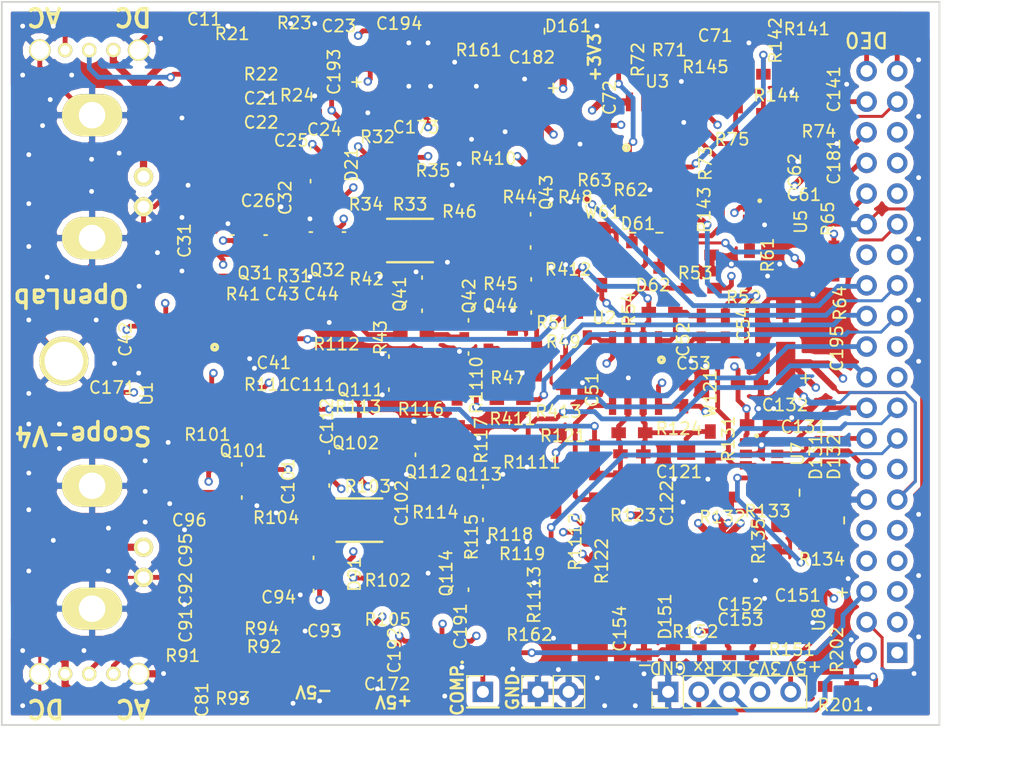
<source format=kicad_pcb>
(kicad_pcb (version 4) (host pcbnew 4.0.3-stable)
  (title_block (title "OpenLab Oscilloscope Front-End") (date 2018-02-20) (rev "4.0.6 - Fid") (company "UAS Technikum Wien"))
  (layers (0 F.Cu signal hide) (1 In1.Cu power hide) (2 In2.Cu power hide) (31 B.Cu signal) (34 B.Paste user) (35 F.Paste user) (36 B.SilkS user) (37 F.SilkS user) (38 B.Mask user) (39 F.Mask user) (44 Edge.Cuts user))
  (net 0 "")
  (net 1 "Net-(C11-Pad1)")
  (net 2 "Net-(C11-Pad2)")
  (net 3 "Net-(C21-Pad1)")
  (net 4 "Net-(C21-Pad2)")
  (net 5 GND)
  (net 6 +5V)
  (net 7 -5V)
  (net 8 "Net-(C43-Pad1)")
  (net 9 "Net-(C52-Pad1)")
  (net 10 "Net-(C52-Pad2)")
  (net 11 +3.3V)
  (net 12 "Net-(C71-Pad1)")
  (net 13 "Net-(C81-Pad1)")
  (net 14 "Net-(C81-Pad2)")
  (net 15 "Net-(C91-Pad1)")
  (net 16 "Net-(C91-Pad2)")
  (net 17 "Net-(C111-Pad1)")
  (net 18 "Net-(C121-Pad1)")
  (net 19 "Net-(C121-Pad2)")
  (net 20 "Net-(C141-Pad1)")
  (net 21 "Net-(C152-Pad1)")
  (net 22 "Net-(C152-Pad2)")
  (net 23 "Net-(C153-Pad1)")
  (net 24 "Net-(D61-Pad1)")
  (net 25 "Net-(D61-Pad2)")
  (net 26 "Net-(D62-Pad2)")
  (net 27 "Net-(D131-Pad1)")
  (net 28 "Net-(D131-Pad2)")
  (net 29 "Net-(D132-Pad2)")
  (net 30 "Net-(D161-Pad2)")
  (net 31 /UART_RxD)
  (net 32 /UART_TxD)
  (net 33 /TRIG_OUT_0)
  (net 34 /TRIG_OUT_1)
  (net 35 /TRIG_PWM_0)
  (net 36 /PROBE_COMP)
  (net 37 /TRIG_PWM_1)
  (net 38 /SPI_ADC_1_SCLK)
  (net 39 /SPI_ADC_1_SD)
  (net 40 /SPI_ADC_1_CS)
  (net 41 /AMP_SEL0_I1)
  (net 42 /AMP_SEL1_I1)
  (net 43 /AMP_SEL0_I2)
  (net 44 /AMP_SEL1_I2)
  (net 45 /AMP_SEL0_I3)
  (net 46 /AMP_SEL1_I3)
  (net 47 /AMP_SEL0_I4)
  (net 48 /AMP_SEL1_I4)
  (net 49 /SPI_ADC_0_SCLK)
  (net 50 /SPI_ADC_0_SD)
  (net 51 /SPI_ADC_0_CS)
  (net 52 "Net-(P22-Pad2)")
  (net 53 "Net-(P22-Pad3)")
  (net 54 "Net-(P41-Pad1)")
  (net 55 "Net-(Q31-Pad2)")
  (net 56 "Net-(Q32-Pad1)")
  (net 57 "Net-(Q32-Pad2)")
  (net 58 "Net-(Q101-Pad2)")
  (net 59 "Net-(Q102-Pad1)")
  (net 60 "Net-(Q102-Pad2)")
  (net 61 "Net-(R52-Pad1)")
  (net 62 "Net-(R72-Pad1)")
  (net 63 "Net-(R73-Pad1)")
  (net 64 "Net-(R74-Pad2)")
  (net 65 "Net-(R122-Pad1)")
  (net 66 "Net-(R142-Pad1)")
  (net 67 "Net-(R143-Pad1)")
  (net 68 "Net-(R144-Pad2)")
  (net 69 "Net-(C43-Pad2)")
  (net 70 "Net-(C111-Pad2)")
  (net 71 "Net-(Q41-Pad1)")
  (net 72 "Net-(Q41-Pad3)")
  (net 73 "Net-(Q42-Pad1)")
  (net 74 "Net-(Q42-Pad3)")
  (net 75 "Net-(Q43-Pad1)")
  (net 76 "Net-(Q43-Pad3)")
  (net 77 "Net-(Q44-Pad1)")
  (net 78 "Net-(Q44-Pad3)")
  (net 79 "Net-(Q111-Pad1)")
  (net 80 "Net-(Q111-Pad3)")
  (net 81 "Net-(Q112-Pad1)")
  (net 82 "Net-(Q112-Pad3)")
  (net 83 "Net-(Q113-Pad1)")
  (net 84 "Net-(Q113-Pad3)")
  (net 85 "Net-(Q114-Pad1)")
  (net 86 "Net-(Q114-Pad3)")
  (net 87 "Net-(R32-Pad2)")
  (net 88 "Net-(R102-Pad2)")
  (module OpenLab_ScopePCB_footprint:c_elec_6.3x5.8 (layer F.Cu) (at 134 70.8)
    (fp_text reference C182 (at 2.2 -4.2) (layer F.SilkS))
    (fp_text value 100u hide)
    (pad 1 smd rect (at 2.75082 0) (size 3.59918 1.6002) (layers F.Cu F.Paste F.Mask) (net 11 +3.3V))
    (pad 2 smd rect (at -2.75082 0) (size 3.59918 1.6002) (layers F.Cu F.Paste F.Mask) (net 5 GND))
  )
  (module OpenLab_ScopePCB_footprint:SOT-23 (layer F.Cu) (at 112.75 82)
    (fp_text reference Q31 (at 0.5 2.5 180) (layer F.SilkS))
    (fp_text value NJFET_MMBFJ112 hide)
    (pad 1 smd rect (at -0.95 1.00076) (size 0.8001 0.8001) (layers F.Cu F.Paste F.Mask) (net 6 +5V))
    (pad 2 smd rect (at 0.95 1.00076) (size 0.8001 0.8001) (layers F.Cu F.Paste F.Mask) (net 55 "Net-(Q31-Pad2)"))
    (pad 3 smd rect (at 0 -0.99822) (size 0.8001 0.8001) (layers F.Cu F.Paste F.Mask) (net 4 "Net-(C21-Pad2)"))
  )
  (module OpenLab_ScopePCB_footprint:Potentiometer_SMD_OpenLab (layer F.Cu) (at 125.6 81.8 270)
    (fp_text reference R33 (at -3 -0.5 360) (layer F.SilkS))
    (fp_text value 100 hide)
    (pad 1 smd rect (at -1 1.2 270) (size 1.2 1.2) (layers F.Cu F.Paste F.Mask) (net 87 "Net-(R32-Pad2)"))
    (pad 2 smd rect (at 0 -2.04 270) (size 1.6 1.5) (layers F.Cu F.Paste F.Mask) (net 87 "Net-(R32-Pad2)"))
    (pad 1 smd rect (at -1 1.2 270) (size 1.2 1.2) (layers F.Cu F.Paste F.Mask) (net 87 "Net-(R32-Pad2)"))
    (pad 3 smd rect (at 1 1.2 270) (size 1.2 1.2) (layers F.Cu F.Paste F.Mask) (net 57 "Net-(Q32-Pad2)"))
  )
  (module OpenLab_ScopePCB_footprint:C_1206_HandSoldering (layer F.Cu) (at 158.5 109.75 180)
    (fp_text reference C151 (at 0.25 -1.5 180) (layer F.SilkS))
    (fp_text value 22u hide)
    (pad 1 smd rect (at -2 0 180) (size 2 1.6) (layers F.Cu F.Paste F.Mask) (net 6 +5V))
    (pad 2 smd rect (at 2 0 180) (size 2 1.6) (layers F.Cu F.Paste F.Mask) (net 5 GND))
  )
  (module OpenLab_ScopePCB_footprint:MountingHole (layer F.Cu) (at 97.4 91.8)
    (fp_text reference REF** hide)
    (fp_text value 1pin hide)
    (pad 1 thru_hole circle (at 0 0) (size 4.064 4.064) (drill 3.2) (layers *.Cu *.Mask F.SilkS) (net 5 GND))
  )
  (module OpenLab_ScopePCB_footprint:sot23-5_LT1611 (layer F.Cu) (at 157.5 113.5 270)
    (fp_text reference U8 (at -0.25 -2.5 270) (layer F.SilkS))
    (fp_text value LT1611 hide)
    (pad 1 smd rect (at -0.9525 1.05664 270) (size 0.59944 1.00076) (layers F.Cu F.Paste F.Mask) (net 21 "Net-(C152-Pad1)"))
    (pad 3 smd rect (at 0.9525 1.05664 270) (size 0.59944 1.00076) (layers F.Cu F.Paste F.Mask) (net 23 "Net-(C153-Pad1)"))
    (pad 2 smd rect (at 0 1.05664 270) (size 0.59944 1.00076) (layers F.Cu F.Paste F.Mask) (net 5 GND))
    (pad 4 smd rect (at 0.9525 -1.05664 270) (size 0.59944 1.00076) (layers F.Cu F.Paste F.Mask) (net 6 +5V))
    (pad 5 smd rect (at -0.9525 -1.05664 270) (size 0.59944 1.00076) (layers F.Cu F.Paste F.Mask) (net 6 +5V))
  )
  (module OpenLab_ScopePCB_footprint:TSOT-6_ADS7885 (layer F.Cu) (at 155.25 99.5 270)
    (fp_text reference U7 (at 0 -3 270) (layer F.SilkS))
    (fp_text value ADS7885 hide)
    (pad 1 smd rect (at -0.94996 1.30048 270) (size 0.69088 1.00076) (layers F.Cu F.Paste F.Mask) (net 11 +3.3V))
    (pad 2 smd rect (at 0 1.30048 270) (size 0.69088 1.00076) (layers F.Cu F.Paste F.Mask) (net 5 GND))
    (pad 3 smd rect (at 0.94996 1.30048 270) (size 0.69088 1.00076) (layers F.Cu F.Paste F.Mask) (net 28 "Net-(D131-Pad2)"))
    (pad 4 smd rect (at 0.94996 -1.30048 270) (size 0.69088 1.00076) (layers F.Cu F.Paste F.Mask) (net 38 /SPI_ADC_1_SCLK))
    (pad 5 smd rect (at 0 -1.30048 270) (size 0.69088 1.00076) (layers F.Cu F.Paste F.Mask) (net 39 /SPI_ADC_1_SD))
    (pad 6 smd rect (at -0.94996 -1.30048 270) (size 0.69088 1.00076) (layers F.Cu F.Paste F.Mask) (net 40 /SPI_ADC_1_CS))
  )
  (module OpenLab_ScopePCB_footprint:TSOT-6_ADS7885 (layer F.Cu) (at 155.5 80 270)
    (fp_text reference U5 (at 0.25 -3 270) (layer F.SilkS))
    (fp_text value ADS7885 hide)
    (pad 1 smd rect (at -0.94996 1.30048 270) (size 0.69088 1.00076) (layers F.Cu F.Paste F.Mask) (net 11 +3.3V))
    (pad 2 smd rect (at 0 1.30048 270) (size 0.69088 1.00076) (layers F.Cu F.Paste F.Mask) (net 5 GND))
    (pad 3 smd rect (at 0.94996 1.30048 270) (size 0.69088 1.00076) (layers F.Cu F.Paste F.Mask) (net 25 "Net-(D61-Pad2)"))
    (pad 4 smd rect (at 0.94996 -1.30048 270) (size 0.69088 1.00076) (layers F.Cu F.Paste F.Mask) (net 49 /SPI_ADC_0_SCLK))
    (pad 5 smd rect (at 0 -1.30048 270) (size 0.69088 1.00076) (layers F.Cu F.Paste F.Mask) (net 50 /SPI_ADC_0_SD))
    (pad 6 smd rect (at -0.94996 -1.30048 270) (size 0.69088 1.00076) (layers F.Cu F.Paste F.Mask) (net 51 /SPI_ADC_0_CS))
  )
  (module OpenLab_ScopePCB_footprint:SOIC-8_3_LT1819 (layer F.Cu) (at 146.2 73 90)
    (fp_text reference U3 (at 4.4 0.4 180) (layer F.SilkS))
    (fp_text value LT1720 hide)
    (pad 1 smd rect (at -2.7 -1.905 90) (size 1.55 0.6) (layers F.Cu F.Paste F.Mask) (net 62 "Net-(R72-Pad1)"))
    (pad 2 smd rect (at -2.7 -0.635 90) (size 1.55 0.6) (layers F.Cu F.Paste F.Mask) (net 63 "Net-(R73-Pad1)"))
    (pad 3 smd rect (at -2.7 0.635 90) (size 1.55 0.6) (layers F.Cu F.Paste F.Mask) (net 67 "Net-(R143-Pad1)"))
    (pad 4 smd rect (at -2.7 1.905 90) (size 1.55 0.6) (layers F.Cu F.Paste F.Mask) (net 66 "Net-(R142-Pad1)"))
    (pad 5 smd rect (at 2.7 1.905 90) (size 1.55 0.6) (layers F.Cu F.Paste F.Mask) (net 5 GND))
    (pad 6 smd rect (at 2.7 0.635 90) (size 1.55 0.6) (layers F.Cu F.Paste F.Mask) (net 68 "Net-(R144-Pad2)"))
    (pad 7 smd rect (at 2.7 -0.635 90) (size 1.55 0.6) (layers F.Cu F.Paste F.Mask) (net 64 "Net-(R74-Pad2)"))
    (pad 8 smd rect (at 2.7 -1.905 90) (size 1.55 0.6) (layers F.Cu F.Paste F.Mask) (net 6 +5V))
  )
  (module OpenLab_ScopePCB_footprint:SOIC-8_3_LT1819 (layer F.Cu) (at 144.8 92.8 270)
    (fp_text reference U2 (at -4.6 2.6 360) (layer F.SilkS))
    (fp_text value LT1819 hide)
    (pad 1 smd rect (at -2.7 -1.905 270) (size 1.55 0.6) (layers F.Cu F.Paste F.Mask) (net 9 "Net-(C52-Pad1)"))
    (pad 2 smd rect (at -2.7 -0.635 270) (size 1.55 0.6) (layers F.Cu F.Paste F.Mask) (net 10 "Net-(C52-Pad2)"))
    (pad 3 smd rect (at -2.7 0.635 270) (size 1.55 0.6) (layers F.Cu F.Paste F.Mask) (net 61 "Net-(R52-Pad1)"))
    (pad 4 smd rect (at -2.7 1.905 270) (size 1.55 0.6) (layers F.Cu F.Paste F.Mask) (net 7 -5V))
    (pad 5 smd rect (at 2.7 1.905 270) (size 1.55 0.6) (layers F.Cu F.Paste F.Mask) (net 65 "Net-(R122-Pad1)"))
    (pad 6 smd rect (at 2.7 0.635 270) (size 1.55 0.6) (layers F.Cu F.Paste F.Mask) (net 19 "Net-(C121-Pad2)"))
    (pad 7 smd rect (at 2.7 -0.635 270) (size 1.55 0.6) (layers F.Cu F.Paste F.Mask) (net 18 "Net-(C121-Pad1)"))
    (pad 8 smd rect (at 2.7 -1.905 270) (size 1.55 0.6) (layers F.Cu F.Paste F.Mask) (net 6 +5V))
  )
  (module OpenLab_ScopePCB_footprint:SOIC-8_3_LT1819 (layer F.Cu) (at 107.75 91.75 270)
    (fp_text reference U1 (at 2.75 3.5 270) (layer F.SilkS))
    (fp_text value LT1819 hide)
    (pad 1 smd rect (at -2.7 -1.905 270) (size 1.55 0.6) (layers F.Cu F.Paste F.Mask) (net 8 "Net-(C43-Pad1)"))
    (pad 2 smd rect (at -2.7 -0.635 270) (size 1.55 0.6) (layers F.Cu F.Paste F.Mask) (net 69 "Net-(C43-Pad2)"))
    (pad 3 smd rect (at -2.7 0.635 270) (size 1.55 0.6) (layers F.Cu F.Paste F.Mask) (net 56 "Net-(Q32-Pad1)"))
    (pad 4 smd rect (at -2.7 1.905 270) (size 1.55 0.6) (layers F.Cu F.Paste F.Mask) (net 7 -5V))
    (pad 5 smd rect (at 2.7 1.905 270) (size 1.55 0.6) (layers F.Cu F.Paste F.Mask) (net 59 "Net-(Q102-Pad1)"))
    (pad 6 smd rect (at 2.7 0.635 270) (size 1.55 0.6) (layers F.Cu F.Paste F.Mask) (net 70 "Net-(C111-Pad2)"))
    (pad 7 smd rect (at 2.7 -0.635 270) (size 1.55 0.6) (layers F.Cu F.Paste F.Mask) (net 17 "Net-(C111-Pad1)"))
    (pad 8 smd rect (at 2.7 -1.905 270) (size 1.55 0.6) (layers F.Cu F.Paste F.Mask) (net 6 +5V))
  )
  (module OpenLab_ScopePCB_footprint:SWITCH-2-WAY_SPDT (layer F.Cu) (at 99.5 117.75 180)
    (fp_text reference SW2 hide)
    (fp_text value SW_SPDT_OpenLab hide)
    (pad 2 thru_hole circle (at 0 0 180) (size 1.2 1.2) (drill 0.8) (layers *.Cu *.Mask F.SilkS) (net 15 "Net-(C91-Pad1)"))
    (pad 2 thru_hole circle (at 0 0 180) (size 1.2 1.2) (drill 0.8) (layers *.Cu *.Mask F.SilkS) (net 15 "Net-(C91-Pad1)"))
    (pad 3 thru_hole circle (at 2 0 180) (size 1.2 1.2) (drill 0.8) (layers *.Cu *.Mask F.SilkS) (net 14 "Net-(C81-Pad2)"))
    (pad 1 thru_hole circle (at -2 0 180) (size 1.2 1.2) (drill 0.8) (layers *.Cu *.Mask F.SilkS) (net 13 "Net-(C81-Pad1)"))
    (pad 4 thru_hole circle (at -4.1 0 180) (size 1.8 1.8) (drill 1.5) (layers *.Cu *.Mask F.SilkS) (net 5 GND))
    (pad 4 thru_hole circle (at 4.1 0 180) (size 1.8 1.8) (drill 1.5) (layers *.Cu *.Mask F.SilkS) (net 5 GND))
  )
  (module OpenLab_ScopePCB_footprint:SWITCH-2-WAY_SPDT (layer F.Cu) (at 99.5 66)
    (fp_text reference SW1 hide)
    (fp_text value SW_SPDT_OpenLab hide)
    (pad 2 thru_hole circle (at 0 0) (size 1.2 1.2) (drill 0.8) (layers *.Cu *.Mask F.SilkS) (net 3 "Net-(C21-Pad1)"))
    (pad 2 thru_hole circle (at 0 0) (size 1.2 1.2) (drill 0.8) (layers *.Cu *.Mask F.SilkS) (net 3 "Net-(C21-Pad1)"))
    (pad 3 thru_hole circle (at 2 0) (size 1.2 1.2) (drill 0.8) (layers *.Cu *.Mask F.SilkS) (net 2 "Net-(C11-Pad2)"))
    (pad 1 thru_hole circle (at -2 0) (size 1.2 1.2) (drill 0.8) (layers *.Cu *.Mask F.SilkS) (net 1 "Net-(C11-Pad1)"))
    (pad 4 thru_hole circle (at -4.1 0) (size 1.8 1.8) (drill 1.5) (layers *.Cu *.Mask F.SilkS) (net 5 GND))
    (pad 4 thru_hole circle (at 4.1 0) (size 1.8 1.8) (drill 1.5) (layers *.Cu *.Mask F.SilkS) (net 5 GND))
  )
  (module OpenLab_ScopePCB_footprint:R_0603_HandSoldering (layer F.Cu) (at 161.6202 118.80342)
    (fp_text reference R202 (at -0.1202 -3.05342 90) (layer F.SilkS))
    (fp_text value 120 hide)
    (pad 1 smd rect (at -1.1 0) (size 1.2 0.9) (layers F.Cu F.Paste F.Mask) (net 52 "Net-(P22-Pad2)"))
    (pad 2 smd rect (at 1.1 0) (size 1.2 0.9) (layers F.Cu F.Paste F.Mask) (net 31 /UART_RxD))
  )
  (module OpenLab_ScopePCB_footprint:R_0603_HandSoldering (layer F.Cu) (at 165.8112 119.33682)
    (fp_text reference R201 (at -4 1 180) (layer F.SilkS))
    (fp_text value 120 hide)
    (pad 1 smd rect (at -1.1 0) (size 1.2 0.9) (layers F.Cu F.Paste F.Mask) (net 53 "Net-(P22-Pad3)"))
    (pad 2 smd rect (at 1.1 0) (size 1.2 0.9) (layers F.Cu F.Paste F.Mask) (net 32 /UART_TxD))
  )
  (module OpenLab_ScopePCB_footprint:R_0603_HandSoldering (layer F.Cu) (at 133 116 180)
    (fp_text reference R162 (at -3 1.5 360) (layer F.SilkS))
    (fp_text value 470 hide)
    (pad 1 smd rect (at -1.1 0 180) (size 1.2 0.9) (layers F.Cu F.Paste F.Mask) (net 36 /PROBE_COMP))
    (pad 2 smd rect (at 1.1 0 180) (size 1.2 0.9) (layers F.Cu F.Paste F.Mask) (net 54 "Net-(P41-Pad1)"))
  )
  (module OpenLab_ScopePCB_footprint:R_0603_HandSoldering (layer F.Cu) (at 130.8 64.4 180)
    (fp_text reference R161 (at -1 -1.6 180) (layer F.SilkS))
    (fp_text value 1k hide)
    (pad 1 smd rect (at -1.1 0 180) (size 1.2 0.9) (layers F.Cu F.Paste F.Mask) (net 30 "Net-(D161-Pad2)"))
    (pad 2 smd rect (at 1.1 0 180) (size 1.2 0.9) (layers F.Cu F.Paste F.Mask) (net 6 +5V))
  )
  (module OpenLab_ScopePCB_footprint:R_0603_HandSoldering (layer F.Cu) (at 149 115.75 180)
    (fp_text reference R152 (at -0.75 1.5 180) (layer F.SilkS))
    (fp_text value 10k hide)
    (pad 1 smd rect (at -1.1 0 180) (size 1.2 0.9) (layers F.Cu F.Paste F.Mask) (net 23 "Net-(C153-Pad1)"))
    (pad 2 smd rect (at 1.1 0 180) (size 1.2 0.9) (layers F.Cu F.Paste F.Mask) (net 5 GND))
  )
  (module OpenLab_ScopePCB_footprint:R_0603_HandSoldering (layer F.Cu) (at 153.5 114.5)
    (fp_text reference R151 (at 4.25 1.25) (layer F.SilkS))
    (fp_text value 29k4 hide)
    (pad 1 smd rect (at -1.1 0) (size 1.2 0.9) (layers F.Cu F.Paste F.Mask) (net 7 -5V))
    (pad 2 smd rect (at 1.1 0) (size 1.2 0.9) (layers F.Cu F.Paste F.Mask) (net 23 "Net-(C153-Pad1)"))
  )
  (module OpenLab_ScopePCB_footprint:R_0603_HandSoldering (layer F.Cu) (at 156.5 71.25 180)
    (fp_text reference R144 (at 0 1.5 180) (layer F.SilkS))
    (fp_text value 120 hide)
    (pad 1 smd rect (at -1.1 0 180) (size 1.2 0.9) (layers F.Cu F.Paste F.Mask) (net 34 /TRIG_OUT_1))
    (pad 2 smd rect (at 1.1 0 180) (size 1.2 0.9) (layers F.Cu F.Paste F.Mask) (net 68 "Net-(R144-Pad2)"))
  )
  (module OpenLab_ScopePCB_footprint:R_0603_HandSoldering (layer F.Cu) (at 149 79 270)
    (fp_text reference R143 (at 0.25 -1.5 450) (layer F.SilkS))
    (fp_text value 4k7 hide)
    (pad 1 smd rect (at -1.1 0 270) (size 1.2 0.9) (layers F.Cu F.Paste F.Mask) (net 67 "Net-(R143-Pad1)"))
    (pad 2 smd rect (at 1.1 0 270) (size 1.2 0.9) (layers F.Cu F.Paste F.Mask) (net 28 "Net-(D131-Pad2)"))
  )
  (module OpenLab_ScopePCB_footprint:R_0603_HandSoldering (layer F.Cu) (at 156.5 68)
    (fp_text reference R142 (at -0.1 -2.8 270) (layer F.SilkS))
    (fp_text value 4k7 hide)
    (pad 1 smd rect (at -1.1 0) (size 1.2 0.9) (layers F.Cu F.Paste F.Mask) (net 66 "Net-(R142-Pad1)"))
    (pad 2 smd rect (at 1.1 0) (size 1.2 0.9) (layers F.Cu F.Paste F.Mask) (net 20 "Net-(C141-Pad1)"))
  )
  (module OpenLab_ScopePCB_footprint:R_0603_HandSoldering (layer F.Cu) (at 159 66 180)
    (fp_text reference R141 (at 0 1.75 180) (layer F.SilkS))
    (fp_text value 33k hide)
    (pad 1 smd rect (at -1.1 0 180) (size 1.2 0.9) (layers F.Cu F.Paste F.Mask) (net 37 /TRIG_PWM_1))
    (pad 2 smd rect (at 1.1 0 180) (size 1.2 0.9) (layers F.Cu F.Paste F.Mask) (net 20 "Net-(C141-Pad1)"))
  )
  (module OpenLab_ScopePCB_footprint:R_0603_HandSoldering (layer F.Cu) (at 156.5 106.5 270)
    (fp_text reference R135 (at 0.25 1.5 270) (layer F.SilkS))
    (fp_text value 100 hide)
    (pad 1 smd rect (at -1.1 0 270) (size 1.2 0.9) (layers F.Cu F.Paste F.Mask) (net 29 "Net-(D132-Pad2)"))
    (pad 2 smd rect (at 1.1 0 270) (size 1.2 0.9) (layers F.Cu F.Paste F.Mask) (net 5 GND))
  )
  (module OpenLab_ScopePCB_footprint:R_0603_HandSoldering (layer F.Cu) (at 160 107 180)
    (fp_text reference R134 (at -0.25 -1.25 180) (layer F.SilkS))
    (fp_text value 330 hide)
    (pad 1 smd rect (at -1.1 0 180) (size 1.2 0.9) (layers F.Cu F.Paste F.Mask) (net 29 "Net-(D132-Pad2)"))
    (pad 2 smd rect (at 1.1 0 180) (size 1.2 0.9) (layers F.Cu F.Paste F.Mask) (net 11 +3.3V))
  )
  (module OpenLab_ScopePCB_footprint:R_0603_HandSoldering (layer F.Cu) (at 156 102.75)
    (fp_text reference R133 (at -0.25 1.5) (layer F.SilkS))
    (fp_text value 120 hide)
    (pad 1 smd rect (at -1.1 0) (size 1.2 0.9) (layers F.Cu F.Paste F.Mask) (net 11 +3.3V))
    (pad 2 smd rect (at 1.1 0) (size 1.2 0.9) (layers F.Cu F.Paste F.Mask) (net 27 "Net-(D131-Pad1)"))
  )
  (module OpenLab_ScopePCB_footprint:R_0603_HandSoldering (layer F.Cu) (at 151.66848 103.08336 180)
    (fp_text reference R132 (at -0.33152 -1.66664 180) (layer F.SilkS))
    (fp_text value 470 hide)
    (pad 1 smd rect (at -1.1 0 180) (size 1.2 0.9) (layers F.Cu F.Paste F.Mask) (net 27 "Net-(D131-Pad1)"))
    (pad 2 smd rect (at 1.1 0 180) (size 1.2 0.9) (layers F.Cu F.Paste F.Mask) (net 5 GND))
  )
  (module OpenLab_ScopePCB_footprint:R_0603_HandSoldering (layer F.Cu) (at 151 98.75 90)
    (fp_text reference R131 (at 0.5 1.5 270) (layer F.SilkS))
    (fp_text value 220 hide)
    (pad 1 smd rect (at -1.1 0 90) (size 1.2 0.9) (layers F.Cu F.Paste F.Mask) (net 28 "Net-(D131-Pad2)"))
    (pad 2 smd rect (at 1.1 0 90) (size 1.2 0.9) (layers F.Cu F.Paste F.Mask) (net 18 "Net-(C121-Pad1)"))
  )
  (module OpenLab_ScopePCB_footprint:R_0603_HandSoldering (layer F.Cu) (at 144.5 97.75 180)
    (fp_text reference R124 (at -3.9 0.35 180) (layer F.SilkS))
    (fp_text value 1k hide)
    (pad 1 smd rect (at -1.1 0 180) (size 1.2 0.9) (layers F.Cu F.Paste F.Mask) (net 18 "Net-(C121-Pad1)"))
    (pad 2 smd rect (at 1.1 0 180) (size 1.2 0.9) (layers F.Cu F.Paste F.Mask) (net 19 "Net-(C121-Pad2)"))
  )
  (module OpenLab_ScopePCB_footprint:R_0603_HandSoldering (layer F.Cu) (at 144.5 103 180)
    (fp_text reference R123 (at -0.1 -1.6 180) (layer F.SilkS))
    (fp_text value 560 hide)
    (pad 1 smd rect (at -1.1 0 180) (size 1.2 0.9) (layers F.Cu F.Paste F.Mask) (net 5 GND))
    (pad 2 smd rect (at 1.1 0 180) (size 1.2 0.9) (layers F.Cu F.Paste F.Mask) (net 65 "Net-(R122-Pad1)"))
  )
  (module OpenLab_ScopePCB_footprint:R_0603_HandSoldering (layer F.Cu) (at 141.4 104.4 270)
    (fp_text reference R122 (at 4 -0.6 450) (layer F.SilkS))
    (fp_text value 3k hide)
    (pad 1 smd rect (at -1.1 0 270) (size 1.2 0.9) (layers F.Cu F.Paste F.Mask) (net 65 "Net-(R122-Pad1)"))
    (pad 2 smd rect (at 1.1 0 270) (size 1.2 0.9) (layers F.Cu F.Paste F.Mask) (net 6 +5V))
  )
  (module OpenLab_ScopePCB_footprint:R_0603_HandSoldering (layer F.Cu) (at 141.4 100 90)
    (fp_text reference R121 (at 2 -2.6 180) (layer F.SilkS))
    (fp_text value 750 hide)
    (pad 1 smd rect (at -1.1 0 90) (size 1.2 0.9) (layers F.Cu F.Paste F.Mask) (net 19 "Net-(C121-Pad2)"))
    (pad 2 smd rect (at 1.1 0 90) (size 1.2 0.9) (layers F.Cu F.Paste F.Mask) (net 17 "Net-(C111-Pad1)"))
  )
  (module OpenLab_ScopePCB_footprint:R_0603_HandSoldering (layer F.Cu) (at 134.8 111.4 90)
    (fp_text reference R119 (at 3.6 0.6 180) (layer F.SilkS))
    (fp_text value 100k hide)
    (pad 1 smd rect (at -1.1 0 90) (size 1.2 0.9) (layers F.Cu F.Paste F.Mask) (net 85 "Net-(Q114-Pad1)"))
    (pad 2 smd rect (at 1.1 0 90) (size 1.2 0.9) (layers F.Cu F.Paste F.Mask) (net 5 GND))
  )
  (module OpenLab_ScopePCB_footprint:R_0603_HandSoldering (layer F.Cu) (at 135.8 103.4 90)
    (fp_text reference R118 (at -2.8 -1.4 360) (layer F.SilkS))
    (fp_text value 100k hide)
    (pad 1 smd rect (at -1.1 0 90) (size 1.2 0.9) (layers F.Cu F.Paste F.Mask) (net 83 "Net-(Q113-Pad1)"))
    (pad 2 smd rect (at 1.1 0 90) (size 1.2 0.9) (layers F.Cu F.Paste F.Mask) (net 5 GND))
  )
  (module OpenLab_ScopePCB_footprint:R_0603_HandSoldering (layer F.Cu) (at 130.2 98.4 90)
    (fp_text reference R117 (at 0 1.8 90) (layer F.SilkS))
    (fp_text value 100k hide)
    (pad 1 smd rect (at -1.1 0 90) (size 1.2 0.9) (layers F.Cu F.Paste F.Mask) (net 81 "Net-(Q112-Pad1)"))
    (pad 2 smd rect (at 1.1 0 90) (size 1.2 0.9) (layers F.Cu F.Paste F.Mask) (net 5 GND))
  )
  (module OpenLab_ScopePCB_footprint:R_0603_HandSoldering (layer F.Cu) (at 128 92.8 90)
    (fp_text reference R116 (at -3 -1 180) (layer F.SilkS))
    (fp_text value 100k hide)
    (pad 1 smd rect (at -1.1 0 90) (size 1.2 0.9) (layers F.Cu F.Paste F.Mask) (net 79 "Net-(Q111-Pad1)"))
    (pad 2 smd rect (at 1.1 0 90) (size 1.2 0.9) (layers F.Cu F.Paste F.Mask) (net 5 GND))
  )
  (module OpenLab_ScopePCB_footprint:R_0603_HandSoldering (layer F.Cu) (at 128.2 105.8)
    (fp_text reference R115 (at 3 0.6 270) (layer F.SilkS))
    (fp_text value 2k hide)
    (pad 1 smd rect (at -1.1 0) (size 1.2 0.9) (layers F.Cu F.Paste F.Mask) (net 70 "Net-(C111-Pad2)"))
    (pad 2 smd rect (at 1.1 0) (size 1.2 0.9) (layers F.Cu F.Paste F.Mask) (net 86 "Net-(Q114-Pad3)"))
  )
  (module OpenLab_ScopePCB_footprint:R_0603_HandSoldering (layer F.Cu) (at 128.2 102.6)
    (fp_text reference R114 (at 0 1.75 180) (layer F.SilkS))
    (fp_text value 680 hide)
    (pad 1 smd rect (at -1.1 0) (size 1.2 0.9) (layers F.Cu F.Paste F.Mask) (net 70 "Net-(C111-Pad2)"))
    (pad 2 smd rect (at 1.1 0) (size 1.2 0.9) (layers F.Cu F.Paste F.Mask) (net 84 "Net-(Q113-Pad3)"))
  )
  (module OpenLab_ScopePCB_footprint:R_0603_HandSoldering (layer F.Cu) (at 123 97)
    (fp_text reference R113 (at -1.2 -1.4 180) (layer F.SilkS))
    (fp_text value 220 hide)
    (pad 1 smd rect (at -1.1 0) (size 1.2 0.9) (layers F.Cu F.Paste F.Mask) (net 70 "Net-(C111-Pad2)"))
    (pad 2 smd rect (at 1.1 0) (size 1.2 0.9) (layers F.Cu F.Paste F.Mask) (net 82 "Net-(Q112-Pad3)"))
  )
  (module OpenLab_ScopePCB_footprint:R_0603_HandSoldering (layer F.Cu) (at 120.6 92.2)
    (fp_text reference R112 (at -0.6 -1.8) (layer F.SilkS))
    (fp_text value 100 hide)
    (pad 1 smd rect (at -1.1 0) (size 1.2 0.9) (layers F.Cu F.Paste F.Mask) (net 70 "Net-(C111-Pad2)"))
    (pad 2 smd rect (at 1.1 0) (size 1.2 0.9) (layers F.Cu F.Paste F.Mask) (net 80 "Net-(Q111-Pad3)"))
  )
  (module OpenLab_ScopePCB_footprint:R_0603_HandSoldering (layer F.Cu) (at 113.5 96.75 270)
    (fp_text reference R111 (at -3 -0.75 540) (layer F.SilkS))
    (fp_text value 1k2 hide)
    (pad 1 smd rect (at -1.1 0 270) (size 1.2 0.9) (layers F.Cu F.Paste F.Mask) (net 17 "Net-(C111-Pad1)"))
    (pad 2 smd rect (at 1.1 0 270) (size 1.2 0.9) (layers F.Cu F.Paste F.Mask) (net 70 "Net-(C111-Pad2)"))
  )
  (module OpenLab_ScopePCB_footprint:R_0603_HandSoldering (layer F.Cu) (at 124.25 108.25)
    (fp_text reference R102 (at 0 1.75) (layer F.SilkS))
    (fp_text value 270 hide)
    (pad 1 smd rect (at -1.1 0) (size 1.2 0.9) (layers F.Cu F.Paste F.Mask) (net 7 -5V))
    (pad 2 smd rect (at 1.1 0) (size 1.2 0.9) (layers F.Cu F.Paste F.Mask) (net 88 "Net-(R102-Pad2)"))
  )
  (module OpenLab_ScopePCB_footprint:R_0603_HandSoldering (layer F.Cu) (at 108 101.6 270)
    (fp_text reference R101 (at -3.7 -1.3 360) (layer F.SilkS))
    (fp_text value 220 hide)
    (pad 1 smd rect (at -1.1 0 270) (size 1.2 0.9) (layers F.Cu F.Paste F.Mask) (net 59 "Net-(Q102-Pad1)"))
    (pad 2 smd rect (at 1.1 0 270) (size 1.2 0.9) (layers F.Cu F.Paste F.Mask) (net 58 "Net-(Q101-Pad2)"))
  )
  (module OpenLab_ScopePCB_footprint:R_0603_HandSoldering (layer F.Cu) (at 116.5 116.75 270)
    (fp_text reference R94 (at -2.75 2.7 360) (layer F.SilkS))
    (fp_text value 1Meg hide)
    (pad 1 smd rect (at -1.1 0 270) (size 1.2 0.9) (layers F.Cu F.Paste F.Mask) (net 16 "Net-(C91-Pad2)"))
    (pad 2 smd rect (at 1.1 0 270) (size 1.2 0.9) (layers F.Cu F.Paste F.Mask) (net 5 GND))
  )
  (module OpenLab_ScopePCB_footprint:R_0603_HandSoldering (layer F.Cu) (at 114.25 118.25 270)
    (fp_text reference R93 (at 1.55 2.85 360) (layer F.SilkS))
    (fp_text value 1Meg hide)
    (pad 1 smd rect (at -1.1 0 270) (size 1.2 0.9) (layers F.Cu F.Paste F.Mask) (net 16 "Net-(C91-Pad2)"))
    (pad 2 smd rect (at 1.1 0 270) (size 1.2 0.9) (layers F.Cu F.Paste F.Mask) (net 5 GND))
  )
  (module OpenLab_ScopePCB_footprint:R_0603_HandSoldering (layer F.Cu) (at 110.5 115.5)
    (fp_text reference R92 (at 3.5 0) (layer F.SilkS))
    (fp_text value 1Meg hide)
    (pad 1 smd rect (at -1.1 0) (size 1.2 0.9) (layers F.Cu F.Paste F.Mask) (net 15 "Net-(C91-Pad1)"))
    (pad 2 smd rect (at 1.1 0) (size 1.2 0.9) (layers F.Cu F.Paste F.Mask) (net 16 "Net-(C91-Pad2)"))
  )
  (module OpenLab_ScopePCB_footprint:R_0603_HandSoldering (layer F.Cu) (at 110.5 117.75)
    (fp_text reference R91 (at -3.25 -1.5) (layer F.SilkS))
    (fp_text value 1Meg hide)
    (pad 1 smd rect (at -1.1 0) (size 1.2 0.9) (layers F.Cu F.Paste F.Mask) (net 15 "Net-(C91-Pad1)"))
    (pad 2 smd rect (at 1.1 0) (size 1.2 0.9) (layers F.Cu F.Paste F.Mask) (net 16 "Net-(C91-Pad2)"))
  )
  (module OpenLab_ScopePCB_footprint:R_0603_HandSoldering (layer F.Cu) (at 156.5 73.75 180)
    (fp_text reference R74 (at -3.5 1 180) (layer F.SilkS))
    (fp_text value 120 hide)
    (pad 1 smd rect (at -1.1 0 180) (size 1.2 0.9) (layers F.Cu F.Paste F.Mask) (net 33 /TRIG_OUT_0))
    (pad 2 smd rect (at 1.1 0 180) (size 1.2 0.9) (layers F.Cu F.Paste F.Mask) (net 64 "Net-(R74-Pad2)"))
  )
  (module OpenLab_ScopePCB_footprint:R_0603_HandSoldering (layer F.Cu) (at 152 77 270)
    (fp_text reference R73 (at -1.6 1.4 270) (layer F.SilkS))
    (fp_text value 4k7 hide)
    (pad 1 smd rect (at -1.1 0 270) (size 1.2 0.9) (layers F.Cu F.Paste F.Mask) (net 63 "Net-(R73-Pad1)"))
    (pad 2 smd rect (at 1.1 0 270) (size 1.2 0.9) (layers F.Cu F.Paste F.Mask) (net 25 "Net-(D61-Pad2)"))
  )
  (module OpenLab_ScopePCB_footprint:R_0603_HandSoldering (layer F.Cu) (at 143.4 66.2 90)
    (fp_text reference R72 (at -0.6 1.6 90) (layer F.SilkS))
    (fp_text value 4k7 hide)
    (pad 1 smd rect (at -1.1 0 90) (size 1.2 0.9) (layers F.Cu F.Paste F.Mask) (net 62 "Net-(R72-Pad1)"))
    (pad 2 smd rect (at 1.1 0 90) (size 1.2 0.9) (layers F.Cu F.Paste F.Mask) (net 12 "Net-(C71-Pad1)"))
  )
  (module OpenLab_ScopePCB_footprint:R_0603_HandSoldering (layer F.Cu) (at 147.2 64.4 180)
    (fp_text reference R71 (at -0.4 -1.6 180) (layer F.SilkS))
    (fp_text value 33k hide)
    (pad 1 smd rect (at -1.1 0 180) (size 1.2 0.9) (layers F.Cu F.Paste F.Mask) (net 35 /TRIG_PWM_0))
    (pad 2 smd rect (at 1.1 0 180) (size 1.2 0.9) (layers F.Cu F.Paste F.Mask) (net 12 "Net-(C71-Pad1)"))
  )
  (module OpenLab_ScopePCB_footprint:R_0603_HandSoldering (layer F.Cu) (at 159.5 83.5 90)
    (fp_text reference R65 (at 3.5 1.25 90) (layer F.SilkS))
    (fp_text value 100 hide)
    (pad 1 smd rect (at -1.1 0 90) (size 1.2 0.9) (layers F.Cu F.Paste F.Mask) (net 26 "Net-(D62-Pad2)"))
    (pad 2 smd rect (at 1.1 0 90) (size 1.2 0.9) (layers F.Cu F.Paste F.Mask) (net 5 GND))
  )
  (module OpenLab_ScopePCB_footprint:R_0603_HandSoldering (layer F.Cu) (at 161.25 83.5 90)
    (fp_text reference R64 (at -3.5 0.5 90) (layer F.SilkS))
    (fp_text value 330 hide)
    (pad 1 smd rect (at -1.1 0 90) (size 1.2 0.9) (layers F.Cu F.Paste F.Mask) (net 26 "Net-(D62-Pad2)"))
    (pad 2 smd rect (at 1.1 0 90) (size 1.2 0.9) (layers F.Cu F.Paste F.Mask) (net 11 +3.3V))
  )
  (module OpenLab_ScopePCB_footprint:R_0603_HandSoldering (layer F.Cu) (at 138 75.4)
    (fp_text reference R63 (at 3.4 1.4) (layer F.SilkS))
    (fp_text value 120 hide)
    (pad 1 smd rect (at -1.1 0) (size 1.2 0.9) (layers F.Cu F.Paste F.Mask) (net 11 +3.3V))
    (pad 2 smd rect (at 1.1 0) (size 1.2 0.9) (layers F.Cu F.Paste F.Mask) (net 24 "Net-(D61-Pad1)"))
  )
  (module OpenLab_ScopePCB_footprint:R_0603_HandSoldering (layer F.Cu) (at 145.2 79)
    (fp_text reference R62 (at -0.8 -1.4) (layer F.SilkS))
    (fp_text value 470 hide)
    (pad 1 smd rect (at -1.1 0) (size 1.2 0.9) (layers F.Cu F.Paste F.Mask) (net 24 "Net-(D61-Pad1)"))
    (pad 2 smd rect (at 1.1 0) (size 1.2 0.9) (layers F.Cu F.Paste F.Mask) (net 5 GND))
  )
  (module OpenLab_ScopePCB_footprint:R_0603_HandSoldering (layer F.Cu) (at 154.25 83.75 270)
    (fp_text reference R61 (at -0.75 -1.5 270) (layer F.SilkS))
    (fp_text value 220 hide)
    (pad 1 smd rect (at -1.1 0 270) (size 1.2 0.9) (layers F.Cu F.Paste F.Mask) (net 25 "Net-(D61-Pad2)"))
    (pad 2 smd rect (at 1.1 0 270) (size 1.2 0.9) (layers F.Cu F.Paste F.Mask) (net 9 "Net-(C52-Pad1)"))
  )
  (module OpenLab_ScopePCB_footprint:R_0603_HandSoldering (layer F.Cu) (at 147 87.75 180)
    (fp_text reference R54 (at 2.75 0.25 270) (layer F.SilkS))
    (fp_text value 1k hide)
    (pad 1 smd rect (at -1.1 0 180) (size 1.2 0.9) (layers F.Cu F.Paste F.Mask) (net 9 "Net-(C52-Pad1)"))
    (pad 2 smd rect (at 1.1 0 180) (size 1.2 0.9) (layers F.Cu F.Paste F.Mask) (net 10 "Net-(C52-Pad2)"))
  )
  (module OpenLab_ScopePCB_footprint:R_0603_HandSoldering (layer F.Cu) (at 150 83 180)
    (fp_text reference R53 (at 0.25 -1.5 360) (layer F.SilkS))
    (fp_text value 560 hide)
    (pad 1 smd rect (at -1.1 0 180) (size 1.2 0.9) (layers F.Cu F.Paste F.Mask) (net 5 GND))
    (pad 2 smd rect (at 1.1 0 180) (size 1.2 0.9) (layers F.Cu F.Paste F.Mask) (net 61 "Net-(R52-Pad1)"))
  )
  (module OpenLab_ScopePCB_footprint:R_0603_HandSoldering (layer F.Cu) (at 150.25 85.75)
    (fp_text reference R52 (at 3.5 0.75 180) (layer F.SilkS))
    (fp_text value 3k hide)
    (pad 1 smd rect (at -1.1 0) (size 1.2 0.9) (layers F.Cu F.Paste F.Mask) (net 61 "Net-(R52-Pad1)"))
    (pad 2 smd rect (at 1.1 0) (size 1.2 0.9) (layers F.Cu F.Paste F.Mask) (net 6 +5V))
  )
  (module OpenLab_ScopePCB_footprint:R_0603_HandSoldering (layer F.Cu) (at 140 86.6 270)
    (fp_text reference R51 (at 2 2 360) (layer F.SilkS))
    (fp_text value 750 hide)
    (pad 1 smd rect (at -1.1 0 270) (size 1.2 0.9) (layers F.Cu F.Paste F.Mask) (net 10 "Net-(C52-Pad2)"))
    (pad 2 smd rect (at 1.1 0 270) (size 1.2 0.9) (layers F.Cu F.Paste F.Mask) (net 8 "Net-(C43-Pad1)"))
  )
  (module OpenLab_ScopePCB_footprint:R_0603_HandSoldering (layer F.Cu) (at 136.6 91.8 270)
    (fp_text reference R49 (at -1.6 -2.2 360) (layer F.SilkS))
    (fp_text value 100k hide)
    (pad 1 smd rect (at -1.1 0 270) (size 1.2 0.9) (layers F.Cu F.Paste F.Mask) (net 77 "Net-(Q44-Pad1)"))
    (pad 2 smd rect (at 1.1 0 270) (size 1.2 0.9) (layers F.Cu F.Paste F.Mask) (net 5 GND))
  )
  (module OpenLab_ScopePCB_footprint:R_0603_HandSoldering (layer F.Cu) (at 139.5 81.25 90)
    (fp_text reference R48 (at 3.05 0.3 180) (layer F.SilkS))
    (fp_text value 100k hide)
    (pad 1 smd rect (at -1.1 0 90) (size 1.2 0.9) (layers F.Cu F.Paste F.Mask) (net 75 "Net-(Q43-Pad1)"))
    (pad 2 smd rect (at 1.1 0 90) (size 1.2 0.9) (layers F.Cu F.Paste F.Mask) (net 5 GND))
  )
  (module OpenLab_ScopePCB_footprint:R_0603_HandSoldering (layer F.Cu) (at 134.6 90.2 90)
    (fp_text reference R47 (at -3 -0.4 180) (layer F.SilkS))
    (fp_text value 100k hide)
    (pad 1 smd rect (at -1.1 0 90) (size 1.2 0.9) (layers F.Cu F.Paste F.Mask) (net 73 "Net-(Q42-Pad1)"))
    (pad 2 smd rect (at 1.1 0 90) (size 1.2 0.9) (layers F.Cu F.Paste F.Mask) (net 5 GND))
  )
  (module OpenLab_ScopePCB_footprint:R_0603_HandSoldering (layer F.Cu) (at 130.6 82.4 90)
    (fp_text reference R46 (at 3 -0.4 360) (layer F.SilkS))
    (fp_text value 100k hide)
    (pad 1 smd rect (at -1.1 0 90) (size 1.2 0.9) (layers F.Cu F.Paste F.Mask) (net 71 "Net-(Q41-Pad1)"))
    (pad 2 smd rect (at 1.1 0 90) (size 1.2 0.9) (layers F.Cu F.Paste F.Mask) (net 5 GND))
  )
  (module OpenLab_ScopePCB_footprint:R_0603_HandSoldering (layer F.Cu) (at 134.6 83.8)
    (fp_text reference R45 (at -1 1.6 180) (layer F.SilkS))
    (fp_text value 2k hide)
    (pad 1 smd rect (at -1.1 0) (size 1.2 0.9) (layers F.Cu F.Paste F.Mask) (net 69 "Net-(C43-Pad2)"))
    (pad 2 smd rect (at 1.1 0) (size 1.2 0.9) (layers F.Cu F.Paste F.Mask) (net 78 "Net-(Q44-Pad3)"))
  )
  (module OpenLab_ScopePCB_footprint:R_0603_HandSoldering (layer F.Cu) (at 133.5 80.75 90)
    (fp_text reference R44 (at 2.55 1.7 180) (layer F.SilkS))
    (fp_text value 680 hide)
    (pad 1 smd rect (at -1.1 0 90) (size 1.2 0.9) (layers F.Cu F.Paste F.Mask) (net 69 "Net-(C43-Pad2)"))
    (pad 2 smd rect (at 1.1 0 90) (size 1.2 0.9) (layers F.Cu F.Paste F.Mask) (net 76 "Net-(Q43-Pad3)"))
  )
  (module OpenLab_ScopePCB_footprint:R_0603_HandSoldering (layer F.Cu) (at 126.4 89.6)
    (fp_text reference R43 (at -2.75 0.25 90) (layer F.SilkS))
    (fp_text value 220 hide)
    (pad 1 smd rect (at -1.1 0) (size 1.2 0.9) (layers F.Cu F.Paste F.Mask) (net 69 "Net-(C43-Pad2)"))
    (pad 2 smd rect (at 1.1 0) (size 1.2 0.9) (layers F.Cu F.Paste F.Mask) (net 74 "Net-(Q42-Pad3)"))
  )
  (module OpenLab_ScopePCB_footprint:R_0603_HandSoldering (layer F.Cu) (at 122.25 86.75)
    (fp_text reference R42 (at 0.25 -1.75) (layer F.SilkS))
    (fp_text value 100 hide)
    (pad 1 smd rect (at -1.1 0) (size 1.2 0.9) (layers F.Cu F.Paste F.Mask) (net 69 "Net-(C43-Pad2)"))
    (pad 2 smd rect (at 1.1 0) (size 1.2 0.9) (layers F.Cu F.Paste F.Mask) (net 72 "Net-(Q41-Pad3)"))
  )
  (module OpenLab_ScopePCB_footprint:R_0603_HandSoldering (layer F.Cu) (at 112 89 90)
    (fp_text reference R41 (at 2.75 0.25 360) (layer F.SilkS))
    (fp_text value 1k2 hide)
    (pad 1 smd rect (at -1.1 0 90) (size 1.2 0.9) (layers F.Cu F.Paste F.Mask) (net 8 "Net-(C43-Pad1)"))
    (pad 2 smd rect (at 1.1 0 90) (size 1.2 0.9) (layers F.Cu F.Paste F.Mask) (net 69 "Net-(C43-Pad2)"))
  )
  (module OpenLab_ScopePCB_footprint:R_0603_HandSoldering (layer F.Cu) (at 123.25 76 270)
    (fp_text reference R32 (at -2.8 -0.15 360) (layer F.SilkS))
    (fp_text value 270 hide)
    (pad 1 smd rect (at -1.1 0 270) (size 1.2 0.9) (layers F.Cu F.Paste F.Mask) (net 7 -5V))
    (pad 2 smd rect (at 1.1 0 270) (size 1.2 0.9) (layers F.Cu F.Paste F.Mask) (net 87 "Net-(R32-Pad2)"))
  )
  (module OpenLab_ScopePCB_footprint:R_0603_HandSoldering (layer F.Cu) (at 116.25 66.75 90)
    (fp_text reference R24 (at -3 0.5 180) (layer F.SilkS))
    (fp_text value 1Meg hide)
    (pad 1 smd rect (at -1.1 0 90) (size 1.2 0.9) (layers F.Cu F.Paste F.Mask) (net 4 "Net-(C21-Pad2)"))
    (pad 2 smd rect (at 1.1 0 90) (size 1.2 0.9) (layers F.Cu F.Paste F.Mask) (net 5 GND))
  )
  (module OpenLab_ScopePCB_footprint:R_0603_HandSoldering (layer F.Cu) (at 114 65.25 90)
    (fp_text reference R23 (at 1.5 2.5 180) (layer F.SilkS))
    (fp_text value 1Meg hide)
    (pad 1 smd rect (at -1.1 0 90) (size 1.2 0.9) (layers F.Cu F.Paste F.Mask) (net 4 "Net-(C21-Pad2)"))
    (pad 2 smd rect (at 1.1 0 90) (size 1.2 0.9) (layers F.Cu F.Paste F.Mask) (net 5 GND))
  )
  (module OpenLab_ScopePCB_footprint:R_0603_HandSoldering (layer F.Cu) (at 110.25 68)
    (fp_text reference R22 (at 3.5 0) (layer F.SilkS))
    (fp_text value 1Meg hide)
    (pad 1 smd rect (at -1.1 0) (size 1.2 0.9) (layers F.Cu F.Paste F.Mask) (net 3 "Net-(C21-Pad1)"))
    (pad 2 smd rect (at 1.1 0) (size 1.2 0.9) (layers F.Cu F.Paste F.Mask) (net 4 "Net-(C21-Pad2)"))
  )
  (module OpenLab_ScopePCB_footprint:R_0603_HandSoldering (layer F.Cu) (at 110.25 66)
    (fp_text reference R21 (at 1.1 -1.35) (layer F.SilkS))
    (fp_text value 1Meg hide)
    (pad 1 smd rect (at -1.1 0) (size 1.2 0.9) (layers F.Cu F.Paste F.Mask) (net 3 "Net-(C21-Pad1)"))
    (pad 2 smd rect (at 1.1 0) (size 1.2 0.9) (layers F.Cu F.Paste F.Mask) (net 4 "Net-(C21-Pad2)"))
  )
  (module OpenLab_ScopePCB_footprint:SOT-23 (layer F.Cu) (at 118.75 100.75 270)
    (fp_text reference Q102 (at -2.15 -2.85 360) (layer F.SilkS))
    (fp_text value NJFET_MMBFJ112 hide)
    (pad 1 smd rect (at -0.95 1.00076 270) (size 0.8001 0.8001) (layers F.Cu F.Paste F.Mask) (net 59 "Net-(Q102-Pad1)"))
    (pad 2 smd rect (at 0.95 1.00076 270) (size 0.8001 0.8001) (layers F.Cu F.Paste F.Mask) (net 60 "Net-(Q102-Pad2)"))
    (pad 3 smd rect (at 0 -0.99822 270) (size 0.8001 0.8001) (layers F.Cu F.Paste F.Mask) (net 7 -5V))
  )
  (module OpenLab_ScopePCB_footprint:SOT-23 (layer F.Cu) (at 111.5 101.75 270)
    (fp_text reference Q101 (at -2.5 -0.75 540) (layer F.SilkS))
    (fp_text value NJFET_MMBFJ112 hide)
    (pad 1 smd rect (at -0.95 1.00076 270) (size 0.8001 0.8001) (layers F.Cu F.Paste F.Mask) (net 6 +5V))
    (pad 2 smd rect (at 0.95 1.00076 270) (size 0.8001 0.8001) (layers F.Cu F.Paste F.Mask) (net 58 "Net-(Q101-Pad2)"))
    (pad 3 smd rect (at 0 -0.99822 270) (size 0.8001 0.8001) (layers F.Cu F.Paste F.Mask) (net 16 "Net-(C91-Pad2)"))
  )
  (module Pin_Headers:Pin_Header_Straight_1x01_Pitch2.54mm (layer F.Cu) (at 132.14 119.25)
    (fp_text reference P41 hide)
    (fp_text value CONN_01X01 hide)
    (pad 1 thru_hole rect (at 0 0) (size 1.7 1.7) (drill 1) (layers *.Cu *.Mask) (net 54 "Net-(P41-Pad1)"))
  )
  (module Pin_Headers:Pin_Header_Straight_2x01_Pitch2.54mm (layer F.Cu) (at 136.71 119.25)
    (fp_text reference P31 hide)
    (fp_text value CONN_01X02 hide)
    (pad 1 thru_hole rect (at 0 0) (size 1.7 1.7) (drill 1) (layers *.Cu *.Mask) (net 5 GND))
    (pad 2 thru_hole oval (at 2.54 0) (size 1.7 1.7) (drill 1) (layers *.Cu *.Mask) (net 5 GND))
  )
  (module Pin_Headers:Pin_Header_Straight_1x05_Pitch2.54mm (layer F.Cu) (at 147.5 119.25 90)
    (fp_text reference P22 hide)
    (fp_text value CONN_01X05 hide)
    (pad 1 thru_hole rect (at 0 0 90) (size 1.7 1.7) (drill 1) (layers *.Cu *.Mask) (net 5 GND))
    (pad 2 thru_hole oval (at 0 2.54 90) (size 1.7 1.7) (drill 1) (layers *.Cu *.Mask) (net 52 "Net-(P22-Pad2)"))
    (pad 3 thru_hole oval (at 0 5.08 90) (size 1.7 1.7) (drill 1) (layers *.Cu *.Mask) (net 53 "Net-(P22-Pad3)"))
    (pad 4 thru_hole oval (at 0 7.62 90) (size 1.7 1.7) (drill 1) (layers *.Cu *.Mask) (net 11 +3.3V))
    (pad 5 thru_hole oval (at 0 10.16 90) (size 1.7 1.7) (drill 1) (layers *.Cu *.Mask) (net 6 +5V))
  )
  (module OpenLab_ScopePCB_footprint:BNC_Socket_TYCO-AMP (layer F.Cu) (at 99 107.25 90)
    (fp_text reference P12 hide)
    (fp_text value BNC hide)
    (pad 2 thru_hole oval (at -5.09778 0.7366 90) (size 3.50012 5.00126) (drill 2.19964) (layers *.Cu *.Mask F.SilkS) (net 5 GND))
    (pad 2 thru_hole oval (at 5.10032 0.7366 90) (size 3.50012 5.00126) (drill 2.19964) (layers *.Cu *.Mask F.SilkS) (net 5 GND))
    (pad 1 thru_hole circle (at 0 5.00126 90) (size 1.6002 1.6002) (drill 1.00076) (layers *.Cu *.Mask F.SilkS) (net 14 "Net-(C81-Pad2)"))
    (pad 2 thru_hole circle (at -2.49936 5.00126 90) (size 1.6002 1.6002) (drill 1.00076) (layers *.Cu *.Mask F.SilkS) (net 5 GND))
  )
  (module OpenLab_ScopePCB_footprint:BNC_Socket_TYCO-AMP (layer F.Cu) (at 99 76.5 90)
    (fp_text reference P11 hide)
    (fp_text value BNC hide)
    (pad 2 thru_hole oval (at -5.09778 0.7366 90) (size 3.50012 5.00126) (drill 2.19964) (layers *.Cu *.Mask F.SilkS) (net 5 GND))
    (pad 2 thru_hole oval (at 5.10032 0.7366 90) (size 3.50012 5.00126) (drill 2.19964) (layers *.Cu *.Mask F.SilkS) (net 5 GND))
    (pad 1 thru_hole circle (at 0 5.00126 90) (size 1.6002 1.6002) (drill 1.00076) (layers *.Cu *.Mask F.SilkS) (net 2 "Net-(C11-Pad2)"))
    (pad 2 thru_hole circle (at -2.49936 5.00126 90) (size 1.6002 1.6002) (drill 1.00076) (layers *.Cu *.Mask F.SilkS) (net 5 GND))
  )
  (module OpenLab_ScopePCB_footprint:Choke_SMD_Bourns_SRN4026 (layer F.Cu) (at 146 108.5 90)
    (fp_text reference L152 hide)
    (fp_text value 22u hide)
    (pad 1 smd rect (at -1.5 0 90) (size 1.7 4.1) (layers F.Cu F.Paste F.Mask) (net 22 "Net-(C152-Pad2)"))
    (pad 2 smd rect (at 1.5 0 90) (size 1.7 4.1) (layers F.Cu F.Paste F.Mask) (net 7 -5V))
  )
  (module OpenLab_ScopePCB_footprint:Choke_SMD_Bourns_SRN4026 (layer F.Cu) (at 152 108.5 270)
    (fp_text reference L151 hide)
    (fp_text value 22u hide)
    (pad 1 smd rect (at -1.5 0 270) (size 1.7 4.1) (layers F.Cu F.Paste F.Mask) (net 6 +5V))
    (pad 2 smd rect (at 1.5 0 270) (size 1.7 4.1) (layers F.Cu F.Paste F.Mask) (net 21 "Net-(C152-Pad1)"))
  )
  (module OpenLab_ScopePCB_footprint:LED-0805 (layer F.Cu) (at 135.2 64.4 180)
    (fp_text reference D161 (at -4 0.4 180) (layer F.SilkS))
    (fp_text value LED hide)
    (pad 1 smd rect (at -1.04902 0 180) (size 1.19888 1.19888) (layers F.Cu F.Paste F.Mask) (net 5 GND))
    (pad 2 smd rect (at 1.04902 0 180) (size 1.19888 1.19888) (layers F.Cu F.Paste F.Mask) (net 30 "Net-(D161-Pad2)"))
  )
  (module OpenLab_ScopePCB_footprint:D_SOD-123 (layer F.Cu) (at 145.5 114.5 90)
    (fp_text reference D151 (at 1.5 1.75 270) (layer F.SilkS))
    (fp_text value MBR0520L hide)
    (pad 1 smd rect (at -1.65 0 90) (size 1 1.3) (layers F.Cu F.Paste F.Mask) (net 5 GND))
    (pad 2 smd rect (at 1.65 0 90) (size 1 1.3) (layers F.Cu F.Paste F.Mask) (net 22 "Net-(C152-Pad2)"))
  )
  (module OpenLab_ScopePCB_footprint:SOD-323_RF01VM_DIODE (layer F.Cu) (at 160.25 105 180)
    (fp_text reference D132 (at -1 5.25 270) (layer F.SilkS))
    (fp_text value RF01VM2S hide)
    (pad 1 smd rect (at -1.055 0 180) (size 1 0.95) (layers F.Cu F.Paste F.Mask) (net 28 "Net-(D131-Pad2)"))
    (pad 2 smd rect (at 1.055 0 180) (size 1 0.95) (layers F.Cu F.Paste F.Mask) (net 29 "Net-(D132-Pad2)"))
  )
  (module OpenLab_ScopePCB_footprint:SOD-323_RF01VM_DIODE (layer F.Cu) (at 160.25 102.75)
    (fp_text reference D131 (at -0.5 -3 270) (layer F.SilkS))
    (fp_text value RF01VM2S hide)
    (pad 1 smd rect (at -1.055 0) (size 1 0.95) (layers F.Cu F.Paste F.Mask) (net 27 "Net-(D131-Pad1)"))
    (pad 2 smd rect (at 1.055 0) (size 1 0.95) (layers F.Cu F.Paste F.Mask) (net 28 "Net-(D131-Pad2)"))
  )
  (module OpenLab_ScopePCB_footprint:SOD-323_RF01VM_DIODE (layer F.Cu) (at 146.75 83 270)
    (fp_text reference D62 (at 2.5 0.5 360) (layer F.SilkS))
    (fp_text value RF01VM2S hide)
    (pad 1 smd rect (at -1.055 0 270) (size 1 0.95) (layers F.Cu F.Paste F.Mask) (net 25 "Net-(D61-Pad2)"))
    (pad 2 smd rect (at 1.055 0 270) (size 1 0.95) (layers F.Cu F.Paste F.Mask) (net 26 "Net-(D62-Pad2)"))
  )
  (module OpenLab_ScopePCB_footprint:SOD-323_RF01VM_DIODE (layer F.Cu) (at 144.5 83 270)
    (fp_text reference D61 (at -2.6 -0.5 360) (layer F.SilkS))
    (fp_text value RF01VM2S hide)
    (pad 1 smd rect (at -1.055 0 270) (size 1 0.95) (layers F.Cu F.Paste F.Mask) (net 24 "Net-(D61-Pad1)"))
    (pad 2 smd rect (at 1.055 0 270) (size 1 0.95) (layers F.Cu F.Paste F.Mask) (net 25 "Net-(D61-Pad2)"))
  )
  (module OpenLab_ScopePCB_footprint:c_elec_6.3x5.8 (layer F.Cu) (at 157.25 89.25 270)
    (fp_text reference C195 (at 1.5 -4.25 270) (layer F.SilkS))
    (fp_text value 100u hide)
    (pad 1 smd rect (at 2.75082 0 270) (size 3.59918 1.6002) (layers F.Cu F.Paste F.Mask) (net 6 +5V))
    (pad 2 smd rect (at -2.75082 0 270) (size 3.59918 1.6002) (layers F.Cu F.Paste F.Mask) (net 5 GND))
  )
  (module OpenLab_ScopePCB_footprint:c_elec_5x5.3 (layer F.Cu) (at 125 67 180)
    (fp_text reference C194 (at -0.2 3.2 180) (layer F.SilkS))
    (fp_text value 10u hide)
    (pad 1 smd rect (at 2.19964 0 180) (size 2.99974 1.6002) (layers F.Cu F.Paste F.Mask) (net 6 +5V))
    (pad 2 smd rect (at -2.19964 0 180) (size 2.99974 1.6002) (layers F.Cu F.Paste F.Mask) (net 5 GND))
  )
  (module OpenLab_ScopePCB_footprint:C_0603_HandSoldering (layer F.Cu) (at 121.2 71 90)
    (fp_text reference C193 (at 3.2 -1.4 270) (layer F.SilkS))
    (fp_text value 1u hide)
    (pad 1 smd rect (at -0.95 0 90) (size 1.2 0.75) (layers F.Cu F.Paste F.Mask) (net 6 +5V))
    (pad 2 smd rect (at 0.95 0 90) (size 1.2 0.75) (layers F.Cu F.Paste F.Mask) (net 5 GND))
  )
  (module OpenLab_ScopePCB_footprint:C_0603_HandSoldering (layer F.Cu) (at 126.5 116 270)
    (fp_text reference C192 (at -0.2 1.7 270) (layer F.SilkS))
    (fp_text value 1u hide)
    (pad 1 smd rect (at -0.95 0 270) (size 1.2 0.75) (layers F.Cu F.Paste F.Mask) (net 6 +5V))
    (pad 2 smd rect (at 0.95 0 270) (size 1.2 0.75) (layers F.Cu F.Paste F.Mask) (net 5 GND))
  )
  (module OpenLab_ScopePCB_footprint:C_0603_HandSoldering (layer F.Cu) (at 128.75 116 270)
    (fp_text reference C191 (at -2.19 -1.54 270) (layer F.SilkS))
    (fp_text value 1u hide)
    (pad 1 smd rect (at -0.95 0 270) (size 1.2 0.75) (layers F.Cu F.Paste F.Mask) (net 6 +5V))
    (pad 2 smd rect (at 0.95 0 270) (size 1.2 0.75) (layers F.Cu F.Paste F.Mask) (net 5 GND))
  )
  (module OpenLab_ScopePCB_footprint:C_0603_HandSoldering (layer F.Cu) (at 159.75 75.25 90)
    (fp_text reference C181 (at 0 1.5 90) (layer F.SilkS))
    (fp_text value 1u hide)
    (pad 1 smd rect (at -0.95 0 90) (size 1.2 0.75) (layers F.Cu F.Paste F.Mask) (net 11 +3.3V))
    (pad 2 smd rect (at 0.95 0 90) (size 1.2 0.75) (layers F.Cu F.Paste F.Mask) (net 5 GND))
  )
  (module OpenLab_ScopePCB_footprint:C_0603_HandSoldering (layer F.Cu) (at 124.8 71 180)
    (fp_text reference C173 (at -1.8 -1.4 360) (layer F.SilkS))
    (fp_text value 1u hide)
    (pad 1 smd rect (at -0.95 0 180) (size 1.2 0.75) (layers F.Cu F.Paste F.Mask) (net 7 -5V))
    (pad 2 smd rect (at 0.95 0 180) (size 1.2 0.75) (layers F.Cu F.Paste F.Mask) (net 5 GND))
  )
  (module OpenLab_ScopePCB_footprint:C_0603_HandSoldering (layer F.Cu) (at 123.2 115.8 270)
    (fp_text reference C172 (at 2.8 -1 360) (layer F.SilkS))
    (fp_text value 1u hide)
    (pad 1 smd rect (at -0.95 0 270) (size 1.2 0.75) (layers F.Cu F.Paste F.Mask) (net 7 -5V))
    (pad 2 smd rect (at 0.95 0 270) (size 1.2 0.75) (layers F.Cu F.Paste F.Mask) (net 5 GND))
  )
  (module OpenLab_ScopePCB_footprint:C_0603_HandSoldering (layer F.Cu) (at 100.6 95.8 180)
    (fp_text reference C171 (at -0.8 1.8 360) (layer F.SilkS))
    (fp_text value 1u hide)
    (pad 1 smd rect (at -0.95 0 180) (size 1.2 0.75) (layers F.Cu F.Paste F.Mask) (net 7 -5V))
    (pad 2 smd rect (at 0.95 0 180) (size 1.2 0.75) (layers F.Cu F.Paste F.Mask) (net 5 GND))
  )
  (module OpenLab_ScopePCB_footprint:C_1210_HandSoldering (layer F.Cu) (at 141.25 114 270)
    (fp_text reference C154 (at 0 -2.25 270) (layer F.SilkS))
    (fp_text value 22u hide)
    (pad 1 smd rect (at -2 0 270) (size 2 2.5) (layers F.Cu F.Paste F.Mask) (net 7 -5V))
    (pad 2 smd rect (at 2 0 270) (size 2 2.5) (layers F.Cu F.Paste F.Mask) (net 5 GND))
  )
  (module OpenLab_ScopePCB_footprint:C_0603_HandSoldering (layer F.Cu) (at 153.5 116.25 180)
    (fp_text reference C153 (at 0 3 180) (layer F.SilkS))
    (fp_text value 1n hide)
    (pad 1 smd rect (at -0.95 0 180) (size 1.2 0.75) (layers F.Cu F.Paste F.Mask) (net 23 "Net-(C153-Pad1)"))
    (pad 2 smd rect (at 0.95 0 180) (size 1.2 0.75) (layers F.Cu F.Paste F.Mask) (net 7 -5V))
  )
  (module OpenLab_ScopePCB_footprint:C_0603_HandSoldering (layer F.Cu) (at 149.5 112.75 180)
    (fp_text reference C152 (at -4 0.75 180) (layer F.SilkS))
    (fp_text value 1u hide)
    (pad 1 smd rect (at -0.95 0 180) (size 1.2 0.75) (layers F.Cu F.Paste F.Mask) (net 21 "Net-(C152-Pad1)"))
    (pad 2 smd rect (at 0.95 0 180) (size 1.2 0.75) (layers F.Cu F.Paste F.Mask) (net 22 "Net-(C152-Pad2)"))
  )
  (module OpenLab_ScopePCB_footprint:C_0603_HandSoldering (layer F.Cu) (at 159.75 69.25 270)
    (fp_text reference C141 (at 0 -1.5 270) (layer F.SilkS))
    (fp_text value 470n hide)
    (pad 1 smd rect (at -0.95 0 270) (size 1.2 0.75) (layers F.Cu F.Paste F.Mask) (net 20 "Net-(C141-Pad1)"))
    (pad 2 smd rect (at 0.95 0 270) (size 1.2 0.75) (layers F.Cu F.Paste F.Mask) (net 5 GND))
  )
  (module OpenLab_ScopePCB_footprint:C_0603_HandSoldering (layer F.Cu) (at 154.25 93.75)
    (fp_text reference C132 (at 2.95 1.7) (layer F.SilkS))
    (fp_text value 100n hide)
    (pad 1 smd rect (at -0.95 0) (size 1.2 0.75) (layers F.Cu F.Paste F.Mask) (net 11 +3.3V))
    (pad 2 smd rect (at 0.95 0) (size 1.2 0.75) (layers F.Cu F.Paste F.Mask) (net 5 GND))
  )
  (module OpenLab_ScopePCB_footprint:C_0603_HandSoldering (layer F.Cu) (at 155 97)
    (fp_text reference C131 (at 3.75 0.25) (layer F.SilkS))
    (fp_text value 1u hide)
    (pad 1 smd rect (at -0.95 0) (size 1.2 0.75) (layers F.Cu F.Paste F.Mask) (net 11 +3.3V))
    (pad 2 smd rect (at 0.95 0) (size 1.2 0.75) (layers F.Cu F.Paste F.Mask) (net 5 GND))
  )
  (module OpenLab_ScopePCB_footprint:C_0603_HandSoldering (layer F.Cu) (at 144.5 99.5 180)
    (fp_text reference C121 (at -3.9 -1.5 360) (layer F.SilkS))
    (fp_text value 4p7 hide)
    (pad 1 smd rect (at -0.95 0 180) (size 1.2 0.75) (layers F.Cu F.Paste F.Mask) (net 18 "Net-(C121-Pad1)"))
    (pad 2 smd rect (at 0.95 0 180) (size 1.2 0.75) (layers F.Cu F.Paste F.Mask) (net 19 "Net-(C121-Pad2)"))
  )
  (module OpenLab_ScopePCB_footprint:C_0603_HandSoldering (layer F.Cu) (at 117.5 96.75 270)
    (fp_text reference C112 (at 0.05 -1.7 450) (layer F.SilkS))
    (fp_text value xpF hide)
    (pad 1 smd rect (at -0.95 0 270) (size 1.2 0.75) (layers F.Cu F.Paste F.Mask) (net 17 "Net-(C111-Pad1)"))
    (pad 2 smd rect (at 0.95 0 270) (size 1.2 0.75) (layers F.Cu F.Paste F.Mask) (net 70 "Net-(C111-Pad2)"))
  )
  (module OpenLab_ScopePCB_footprint:C_0603_HandSoldering (layer F.Cu) (at 115.5 96.75 270)
    (fp_text reference C111 (at -3 -2.5 360) (layer F.SilkS))
    (fp_text value 4p7 hide)
    (pad 1 smd rect (at -0.95 0 270) (size 1.2 0.75) (layers F.Cu F.Paste F.Mask) (net 17 "Net-(C111-Pad1)"))
    (pad 2 smd rect (at 0.95 0 270) (size 1.2 0.75) (layers F.Cu F.Paste F.Mask) (net 70 "Net-(C111-Pad2)"))
  )
  (module OpenLab_ScopePCB_footprint:C_0603_HandSoldering (layer F.Cu) (at 123 100.4 180)
    (fp_text reference C102 (at -2.4 -3.2 450) (layer F.SilkS))
    (fp_text value 100n hide)
    (pad 1 smd rect (at -0.95 0 180) (size 1.2 0.75) (layers F.Cu F.Paste F.Mask) (net 5 GND))
    (pad 2 smd rect (at 0.95 0 180) (size 1.2 0.75) (layers F.Cu F.Paste F.Mask) (net 7 -5V))
  )
  (module OpenLab_ScopePCB_footprint:C_0603_HandSoldering (layer F.Cu) (at 114.5 101.75 270)
    (fp_text reference C101 (at 0.05 -1.5 270) (layer F.SilkS))
    (fp_text value 100n hide)
    (pad 1 smd rect (at -0.95 0 270) (size 1.2 0.75) (layers F.Cu F.Paste F.Mask) (net 6 +5V))
    (pad 2 smd rect (at 0.95 0 270) (size 1.2 0.75) (layers F.Cu F.Paste F.Mask) (net 5 GND))
  )
  (module OpenLab_ScopePCB_footprint:TRIM_CO (layer F.Cu) (at 112.5 108)
    (fp_text reference C95 (at -5 -0.5 90) (layer F.SilkS))
    (fp_text value CTRIM_3pF-10pF hide)
    (pad 1 smd rect (at -2.35 0) (size 2.8 2.1) (layers F.Cu F.Paste F.Mask) (net 15 "Net-(C91-Pad1)"))
    (pad 2 smd rect (at 2.35 0) (size 2.8 2.1) (layers F.Cu F.Paste F.Mask) (net 16 "Net-(C91-Pad2)"))
  )
  (module OpenLab_ScopePCB_footprint:C_0603_HandSoldering (layer F.Cu) (at 116.4 112.8)
    (fp_text reference C94 (at -1.2 -1.4) (layer F.SilkS))
    (fp_text value xpF hide)
    (pad 1 smd rect (at -0.95 0) (size 1.2 0.75) (layers F.Cu F.Paste F.Mask) (net 16 "Net-(C91-Pad2)"))
    (pad 2 smd rect (at 0.95 0) (size 1.2 0.75) (layers F.Cu F.Paste F.Mask) (net 5 GND))
  )
  (module OpenLab_ScopePCB_footprint:C_0603_HandSoldering (layer F.Cu) (at 118.75 116.75 270)
    (fp_text reference C93 (at -2.55 -0.25 360) (layer F.SilkS))
    (fp_text value 22p hide)
    (pad 1 smd rect (at -0.95 0 270) (size 1.2 0.75) (layers F.Cu F.Paste F.Mask) (net 16 "Net-(C91-Pad2)"))
    (pad 2 smd rect (at 0.95 0 270) (size 1.2 0.75) (layers F.Cu F.Paste F.Mask) (net 5 GND))
  )
  (module OpenLab_ScopePCB_footprint:C_0603_HandSoldering (layer F.Cu) (at 110.5 111.5)
    (fp_text reference C92 (at -3 -0.75 90) (layer F.SilkS))
    (fp_text value 10p hide)
    (pad 1 smd rect (at -0.95 0) (size 1.2 0.75) (layers F.Cu F.Paste F.Mask) (net 15 "Net-(C91-Pad1)"))
    (pad 2 smd rect (at 0.95 0) (size 1.2 0.75) (layers F.Cu F.Paste F.Mask) (net 16 "Net-(C91-Pad2)"))
  )
  (module OpenLab_ScopePCB_footprint:C_0603_HandSoldering (layer F.Cu) (at 110.5 113.5)
    (fp_text reference C91 (at -3 0.25 270) (layer F.SilkS))
    (fp_text value 10p hide)
    (pad 1 smd rect (at -0.95 0) (size 1.2 0.75) (layers F.Cu F.Paste F.Mask) (net 15 "Net-(C91-Pad1)"))
    (pad 2 smd rect (at 0.95 0) (size 1.2 0.75) (layers F.Cu F.Paste F.Mask) (net 16 "Net-(C91-Pad2)"))
  )
  (module OpenLab_ScopePCB_footprint:C_0603_HandSoldering (layer F.Cu) (at 107.2 118.8 270)
    (fp_text reference C81 (at 1.1 -1.65 450) (layer F.SilkS))
    (fp_text value 47n hide)
    (pad 1 smd rect (at -0.95 0 270) (size 1.2 0.75) (layers F.Cu F.Paste F.Mask) (net 13 "Net-(C81-Pad1)"))
    (pad 2 smd rect (at 0.95 0 270) (size 1.2 0.75) (layers F.Cu F.Paste F.Mask) (net 14 "Net-(C81-Pad2)"))
  )
  (module OpenLab_ScopePCB_footprint:C_0603_HandSoldering (layer F.Cu) (at 142.4 73.2 270)
    (fp_text reference C72 (at -3.25 -0.25 270) (layer F.SilkS))
    (fp_text value 100n hide)
    (pad 1 smd rect (at -0.95 0 270) (size 1.2 0.75) (layers F.Cu F.Paste F.Mask) (net 6 +5V))
    (pad 2 smd rect (at 0.95 0 270) (size 1.2 0.75) (layers F.Cu F.Paste F.Mask) (net 5 GND))
  )
  (module OpenLab_ScopePCB_footprint:C_0603_HandSoldering (layer F.Cu) (at 151.4 66.2)
    (fp_text reference C71 (at 0 -1.4) (layer F.SilkS))
    (fp_text value 470n hide)
    (pad 1 smd rect (at -0.95 0) (size 1.2 0.75) (layers F.Cu F.Paste F.Mask) (net 12 "Net-(C71-Pad1)"))
    (pad 2 smd rect (at 0.95 0) (size 1.2 0.75) (layers F.Cu F.Paste F.Mask) (net 5 GND))
  )
  (module OpenLab_ScopePCB_footprint:C_0603_HandSoldering (layer F.Cu) (at 155.25 75.75)
    (fp_text reference C62 (at 2.75 0.25 90) (layer F.SilkS))
    (fp_text value 100n hide)
    (pad 1 smd rect (at -0.95 0) (size 1.2 0.75) (layers F.Cu F.Paste F.Mask) (net 11 +3.3V))
    (pad 2 smd rect (at 0.95 0) (size 1.2 0.75) (layers F.Cu F.Paste F.Mask) (net 5 GND))
  )
  (module OpenLab_ScopePCB_footprint:C_0603_HandSoldering (layer F.Cu) (at 155.25 77.5)
    (fp_text reference C61 (at 3.5 0.5) (layer F.SilkS))
    (fp_text value 1u hide)
    (pad 1 smd rect (at -0.95 0) (size 1.2 0.75) (layers F.Cu F.Paste F.Mask) (net 11 +3.3V))
    (pad 2 smd rect (at 0.95 0) (size 1.2 0.75) (layers F.Cu F.Paste F.Mask) (net 5 GND))
  )
  (module OpenLab_ScopePCB_footprint:C_0603_HandSoldering (layer F.Cu) (at 148.8 94.6 90)
    (fp_text reference C53 (at 2.6 0.8 360) (layer F.SilkS))
    (fp_text value 100n hide)
    (pad 1 smd rect (at -0.95 0 90) (size 1.2 0.75) (layers F.Cu F.Paste F.Mask) (net 6 +5V))
    (pad 2 smd rect (at 0.95 0 90) (size 1.2 0.75) (layers F.Cu F.Paste F.Mask) (net 5 GND))
  )
  (module OpenLab_ScopePCB_footprint:C_0603_HandSoldering (layer F.Cu) (at 150.25 89 270)
    (fp_text reference C52 (at 1 1.5 450) (layer F.SilkS))
    (fp_text value 4p7 hide)
    (pad 1 smd rect (at -0.95 0 270) (size 1.2 0.75) (layers F.Cu F.Paste F.Mask) (net 9 "Net-(C52-Pad1)"))
    (pad 2 smd rect (at 0.95 0 270) (size 1.2 0.75) (layers F.Cu F.Paste F.Mask) (net 10 "Net-(C52-Pad2)"))
  )
  (module OpenLab_ScopePCB_footprint:C_0603_HandSoldering (layer F.Cu) (at 140.8 90.8 90)
    (fp_text reference C51 (at -3.4 0.4 270) (layer F.SilkS))
    (fp_text value 100n hide)
    (pad 1 smd rect (at -0.95 0 90) (size 1.2 0.75) (layers F.Cu F.Paste F.Mask) (net 5 GND))
    (pad 2 smd rect (at 0.95 0 90) (size 1.2 0.75) (layers F.Cu F.Paste F.Mask) (net 7 -5V))
  )
  (module OpenLab_ScopePCB_footprint:C_0603_HandSoldering (layer F.Cu) (at 116 89 90)
    (fp_text reference C44 (at 2.75 2.75 180) (layer F.SilkS))
    (fp_text value xpF hide)
    (pad 1 smd rect (at -0.95 0 90) (size 1.2 0.75) (layers F.Cu F.Paste F.Mask) (net 8 "Net-(C43-Pad1)"))
    (pad 2 smd rect (at 0.95 0 90) (size 1.2 0.75) (layers F.Cu F.Paste F.Mask) (net 69 "Net-(C43-Pad2)"))
  )
  (module OpenLab_ScopePCB_footprint:C_0603_HandSoldering (layer F.Cu) (at 114 89 90)
    (fp_text reference C43 (at 2.75 1.5 180) (layer F.SilkS))
    (fp_text value 4p7 hide)
    (pad 1 smd rect (at -0.95 0 90) (size 1.2 0.75) (layers F.Cu F.Paste F.Mask) (net 8 "Net-(C43-Pad1)"))
    (pad 2 smd rect (at 0.95 0 90) (size 1.2 0.75) (layers F.Cu F.Paste F.Mask) (net 69 "Net-(C43-Pad2)"))
  )
  (module OpenLab_ScopePCB_footprint:C_0603_HandSoldering (layer F.Cu) (at 103.99776 89.85504 90)
    (fp_text reference C42 (at -0.14496 -1.49776 270) (layer F.SilkS))
    (fp_text value 100n hide)
    (pad 1 smd rect (at -0.95 0 90) (size 1.2 0.75) (layers F.Cu F.Paste F.Mask) (net 5 GND))
    (pad 2 smd rect (at 0.95 0 90) (size 1.2 0.75) (layers F.Cu F.Paste F.Mask) (net 7 -5V))
  )
  (module OpenLab_ScopePCB_footprint:C_0603_HandSoldering (layer F.Cu) (at 111.49584 93.6498 270)
    (fp_text reference C41 (at -1.7018 -3.31216 540) (layer F.SilkS))
    (fp_text value 100n hide)
    (pad 1 smd rect (at -0.95 0 270) (size 1.2 0.75) (layers F.Cu F.Paste F.Mask) (net 5 GND))
    (pad 2 smd rect (at 0.95 0 270) (size 1.2 0.75) (layers F.Cu F.Paste F.Mask) (net 6 +5V))
  )
  (module OpenLab_ScopePCB_footprint:C_0603_HandSoldering (layer F.Cu) (at 118.5 78.25)
    (fp_text reference C32 (at -2.75 0 90) (layer F.SilkS))
    (fp_text value 100n hide)
    (pad 1 smd rect (at -0.95 0) (size 1.2 0.75) (layers F.Cu F.Paste F.Mask) (net 5 GND))
    (pad 2 smd rect (at 0.95 0) (size 1.2 0.75) (layers F.Cu F.Paste F.Mask) (net 7 -5V))
  )
  (module OpenLab_ScopePCB_footprint:C_0603_HandSoldering (layer F.Cu) (at 109.2 82 90)
    (fp_text reference C31 (at 0.2 -1.8 270) (layer F.SilkS))
    (fp_text value 100n hide)
    (pad 1 smd rect (at -0.95 0 90) (size 1.2 0.75) (layers F.Cu F.Paste F.Mask) (net 6 +5V))
    (pad 2 smd rect (at 0.95 0 90) (size 1.2 0.75) (layers F.Cu F.Paste F.Mask) (net 5 GND))
  )
  (module OpenLab_ScopePCB_footprint:TRIM_CO (layer F.Cu) (at 112.25 75.5)
    (fp_text reference C25 (at 4 -2) (layer F.SilkS))
    (fp_text value CTRIM_3pF-10pF hide)
    (pad 1 smd rect (at -2.35 0) (size 2.8 2.1) (layers F.Cu F.Paste F.Mask) (net 3 "Net-(C21-Pad1)"))
    (pad 2 smd rect (at 2.35 0) (size 2.8 2.1) (layers F.Cu F.Paste F.Mask) (net 4 "Net-(C21-Pad2)"))
  )
  (module OpenLab_ScopePCB_footprint:C_0603_HandSoldering (layer F.Cu) (at 117.25 71.25)
    (fp_text reference C24 (at 1.75 1.35) (layer F.SilkS))
    (fp_text value xpF hide)
    (pad 1 smd rect (at -0.95 0) (size 1.2 0.75) (layers F.Cu F.Paste F.Mask) (net 4 "Net-(C21-Pad2)"))
    (pad 2 smd rect (at 0.95 0) (size 1.2 0.75) (layers F.Cu F.Paste F.Mask) (net 5 GND))
  )
  (module OpenLab_ScopePCB_footprint:C_0603_HandSoldering (layer F.Cu) (at 118.25 66.75 90)
    (fp_text reference C23 (at 2.75 1.95 180) (layer F.SilkS))
    (fp_text value 22p hide)
    (pad 1 smd rect (at -0.95 0 90) (size 1.2 0.75) (layers F.Cu F.Paste F.Mask) (net 4 "Net-(C21-Pad2)"))
    (pad 2 smd rect (at 0.95 0 90) (size 1.2 0.75) (layers F.Cu F.Paste F.Mask) (net 5 GND))
  )
  (module OpenLab_ScopePCB_footprint:C_0603_HandSoldering (layer F.Cu) (at 110.25 72)
    (fp_text reference C22 (at 3.5 0) (layer F.SilkS))
    (fp_text value 10p hide)
    (pad 1 smd rect (at -0.95 0) (size 1.2 0.75) (layers F.Cu F.Paste F.Mask) (net 3 "Net-(C21-Pad1)"))
    (pad 2 smd rect (at 0.95 0) (size 1.2 0.75) (layers F.Cu F.Paste F.Mask) (net 4 "Net-(C21-Pad2)"))
  )
  (module OpenLab_ScopePCB_footprint:C_0603_HandSoldering (layer F.Cu) (at 110.25 70)
    (fp_text reference C21 (at 3.5 0) (layer F.SilkS))
    (fp_text value 10p hide)
    (pad 1 smd rect (at -0.95 0) (size 1.2 0.75) (layers F.Cu F.Paste F.Mask) (net 3 "Net-(C21-Pad1)"))
    (pad 2 smd rect (at 0.95 0) (size 1.2 0.75) (layers F.Cu F.Paste F.Mask) (net 4 "Net-(C21-Pad2)"))
  )
  (module OpenLab_ScopePCB_footprint:C_0603_HandSoldering (layer F.Cu) (at 107 65 270)
    (fp_text reference C11 (at -1.55 -2.05 540) (layer F.SilkS))
    (fp_text value 47n hide)
    (pad 1 smd rect (at -0.95 0 270) (size 1.2 0.75) (layers F.Cu F.Paste F.Mask) (net 1 "Net-(C11-Pad1)"))
    (pad 2 smd rect (at 0.95 0 270) (size 1.2 0.75) (layers F.Cu F.Paste F.Mask) (net 2 "Net-(C11-Pad2)"))
  )
  (module OpenLab_ScopePCB_footprint:R_0603_HandSoldering (layer F.Cu) (at 116 82 90)
    (fp_text reference R31 (at -2.75 0.5 180) (layer F.SilkS))
    (fp_text value 220 hide)
    (pad 1 smd rect (at -1.1 0 90) (size 1.2 0.9) (layers F.Cu F.Paste F.Mask) (net 56 "Net-(Q32-Pad1)"))
    (pad 2 smd rect (at 1.1 0 90) (size 1.2 0.9) (layers F.Cu F.Paste F.Mask) (net 55 "Net-(Q31-Pad2)"))
  )
  (module OpenLab_ScopePCB_footprint:SOT-23 (layer F.Cu) (at 119.25 81.75)
    (fp_text reference Q32 (at 0 2.5) (layer F.SilkS))
    (fp_text value NJFET_MMBFJ112 hide)
    (pad 1 smd rect (at -0.95 1.00076) (size 0.8001 0.8001) (layers F.Cu F.Paste F.Mask) (net 56 "Net-(Q32-Pad1)"))
    (pad 2 smd rect (at 0.95 1.00076) (size 0.8001 0.8001) (layers F.Cu F.Paste F.Mask) (net 57 "Net-(Q32-Pad2)"))
    (pad 3 smd rect (at 0 -0.99822) (size 0.8001 0.8001) (layers F.Cu F.Paste F.Mask) (net 7 -5V))
  )
  (module OpenLab_ScopePCB_footprint:SOT-23 (layer F.Cu) (at 118.5 75.5 90)
    (fp_text reference D21 (at 0 2.75 90) (layer F.SilkS))
    (fp_text value BAV99 hide)
    (pad 1 smd rect (at -0.95 1.00076 90) (size 0.8001 0.8001) (layers F.Cu F.Paste F.Mask) (net 7 -5V))
    (pad 2 smd rect (at 0.95 1.00076 90) (size 0.8001 0.8001) (layers F.Cu F.Paste F.Mask) (net 6 +5V))
    (pad 3 smd rect (at 0 -0.99822 90) (size 0.8001 0.8001) (layers F.Cu F.Paste F.Mask) (net 4 "Net-(C21-Pad2)"))
  )
  (module OpenLab_ScopePCB_footprint:SOT-23 (layer F.Cu) (at 118.75 109.5 90)
    (fp_text reference D91 (at 0 2.75 90) (layer F.SilkS))
    (fp_text value BAV99 hide)
    (pad 1 smd rect (at -0.95 1.00076 90) (size 0.8001 0.8001) (layers F.Cu F.Paste F.Mask) (net 7 -5V))
    (pad 2 smd rect (at 0.95 1.00076 90) (size 0.8001 0.8001) (layers F.Cu F.Paste F.Mask) (net 6 +5V))
    (pad 3 smd rect (at 0 -0.99822 90) (size 0.8001 0.8001) (layers F.Cu F.Paste F.Mask) (net 16 "Net-(C91-Pad2)"))
  )
  (module OpenLab_ScopePCB_footprint:C_0603_HandSoldering (layer F.Cu) (at 110.25 78.75)
    (fp_text reference C26 (at 3.25 -0.25) (layer F.SilkS))
    (fp_text value 10pF hide)
    (pad 1 smd rect (at -0.95 0) (size 1.2 0.75) (layers F.Cu F.Paste F.Mask) (net 3 "Net-(C21-Pad1)"))
    (pad 2 smd rect (at 0.95 0) (size 1.2 0.75) (layers F.Cu F.Paste F.Mask) (net 4 "Net-(C21-Pad2)"))
  )
  (module OpenLab_ScopePCB_footprint:C_0603_HandSoldering (layer F.Cu) (at 152.25 89 270)
    (fp_text reference C54 (at -0.25 -1.5 270) (layer F.SilkS))
    (fp_text value xpF hide)
    (pad 1 smd rect (at -0.95 0 270) (size 1.2 0.75) (layers F.Cu F.Paste F.Mask) (net 9 "Net-(C52-Pad1)"))
    (pad 2 smd rect (at 0.95 0 270) (size 1.2 0.75) (layers F.Cu F.Paste F.Mask) (net 10 "Net-(C52-Pad2)"))
  )
  (module OpenLab_ScopePCB_footprint:C_0603_HandSoldering (layer F.Cu) (at 111.2 104.8)
    (fp_text reference C96 (at -3.4 0.2) (layer F.SilkS))
    (fp_text value 10p hide)
    (pad 1 smd rect (at -0.95 0) (size 1.2 0.75) (layers F.Cu F.Paste F.Mask) (net 15 "Net-(C91-Pad1)"))
    (pad 2 smd rect (at 0.95 0) (size 1.2 0.75) (layers F.Cu F.Paste F.Mask) (net 16 "Net-(C91-Pad2)"))
  )
  (module OpenLab_ScopePCB_footprint:C_0603_HandSoldering (layer F.Cu) (at 144.5 101.25 180)
    (fp_text reference C122 (at -2.9 -2.35 270) (layer F.SilkS))
    (fp_text value xpF hide)
    (pad 1 smd rect (at -0.95 0 180) (size 1.2 0.75) (layers F.Cu F.Paste F.Mask) (net 18 "Net-(C121-Pad1)"))
    (pad 2 smd rect (at 0.95 0 180) (size 1.2 0.75) (layers F.Cu F.Paste F.Mask) (net 19 "Net-(C121-Pad2)"))
  )
  (module OpenLab_ScopePCB_footprint:SOT-23 (layer F.Cu) (at 127.75 86.25 90)
    (fp_text reference Q41 (at 0 -2.5 90) (layer F.SilkS))
    (fp_text value BC848 hide)
    (pad 1 smd rect (at -0.95 1.00076 90) (size 0.8001 0.8001) (layers F.Cu F.Paste F.Mask) (net 71 "Net-(Q41-Pad1)"))
    (pad 2 smd rect (at 0.95 1.00076 90) (size 0.8001 0.8001) (layers F.Cu F.Paste F.Mask) (net 5 GND))
    (pad 3 smd rect (at 0 -0.99822 90) (size 0.8001 0.8001) (layers F.Cu F.Paste F.Mask) (net 72 "Net-(Q41-Pad3)"))
  )
  (module OpenLab_ScopePCB_footprint:SOT-23 (layer F.Cu) (at 131.6 89.8 90)
    (fp_text reference Q42 (at 3.4 -0.6 90) (layer F.SilkS))
    (fp_text value BC848 hide)
    (pad 1 smd rect (at -0.95 1.00076 90) (size 0.8001 0.8001) (layers F.Cu F.Paste F.Mask) (net 73 "Net-(Q42-Pad1)"))
    (pad 2 smd rect (at 0.95 1.00076 90) (size 0.8001 0.8001) (layers F.Cu F.Paste F.Mask) (net 5 GND))
    (pad 3 smd rect (at 0 -0.99822 90) (size 0.8001 0.8001) (layers F.Cu F.Paste F.Mask) (net 74 "Net-(Q42-Pad3)"))
  )
  (module OpenLab_ScopePCB_footprint:SOT-23 (layer F.Cu) (at 136.75 81 90)
    (fp_text reference Q43 (at 3.2 0.65 270) (layer F.SilkS))
    (fp_text value BC848 hide)
    (pad 1 smd rect (at -0.95 1.00076 90) (size 0.8001 0.8001) (layers F.Cu F.Paste F.Mask) (net 75 "Net-(Q43-Pad1)"))
    (pad 2 smd rect (at 0.95 1.00076 90) (size 0.8001 0.8001) (layers F.Cu F.Paste F.Mask) (net 5 GND))
    (pad 3 smd rect (at 0 -0.99822 90) (size 0.8001 0.8001) (layers F.Cu F.Paste F.Mask) (net 76 "Net-(Q43-Pad3)"))
  )
  (module OpenLab_ScopePCB_footprint:SOT-23 (layer F.Cu) (at 136.8 86.4 90)
    (fp_text reference Q44 (at -0.8 -3.2 180) (layer F.SilkS))
    (fp_text value BC848 hide)
    (pad 1 smd rect (at -0.95 1.00076 90) (size 0.8001 0.8001) (layers F.Cu F.Paste F.Mask) (net 77 "Net-(Q44-Pad1)"))
    (pad 2 smd rect (at 0.95 1.00076 90) (size 0.8001 0.8001) (layers F.Cu F.Paste F.Mask) (net 5 GND))
    (pad 3 smd rect (at 0 -0.99822 90) (size 0.8001 0.8001) (layers F.Cu F.Paste F.Mask) (net 78 "Net-(Q44-Pad3)"))
  )
  (module OpenLab_ScopePCB_footprint:SOT-23 (layer F.Cu) (at 125 92.8 90)
    (fp_text reference Q111 (at -1.4 -3 360) (layer F.SilkS))
    (fp_text value BC848 hide)
    (pad 1 smd rect (at -0.95 1.00076 90) (size 0.8001 0.8001) (layers F.Cu F.Paste F.Mask) (net 79 "Net-(Q111-Pad1)"))
    (pad 2 smd rect (at 0.95 1.00076 90) (size 0.8001 0.8001) (layers F.Cu F.Paste F.Mask) (net 5 GND))
    (pad 3 smd rect (at 0 -0.99822 90) (size 0.8001 0.8001) (layers F.Cu F.Paste F.Mask) (net 80 "Net-(Q111-Pad3)"))
  )
  (module OpenLab_ScopePCB_footprint:SOT-23 (layer F.Cu) (at 127.2 98.2 90)
    (fp_text reference Q112 (at -2.8 0.4 180) (layer F.SilkS))
    (fp_text value BC848 hide)
    (pad 1 smd rect (at -0.95 1.00076 90) (size 0.8001 0.8001) (layers F.Cu F.Paste F.Mask) (net 81 "Net-(Q112-Pad1)"))
    (pad 2 smd rect (at 0.95 1.00076 90) (size 0.8001 0.8001) (layers F.Cu F.Paste F.Mask) (net 5 GND))
    (pad 3 smd rect (at 0 -0.99822 90) (size 0.8001 0.8001) (layers F.Cu F.Paste F.Mask) (net 82 "Net-(Q112-Pad3)"))
  )
  (module OpenLab_ScopePCB_footprint:SOT-23 (layer F.Cu) (at 132.8 103.6 90)
    (fp_text reference Q113 (at 2.4 -1 180) (layer F.SilkS))
    (fp_text value BC848 hide)
    (pad 1 smd rect (at -0.95 1.00076 90) (size 0.8001 0.8001) (layers F.Cu F.Paste F.Mask) (net 83 "Net-(Q113-Pad1)"))
    (pad 2 smd rect (at 0.95 1.00076 90) (size 0.8001 0.8001) (layers F.Cu F.Paste F.Mask) (net 5 GND))
    (pad 3 smd rect (at 0 -0.99822 90) (size 0.8001 0.8001) (layers F.Cu F.Paste F.Mask) (net 84 "Net-(Q113-Pad3)"))
  )
  (module OpenLab_ScopePCB_footprint:SOT-23 (layer F.Cu) (at 131.6 109.4 90)
    (fp_text reference Q114 (at 0 -2.5 90) (layer F.SilkS))
    (fp_text value BC848 hide)
    (pad 1 smd rect (at -0.95 1.00076 90) (size 0.8001 0.8001) (layers F.Cu F.Paste F.Mask) (net 85 "Net-(Q114-Pad1)"))
    (pad 2 smd rect (at 0.95 1.00076 90) (size 0.8001 0.8001) (layers F.Cu F.Paste F.Mask) (net 5 GND))
    (pad 3 smd rect (at 0 -0.99822 90) (size 0.8001 0.8001) (layers F.Cu F.Paste F.Mask) (net 86 "Net-(Q114-Pad3)"))
  )
  (module OpenLab_ScopePCB_footprint:R_0603_HandSoldering (layer F.Cu) (at 122.2 81.8 90)
    (fp_text reference R34 (at 3 0.25 180) (layer F.SilkS))
    (fp_text value 180 hide)
    (pad 1 smd rect (at -1.1 0 90) (size 1.2 0.9) (layers F.Cu F.Paste F.Mask) (net 57 "Net-(Q32-Pad2)"))
    (pad 2 smd rect (at 1.1 0 90) (size 1.2 0.9) (layers F.Cu F.Paste F.Mask) (net 87 "Net-(R32-Pad2)"))
  )
  (module OpenLab_ScopePCB_footprint:R_0603_HandSoldering (layer F.Cu) (at 125.75 76 90)
    (fp_text reference R35 (at 0 2.25 180) (layer F.SilkS))
    (fp_text value 560 hide)
    (pad 1 smd rect (at -1.1 0 90) (size 1.2 0.9) (layers F.Cu F.Paste F.Mask) (net 87 "Net-(R32-Pad2)"))
    (pad 2 smd rect (at 1.1 0 90) (size 1.2 0.9) (layers F.Cu F.Paste F.Mask) (net 7 -5V))
  )
  (module OpenLab_ScopePCB_footprint:Potentiometer_SMD_OpenLab (layer F.Cu) (at 121.4 105 270)
    (fp_text reference R103 (at -2.8 -1.2 360) (layer F.SilkS))
    (fp_text value 100 hide)
    (pad 1 smd rect (at -1 1.2 270) (size 1.2 1.2) (layers F.Cu F.Paste F.Mask) (net 88 "Net-(R102-Pad2)"))
    (pad 2 smd rect (at 0 -2.04 270) (size 1.6 1.5) (layers F.Cu F.Paste F.Mask) (net 88 "Net-(R102-Pad2)"))
    (pad 1 smd rect (at -1 1.2 270) (size 1.2 1.2) (layers F.Cu F.Paste F.Mask) (net 88 "Net-(R102-Pad2)"))
    (pad 3 smd rect (at 1 1.2 270) (size 1.2 1.2) (layers F.Cu F.Paste F.Mask) (net 60 "Net-(Q102-Pad2)"))
  )
  (module OpenLab_ScopePCB_footprint:R_0603_HandSoldering (layer F.Cu) (at 117.8 105.2 90)
    (fp_text reference R104 (at 0.4 -2.8 180) (layer F.SilkS))
    (fp_text value 180 hide)
    (pad 1 smd rect (at -1.1 0 90) (size 1.2 0.9) (layers F.Cu F.Paste F.Mask) (net 60 "Net-(Q102-Pad2)"))
    (pad 2 smd rect (at 1.1 0 90) (size 1.2 0.9) (layers F.Cu F.Paste F.Mask) (net 88 "Net-(R102-Pad2)"))
  )
  (module OpenLab_ScopePCB_footprint:R_0603_HandSoldering (layer F.Cu) (at 124.25 111.5 180)
    (fp_text reference R105 (at 0 -1.75 180) (layer F.SilkS))
    (fp_text value 560 hide)
    (pad 1 smd rect (at -1.1 0 180) (size 1.2 0.9) (layers F.Cu F.Paste F.Mask) (net 88 "Net-(R102-Pad2)"))
    (pad 2 smd rect (at 1.1 0 180) (size 1.2 0.9) (layers F.Cu F.Paste F.Mask) (net 7 -5V))
  )
  (module OpenLab_ScopePCB_footprint:R_0603_HandSoldering (layer F.Cu) (at 133.2 76.6)
    (fp_text reference R410 (at -0.2 -1.6 180) (layer F.SilkS))
    (fp_text value 10k hide)
    (pad 1 smd rect (at -1.1 0) (size 1.2 0.9) (layers F.Cu F.Paste F.Mask) (net 71 "Net-(Q41-Pad1)"))
    (pad 2 smd rect (at 1.1 0) (size 1.2 0.9) (layers F.Cu F.Paste F.Mask) (net 41 /AMP_SEL0_I1))
  )
  (module OpenLab_ScopePCB_footprint:R_0603_HandSoldering (layer F.Cu) (at 134.4 95)
    (fp_text reference R411 (at 0.2 1.6) (layer F.SilkS))
    (fp_text value 10k hide)
    (pad 1 smd rect (at -1.1 0) (size 1.2 0.9) (layers F.Cu F.Paste F.Mask) (net 73 "Net-(Q42-Pad1)"))
    (pad 2 smd rect (at 1.1 0) (size 1.2 0.9) (layers F.Cu F.Paste F.Mask) (net 43 /AMP_SEL0_I2))
  )
  (module OpenLab_ScopePCB_footprint:R_0603_HandSoldering (layer F.Cu) (at 142 84.4 270)
    (fp_text reference R412 (at -0.2 2.8 360) (layer F.SilkS))
    (fp_text value 10k hide)
    (pad 1 smd rect (at -1.1 0 270) (size 1.2 0.9) (layers F.Cu F.Paste F.Mask) (net 75 "Net-(Q43-Pad1)"))
    (pad 2 smd rect (at 1.1 0 270) (size 1.2 0.9) (layers F.Cu F.Paste F.Mask) (net 45 /AMP_SEL0_I3))
  )
  (module OpenLab_ScopePCB_footprint:R_0603_HandSoldering (layer F.Cu) (at 139 93 90)
    (fp_text reference R413 (at -3 -0.6 180) (layer F.SilkS))
    (fp_text value 10k hide)
    (pad 1 smd rect (at -1.1 0 90) (size 1.2 0.9) (layers F.Cu F.Paste F.Mask) (net 77 "Net-(Q44-Pad1)"))
    (pad 2 smd rect (at 1.1 0 90) (size 1.2 0.9) (layers F.Cu F.Paste F.Mask) (net 47 /AMP_SEL0_I4))
  )
  (module OpenLab_ScopePCB_footprint:R_0603_HandSoldering (layer F.Cu) (at 130 93.8 90)
    (fp_text reference R1110 (at 0 1.6 90) (layer F.SilkS))
    (fp_text value 10k hide)
    (pad 1 smd rect (at -1.1 0 90) (size 1.2 0.9) (layers F.Cu F.Paste F.Mask) (net 79 "Net-(Q111-Pad1)"))
    (pad 2 smd rect (at 1.1 0 90) (size 1.2 0.9) (layers F.Cu F.Paste F.Mask) (net 42 /AMP_SEL1_I1))
  )
  (module OpenLab_ScopePCB_footprint:R_0603_HandSoldering (layer F.Cu) (at 134.8 98.4)
    (fp_text reference R1111 (at 1.4 1.8) (layer F.SilkS))
    (fp_text value 10k hide)
    (pad 1 smd rect (at -1.1 0) (size 1.2 0.9) (layers F.Cu F.Paste F.Mask) (net 81 "Net-(Q112-Pad1)"))
    (pad 2 smd rect (at 1.1 0) (size 1.2 0.9) (layers F.Cu F.Paste F.Mask) (net 44 /AMP_SEL1_I2))
  )
  (module OpenLab_ScopePCB_footprint:R_0603_HandSoldering (layer F.Cu) (at 138.2 103.2 90)
    (fp_text reference R1112 (at -3.6 1.6 90) (layer F.SilkS))
    (fp_text value 10k hide)
    (pad 1 smd rect (at -1.1 0 90) (size 1.2 0.9) (layers F.Cu F.Paste F.Mask) (net 83 "Net-(Q113-Pad1)"))
    (pad 2 smd rect (at 1.1 0 90) (size 1.2 0.9) (layers F.Cu F.Paste F.Mask) (net 46 /AMP_SEL1_I3))
  )
  (module OpenLab_ScopePCB_footprint:R_0603_HandSoldering (layer F.Cu) (at 137.8 111.4 90)
    (fp_text reference R1113 (at 0.2 -1.4 90) (layer F.SilkS))
    (fp_text value 10k hide)
    (pad 1 smd rect (at -1.1 0 90) (size 1.2 0.9) (layers F.Cu F.Paste F.Mask) (net 85 "Net-(Q114-Pad1)"))
    (pad 2 smd rect (at 1.1 0 90) (size 1.2 0.9) (layers F.Cu F.Paste F.Mask) (net 48 /AMP_SEL1_I4))
  )
  (module OpenLab_ScopePCB_footprint:R_0603_HandSoldering (layer F.Cu) (at 152 70.8)
    (fp_text reference R75 (at 0.8 2.6) (layer F.SilkS))
    (fp_text value 820 hide)
    (pad 1 smd rect (at -1.1 0) (size 1.2 0.9) (layers F.Cu F.Paste F.Mask) (net 11 +3.3V))
    (pad 2 smd rect (at 1.1 0) (size 1.2 0.9) (layers F.Cu F.Paste F.Mask) (net 64 "Net-(R74-Pad2)"))
  )
  (module OpenLab_ScopePCB_footprint:R_0603_HandSoldering (layer F.Cu) (at 151.6 68.8)
    (fp_text reference R145 (at -1 -1.4) (layer F.SilkS))
    (fp_text value 820 hide)
    (pad 1 smd rect (at -1.1 0) (size 1.2 0.9) (layers F.Cu F.Paste F.Mask) (net 11 +3.3V))
    (pad 2 smd rect (at 1.1 0) (size 1.2 0.9) (layers F.Cu F.Paste F.Mask) (net 68 "Net-(R144-Pad2)"))
  )
  (module OpenLab_ScopePCB_footprint:Fiducial_1.5mm_Dia_2.54mm_Outer_CopperTop (layer F.Cu) (at 93.9 113.4)
    (fp_text reference FID3)
    (fp_text value Fiducial hide)
    (pad ~ smd circle (at 0 0) (size 1.5 1.5) (layers F.Cu F.Mask) (clearance 0.77))
  )
  (module OpenLab_ScopePCB_footprint:Fiducial_1.5mm_Dia_2.54mm_Outer_CopperTop (layer F.Cu) (at 93.9 70.35)
    (fp_text reference FID2)
    (fp_text value Fiducial hide)
    (pad ~ smd circle (at 0 0) (size 1.5 1.5) (layers F.Cu F.Mask) (clearance 0.77))
  )
  (module OpenLab_ScopePCB_footprint:Fiducial_1.5mm_Dia_2.54mm_Outer_CopperTop (layer F.Cu) (at 167.6 64.4)
    (fp_text reference FID1)
    (fp_text value Fiducial hide)
    (pad ~ smd circle (at 0 0) (size 1.5 1.5) (layers F.Cu F.Mask) (clearance 0.77))
  )
  (module OpenLab_ScopePCB_footprint:Pin_Header_Straight_2x20_Pitch2.54mm_OPENLAB (layer F.Cu) (at 166.5 116 180)
    (fp_text reference P21 hide)
    (fp_text value CONN_02X20 hide)
    (pad 1 thru_hole rect (at 0 0 180) (size 1.7 1.7) (drill 1) (layers *.Cu *.Mask))
    (pad 2 thru_hole oval (at 2.54 0 180) (size 1.7 1.7) (drill 1) (layers *.Cu *.Mask) (net 31 /UART_RxD))
    (pad 3 thru_hole oval (at 0 2.54 180) (size 1.7 1.7) (drill 1) (layers *.Cu *.Mask))
    (pad 4 thru_hole oval (at 2.54 2.54 180) (size 1.7 1.7) (drill 1) (layers *.Cu *.Mask) (net 32 /UART_TxD))
    (pad 5 thru_hole oval (at 0 5.08 180) (size 1.7 1.7) (drill 1) (layers *.Cu *.Mask))
    (pad 6 thru_hole oval (at 2.54 5.08 180) (size 1.7 1.7) (drill 1) (layers *.Cu *.Mask) (net 36 /PROBE_COMP))
    (pad 7 thru_hole oval (at 0 7.62 180) (size 1.7 1.7) (drill 1) (layers *.Cu *.Mask))
    (pad 8 thru_hole oval (at 2.54 7.62 180) (size 1.7 1.7) (drill 1) (layers *.Cu *.Mask))
    (pad 9 thru_hole oval (at 0 10.16 180) (size 1.7 1.7) (drill 1) (layers *.Cu *.Mask))
    (pad 10 thru_hole oval (at 2.54 10.16 180) (size 1.7 1.7) (drill 1) (layers *.Cu *.Mask))
    (pad 11 thru_hole oval (at 0 12.7 180) (size 1.7 1.7) (drill 1) (layers *.Cu *.Mask) (net 6 +5V))
    (pad 12 thru_hole oval (at 2.54 12.7 180) (size 1.7 1.7) (drill 1) (layers *.Cu *.Mask) (net 5 GND))
    (pad 13 thru_hole oval (at 0 15.24 180) (size 1.7 1.7) (drill 1) (layers *.Cu *.Mask))
    (pad 14 thru_hole oval (at 2.54 15.24 180) (size 1.7 1.7) (drill 1) (layers *.Cu *.Mask) (net 38 /SPI_ADC_1_SCLK))
    (pad 15 thru_hole oval (at 0 17.78 180) (size 1.7 1.7) (drill 1) (layers *.Cu *.Mask) (net 48 /AMP_SEL1_I4))
    (pad 16 thru_hole oval (at 2.54 17.78 180) (size 1.7 1.7) (drill 1) (layers *.Cu *.Mask) (net 39 /SPI_ADC_1_SD))
    (pad 17 thru_hole oval (at 0 20.32 180) (size 1.7 1.7) (drill 1) (layers *.Cu *.Mask) (net 46 /AMP_SEL1_I3))
    (pad 18 thru_hole oval (at 2.54 20.32 180) (size 1.7 1.7) (drill 1) (layers *.Cu *.Mask) (net 40 /SPI_ADC_1_CS))
    (pad 19 thru_hole oval (at 0 22.86 180) (size 1.7 1.7) (drill 1) (layers *.Cu *.Mask))
    (pad 20 thru_hole oval (at 2.54 22.86 180) (size 1.7 1.7) (drill 1) (layers *.Cu *.Mask) (net 44 /AMP_SEL1_I2))
    (pad 21 thru_hole oval (at 0 25.4 180) (size 1.7 1.7) (drill 1) (layers *.Cu *.Mask))
    (pad 22 thru_hole oval (at 2.54 25.4 180) (size 1.7 1.7) (drill 1) (layers *.Cu *.Mask) (net 42 /AMP_SEL1_I1))
    (pad 23 thru_hole oval (at 0 27.94 180) (size 1.7 1.7) (drill 1) (layers *.Cu *.Mask) (net 43 /AMP_SEL0_I2))
    (pad 24 thru_hole oval (at 2.54 27.94 180) (size 1.7 1.7) (drill 1) (layers *.Cu *.Mask) (net 47 /AMP_SEL0_I4))
    (pad 25 thru_hole oval (at 0 30.48 180) (size 1.7 1.7) (drill 1) (layers *.Cu *.Mask) (net 45 /AMP_SEL0_I3))
    (pad 26 thru_hole oval (at 2.54 30.48 180) (size 1.7 1.7) (drill 1) (layers *.Cu *.Mask) (net 41 /AMP_SEL0_I1))
    (pad 27 thru_hole oval (at 0 33.02 180) (size 1.7 1.7) (drill 1) (layers *.Cu *.Mask))
    (pad 28 thru_hole oval (at 2.54 33.02 180) (size 1.7 1.7) (drill 1) (layers *.Cu *.Mask))
    (pad 29 thru_hole oval (at 0 35.56 180) (size 1.7 1.7) (drill 1) (layers *.Cu *.Mask) (net 11 +3.3V))
    (pad 30 thru_hole oval (at 2.54 35.56 180) (size 1.7 1.7) (drill 1) (layers *.Cu *.Mask) (net 5 GND))
    (pad 31 thru_hole oval (at 0 38.1 180) (size 1.7 1.7) (drill 1) (layers *.Cu *.Mask))
    (pad 32 thru_hole oval (at 2.54 38.1 180) (size 1.7 1.7) (drill 1) (layers *.Cu *.Mask) (net 49 /SPI_ADC_0_SCLK))
    (pad 33 thru_hole oval (at 0 40.64 180) (size 1.7 1.7) (drill 1) (layers *.Cu *.Mask))
    (pad 34 thru_hole oval (at 2.54 40.64 180) (size 1.7 1.7) (drill 1) (layers *.Cu *.Mask) (net 50 /SPI_ADC_0_SD))
    (pad 35 thru_hole oval (at 0 43.18 180) (size 1.7 1.7) (drill 1) (layers *.Cu *.Mask))
    (pad 36 thru_hole oval (at 2.54 43.18 180) (size 1.7 1.7) (drill 1) (layers *.Cu *.Mask) (net 51 /SPI_ADC_0_CS))
    (pad 37 thru_hole oval (at 0 45.72 180) (size 1.7 1.7) (drill 1) (layers *.Cu *.Mask) (net 33 /TRIG_OUT_0))
    (pad 38 thru_hole oval (at 2.54 45.72 180) (size 1.7 1.7) (drill 1) (layers *.Cu *.Mask) (net 34 /TRIG_OUT_1))
    (pad 39 thru_hole oval (at 0 48.26 180) (size 1.7 1.7) (drill 1) (layers *.Cu *.Mask) (net 35 /TRIG_PWM_0))
    (pad 40 thru_hole oval (at 2.54 48.26 180) (size 1.7 1.7) (drill 1) (layers *.Cu *.Mask) (net 37 /TRIG_PWM_1))
  )
  (module OpenLab_ScopePCB_footprint:Test_Pad (layer F.Cu) (at 121 119.4)
    (fp_text reference W153 hide)
    (fp_text value -5V hide)
    (pad 1 smd rect (at 0 0) (size 1.50114 1.50114) (layers F.Cu F.Mask) (net 7 -5V))
  )
  (module OpenLab_ScopePCB_footprint:Test_Pad (layer F.Cu) (at 142 81)
    (fp_text reference W61 (at 0.05 -1.55 180) (layer F.SilkS))
    (fp_text value TEST_1P hide)
    (pad 1 smd rect (at 0 0) (size 1.50114 1.50114) (layers F.Cu F.Mask) (net 25 "Net-(D61-Pad2)"))
  )
  (module OpenLab_ScopePCB_footprint:Test_Pad (layer F.Cu) (at 149 99.25)
    (fp_text reference W121 (at 2 -4.75 90) (layer F.SilkS))
    (fp_text value TEST_1P hide)
    (pad 1 smd rect (at 0 0) (size 1.50114 1.50114) (layers F.Cu F.Mask) (net 18 "Net-(C121-Pad1)"))
  )
  (module OpenLab_ScopePCB_footprint:Test_Pad (layer F.Cu) (at 127.2 119.4)
    (fp_text reference W151 hide)
    (fp_text value +5V hide)
    (pad 1 smd rect (at 0 0) (size 1.50114 1.50114) (layers F.Cu F.Mask) (net 6 +5V))
  )
  (module OpenLab_ScopePCB_footprint:Test_Pad (layer F.Cu) (at 139.2 65.6)
    (fp_text reference W152 hide)
    (fp_text value +3V3 hide)
    (pad 1 smd rect (at 0 0) (size 1.50114 1.50114) (layers F.Cu F.Mask) (net 11 +3.3V))
  )
  (gr_text DE0 (at 163.957 65.151 180) (layer F.SilkS) (effects (font (size 1.25 1.25) (thickness 0.2))))
  (gr_text AC (at 95.758 63.246 180) (layer F.SilkS) (effects (font (size 1.5 1.5) (thickness 0.3))))
  (gr_text AC (at 103.124 120.65 180) (layer F.SilkS) (effects (font (size 1.5 1.5) (thickness 0.3))))
  (gr_text DC (at 95.885 120.65 180) (layer F.SilkS) (effects (font (size 1.5 1.5) (thickness 0.3))))
  (gr_text DC (at 103.124 63.246 180) (layer F.SilkS) (effects (font (size 1.5 1.5) (thickness 0.3))))
  (gr_text +3V3 (at 141.4 66.6 90) (layer F.SilkS) (effects (font (size 1 1) (thickness 0.2))))
  (gr_text +5V (at 124.75 120.08 180) (layer F.SilkS) (effects (font (size 1 1) (thickness 0.2))))
  (gr_text -5V (at 118.13 119.25 180) (layer F.SilkS) (effects (font (size 1 1) (thickness 0.2))))
  (gr_line (start 92.25 62) (end 92.25 122) (angle 90) (layer Edge.Cuts) (width 0.15))
  (gr_line (start 100 62) (end 92.25 62) (angle 90) (layer Edge.Cuts) (width 0.15))
  (gr_line (start 100 122) (end 92.25 122) (angle 90) (layer Edge.Cuts) (width 0.15))
  (gr_line (start 100 122) (end 170 122) (angle 90) (layer Edge.Cuts) (width 0.15))
  (gr_line (start 170 122) (end 170 62) (angle 90) (layer Edge.Cuts) (width 0.15))
  (gr_text OpenLab (at 98 86.6 180) (layer F.SilkS) (effects (font (size 1.5 1.5) (thickness 0.3))))
  (gr_text "Scope-V4\n" (at 99 98 180) (layer F.SilkS) (effects (font (size 1.5 1.5) (thickness 0.3))))
  (gr_text +5V (at 158.75 117.25 180) (layer F.SilkS) (effects (font (size 1 1))))
  (gr_text 3V3 (at 155.5 117.25 180) (layer F.SilkS) (effects (font (size 1 1))))
  (gr_text COMP. (at 130.02 118.89 90) (layer F.SilkS) (effects (font (size 1 1) (thickness 0.2))))
  (gr_text GND (at 134.61 119.25 90) (layer F.SilkS) (effects (font (size 1 1) (thickness 0.2))))
  (gr_text Tx (at 152.75 117.25 180) (layer F.SilkS) (effects (font (size 1 1))))
  (gr_text Rx (at 150.5 117.25 180) (layer F.SilkS) (effects (font (size 1 1))))
  (gr_text GND (at 147.5 117.25 180) (layer F.SilkS) (effects (font (size 1 1))))
  (gr_line (start 170 62) (end 100 62) (angle 90) (layer Edge.Cuts) (width 0.15))
  (segment (start 98.35 64.05) (end 107 64.05) (width 0.4) (layer F.Cu) (net 1))
  (segment (start 97.5 64.9) (end 98.35 64.05) (width 0.4) (layer F.Cu) (net 1))
  (segment (start 97.5 66) (end 97.5 64.9) (width 0.4) (layer F.Cu) (net 1))
  (segment (start 101.5 66) (end 101.5 66.956) (width 0.6) (layer F.Cu) (net 2))
  (segment (start 103.26274 68.71874) (end 104.00126 68.71874) (width 0.6) (layer F.Cu) (net 2))
  (segment (start 101.5 66.956) (end 103.26274 68.71874) (width 0.6) (layer F.Cu) (net 2))
  (segment (start 104.00126 76.5) (end 104.00126 68.71874) (width 0.6) (layer F.Cu) (net 2))
  (segment (start 105.85 65.95) (end 105.4 66.4) (width 0.6) (layer F.Cu) (net 2))
  (segment (start 105.85 65.95) (end 107 65.95) (width 0.6) (layer F.Cu) (net 2))
  (segment (start 105.4 67.32) (end 104.00126 68.71874) (width 0.6) (layer F.Cu) (net 2))
  (segment (start 105.4 66.4) (end 105.4 67.32) (width 0.6) (layer F.Cu) (net 2))
  (segment (start 109.9 75.5) (end 109.9 74.1) (width 0.4) (layer F.Cu) (net 3))
  (segment (start 109.3 73.5) (end 109.3 72) (width 0.4) (layer F.Cu) (net 3))
  (segment (start 109.9 74.1) (end 109.3 73.5) (width 0.4) (layer F.Cu) (net 3))
  (segment (start 109.15 68) (end 106.5 68) (width 0.4) (layer F.Cu) (net 3))
  (segment (start 99.5 67.5) (end 100.25 68.25) (width 0.4) (layer B.Cu) (net 3))
  (segment (start 100.25 68.25) (end 106.25 68.25) (width 0.4) (layer B.Cu) (net 3))
  (via (at 106.25 68.25) (size 0.7) (drill 0.4) (layers F.Cu B.Cu) (net 3))
  (segment (start 106.25 68.25) (end 106.5 68) (width 0.4) (layer F.Cu) (net 3))
  (segment (start 99.5 67.5) (end 99.5 66) (width 0.4) (layer B.Cu) (net 3))
  (segment (start 109.15 66) (end 109.15 68) (width 0.4) (layer F.Cu) (net 3))
  (segment (start 109.15 68) (end 109.15 69.15) (width 0.4) (layer F.Cu) (net 3))
  (segment (start 109.3 69.3) (end 109.3 70) (width 0.4) (layer F.Cu) (net 3))
  (segment (start 109.15 69.15) (end 109.3 69.3) (width 0.4) (layer F.Cu) (net 3))
  (segment (start 109.3 70) (end 109.3 72) (width 0.4) (layer F.Cu) (net 3))
  (segment (start 109.3 78.75) (end 109.3 77.7) (width 0.4) (layer F.Cu) (net 3))
  (segment (start 109.9 77.1) (end 109.9 75.5) (width 0.4) (layer F.Cu) (net 3))
  (segment (start 109.3 77.7) (end 109.9 77.1) (width 0.4) (layer F.Cu) (net 3))
  (segment (start 112.75 81.00178) (end 112.75 79.75) (width 0.4) (layer F.Cu) (net 4))
  (segment (start 112.75 79.75) (end 114 78.5) (width 0.4) (layer F.Cu) (net 4))
  (segment (start 116.25 67.85) (end 117.4 67.85) (width 0.4) (layer F.Cu) (net 4))
  (segment (start 117.55 67.7) (end 118.25 67.7) (width 0.4) (layer F.Cu) (net 4))
  (segment (start 117.4 67.85) (end 117.55 67.7) (width 0.4) (layer F.Cu) (net 4))
  (segment (start 114 66.35) (end 114 67.5) (width 0.4) (layer F.Cu) (net 4))
  (segment (start 114.35 67.85) (end 116.25 67.85) (width 0.4) (layer F.Cu) (net 4))
  (segment (start 114 67.5) (end 114.35 67.85) (width 0.4) (layer F.Cu) (net 4))
  (segment (start 111.35 66) (end 112.25 66) (width 0.4) (layer F.Cu) (net 4))
  (segment (start 112.6 66.35) (end 114 66.35) (width 0.4) (layer F.Cu) (net 4))
  (segment (start 112.25 66) (end 112.6 66.35) (width 0.4) (layer F.Cu) (net 4))
  (segment (start 111.35 66) (end 111.35 68) (width 0.4) (layer F.Cu) (net 4))
  (segment (start 111.35 68) (end 111.35 68.9) (width 0.4) (layer F.Cu) (net 4))
  (segment (start 111.2 69.05) (end 111.2 70) (width 0.4) (layer F.Cu) (net 4))
  (segment (start 111.35 68.9) (end 111.2 69.05) (width 0.4) (layer F.Cu) (net 4))
  (segment (start 111.2 70) (end 111.2 72) (width 0.4) (layer F.Cu) (net 4))
  (segment (start 111.2 72) (end 113.75 72) (width 0.4) (layer F.Cu) (net 4))
  (segment (start 114.6 72.85) (end 114.6 75.5) (width 0.4) (layer F.Cu) (net 4))
  (segment (start 113.75 72) (end 114.6 72.85) (width 0.4) (layer F.Cu) (net 4))
  (segment (start 116.3 71.25) (end 116.3 72.55) (width 0.4) (layer F.Cu) (net 4))
  (segment (start 114.6 74.25) (end 114.6 75.5) (width 0.4) (layer F.Cu) (net 4))
  (segment (start 116.3 72.55) (end 114.6 74.25) (width 0.4) (layer F.Cu) (net 4))
  (segment (start 117.50178 75.5) (end 114.6 75.5) (width 0.4) (layer F.Cu) (net 4))
  (segment (start 111.2 78.75) (end 113.75 78.75) (width 0.4) (layer F.Cu) (net 4))
  (segment (start 114.6 77.9) (end 114.6 75.5) (width 0.4) (layer F.Cu) (net 4))
  (segment (start 113.75 78.75) (end 114 78.5) (width 0.4) (layer F.Cu) (net 4))
  (segment (start 114 78.5) (end 114.6 77.9) (width 0.4) (layer F.Cu) (net 4))
  (segment (start 107.696 77.216) (end 107.696 79.248) (width 0.25) (layer F.Cu) (net 5))
  (via (at 107.696 77.216) (size 0.7) (drill 0.4) (layers F.Cu B.Cu) (net 5))
  (segment (start 107.188 80.772) (end 107.466 81.05) (width 0.25) (layer F.Cu) (net 5))
  (segment (start 107.466 81.05) (end 109.2 81.05) (width 0.25) (layer F.Cu) (net 5))
  (via (at 107.188 79.883) (size 0.7) (drill 0.4) (layers F.Cu B.Cu) (net 5))
  (segment (start 107.188 79.883) (end 107.188 80.772) (width 0.25) (layer F.Cu) (net 5))
  (segment (start 107.188 79.756) (end 107.188 79.883) (width 0.25) (layer F.Cu) (net 5))
  (segment (start 107.696 79.248) (end 107.188 79.756) (width 0.25) (layer F.Cu) (net 5))
  (segment (start 104.00126 78.99936) (end 104.89664 78.99936) (width 0.4) (layer F.Cu) (net 5))
  (via (at 107.188 71.628) (size 0.7) (drill 0.4) (layers F.Cu B.Cu) (net 5))
  (segment (start 106.172 72.644) (end 107.188 71.628) (width 0.4) (layer F.Cu) (net 5))
  (segment (start 106.172 77.724) (end 106.172 72.644) (width 0.4) (layer F.Cu) (net 5))
  (segment (start 104.89664 78.99936) (end 106.172 77.724) (width 0.4) (layer F.Cu) (net 5))
  (segment (start 128.75 116.95) (end 128.75 118.59) (width 0.4) (layer F.Cu) (net 5))
  (via (at 128.98 119.6) (size 0.7) (drill 0.4) (layers F.Cu B.Cu) (net 5))
  (segment (start 128.98 118.82) (end 128.98 119.6) (width 0.4) (layer F.Cu) (net 5))
  (segment (start 128.75 118.59) (end 128.98 118.82) (width 0.4) (layer F.Cu) (net 5))
  (segment (start 94.488 109.22) (end 94.488 107.188) (width 0.25) (layer F.Cu) (net 5))
  (via (at 94.488 109.22) (size 0.7) (drill 0.4) (layers F.Cu B.Cu) (net 5))
  (segment (start 99.7366 104.9874) (end 98.044 106.68) (width 0.25) (layer F.Cu) (net 5))
  (segment (start 98.044 106.68) (end 96.52 106.68) (width 0.25) (layer F.Cu) (net 5))
  (via (at 96.52 106.68) (size 0.7) (drill 0.4) (layers F.Cu B.Cu) (net 5))
  (segment (start 99.7366 104.9874) (end 99.7366 102.14968) (width 0.25) (layer F.Cu) (net 5))
  (segment (start 94.996 106.68) (end 96.52 106.68) (width 0.25) (layer F.Cu) (net 5))
  (segment (start 94.488 107.188) (end 94.996 106.68) (width 0.25) (layer F.Cu) (net 5))
  (segment (start 99.7366 102.14968) (end 95.46232 102.14968) (width 0.25) (layer F.Cu) (net 5))
  (via (at 94.488 104.14) (size 0.7) (drill 0.4) (layers F.Cu B.Cu) (net 5))
  (segment (start 94.488 103.124) (end 94.488 104.14) (width 0.25) (layer F.Cu) (net 5))
  (segment (start 95.46232 102.14968) (end 94.488 103.124) (width 0.25) (layer F.Cu) (net 5))
  (segment (start 99.7366 102.14968) (end 99.7366 99.7366) (width 0.25) (layer F.Cu) (net 5))
  (via (at 97.028 99.06) (size 0.7) (drill 0.4) (layers F.Cu B.Cu) (net 5))
  (segment (start 99.06 99.06) (end 97.028 99.06) (width 0.25) (layer F.Cu) (net 5))
  (segment (start 99.7366 99.7366) (end 99.06 99.06) (width 0.25) (layer F.Cu) (net 5))
  (segment (start 104.14 100.076) (end 105.156 100.076) (width 0.25) (layer F.Cu) (net 5))
  (via (at 106.045 98.552) (size 0.7) (drill 0.4) (layers F.Cu B.Cu) (net 5))
  (segment (start 99.7366 99.9074) (end 100.076 99.568) (width 0.25) (layer F.Cu) (net 5))
  (segment (start 100.076 99.568) (end 103.632 99.568) (width 0.25) (layer F.Cu) (net 5))
  (segment (start 103.632 99.568) (end 104.14 100.076) (width 0.25) (layer F.Cu) (net 5))
  (via (at 104.14 100.076) (size 0.7) (drill 0.4) (layers F.Cu B.Cu) (net 5))
  (segment (start 99.7366 102.14968) (end 99.7366 99.9074) (width 0.25) (layer F.Cu) (net 5))
  (segment (start 106.045 99.187) (end 106.045 98.552) (width 0.25) (layer F.Cu) (net 5))
  (segment (start 105.156 100.076) (end 106.045 99.187) (width 0.25) (layer F.Cu) (net 5))
  (segment (start 104.14 105.156) (end 105.664 105.156) (width 0.25) (layer F.Cu) (net 5))
  (via (at 106.172 103.632) (size 0.7) (drill 0.4) (layers F.Cu B.Cu) (net 5))
  (segment (start 102.108 105.664) (end 102.616 105.156) (width 0.25) (layer F.Cu) (net 5))
  (segment (start 102.616 105.156) (end 104.14 105.156) (width 0.25) (layer F.Cu) (net 5))
  (via (at 101.092 105.664) (size 0.7) (drill 0.4) (layers F.Cu B.Cu) (net 5))
  (via (at 104.14 105.156) (size 0.7) (drill 0.4) (layers F.Cu B.Cu) (net 5))
  (segment (start 101.092 105.664) (end 102.108 105.664) (width 0.25) (layer F.Cu) (net 5))
  (segment (start 106.172 104.648) (end 106.172 103.632) (width 0.25) (layer F.Cu) (net 5))
  (segment (start 105.664 105.156) (end 106.172 104.648) (width 0.25) (layer F.Cu) (net 5))
  (segment (start 99.7366 102.14968) (end 99.7366 105.3246) (width 0.25) (layer F.Cu) (net 5))
  (segment (start 101.092 105.664) (end 101.1336 105.6224) (width 0.25) (layer F.Cu) (net 5))
  (segment (start 100.076 105.664) (end 101.092 105.664) (width 0.25) (layer F.Cu) (net 5))
  (segment (start 99.7366 105.3246) (end 100.076 105.664) (width 0.25) (layer F.Cu) (net 5))
  (segment (start 95.4 117.75) (end 95.4 119.992) (width 0.25) (layer F.Cu) (net 5))
  (via (at 93.98 120.396) (size 0.7) (drill 0.4) (layers F.Cu B.Cu) (net 5))
  (segment (start 94.996 120.396) (end 93.98 120.396) (width 0.25) (layer F.Cu) (net 5))
  (segment (start 95.4 119.992) (end 94.996 120.396) (width 0.25) (layer F.Cu) (net 5))
  (segment (start 95.4 117.75) (end 95.4 116.228) (width 0.25) (layer F.Cu) (net 5))
  (via (at 93.98 115.824) (size 0.7) (drill 0.4) (layers F.Cu B.Cu) (net 5))
  (segment (start 94.996 115.824) (end 93.98 115.824) (width 0.25) (layer F.Cu) (net 5))
  (segment (start 95.4 116.228) (end 94.996 115.824) (width 0.25) (layer F.Cu) (net 5))
  (segment (start 99.7366 112.34778) (end 107.05222 112.34778) (width 0.4) (layer F.Cu) (net 5))
  (segment (start 99.7366 112.34778) (end 99.7366 115.1474) (width 0.25) (layer F.Cu) (net 5))
  (via (at 99.06 115.824) (size 0.7) (drill 0.4) (layers F.Cu B.Cu) (net 5))
  (segment (start 99.7366 115.1474) (end 99.06 115.824) (width 0.25) (layer F.Cu) (net 5))
  (segment (start 105.41 65.024) (end 104.14 65.024) (width 0.6) (layer F.Cu) (net 5))
  (via (at 105.41 65.024) (size 0.7) (drill 0.4) (layers F.Cu B.Cu) (net 5))
  (segment (start 104.14 65.024) (end 103.6 65.564) (width 0.6) (layer F.Cu) (net 5))
  (segment (start 103.6 65.564) (end 103.6 66) (width 0.25) (layer F.Cu) (net 5))
  (segment (start 101.981 74.549) (end 100.457 74.549) (width 0.25) (layer F.Cu) (net 5))
  (via (at 101.981 74.549) (size 0.7) (drill 0.4) (layers F.Cu B.Cu) (net 5))
  (segment (start 99.7366 73.8286) (end 99.7366 71.39968) (width 0.25) (layer F.Cu) (net 5))
  (segment (start 100.457 74.549) (end 99.7366 73.8286) (width 0.25) (layer F.Cu) (net 5))
  (segment (start 100.076 88.392) (end 100.076 87.884) (width 0.25) (layer F.Cu) (net 5))
  (via (at 100.076 88.392) (size 0.7) (drill 0.4) (layers F.Cu B.Cu) (net 5))
  (segment (start 99.7366 87.5446) (end 99.7366 81.59778) (width 0.25) (layer F.Cu) (net 5))
  (segment (start 100.076 87.884) (end 99.7366 87.5446) (width 0.25) (layer F.Cu) (net 5))
  (segment (start 103.632 85.598) (end 101.346 85.598) (width 0.25) (layer F.Cu) (net 5))
  (segment (start 103.632 85.471) (end 103.632 85.598) (width 0.25) (layer F.Cu) (net 5))
  (via (at 103.632 85.598) (size 0.7) (drill 0.4) (layers F.Cu B.Cu) (net 5))
  (segment (start 99.7366 83.9886) (end 99.7366 81.59778) (width 0.25) (layer F.Cu) (net 5))
  (segment (start 101.346 85.598) (end 99.7366 83.9886) (width 0.25) (layer F.Cu) (net 5))
  (segment (start 105.156 82.804) (end 104.40844 82.804) (width 0.25) (layer F.Cu) (net 5))
  (via (at 105.156 82.804) (size 0.7) (drill 0.4) (layers F.Cu B.Cu) (net 5))
  (segment (start 104.40844 82.804) (end 103.20222 81.59778) (width 0.25) (layer F.Cu) (net 5))
  (segment (start 96.012 84.836) (end 98.552 84.836) (width 0.25) (layer F.Cu) (net 5))
  (via (at 96.012 84.836) (size 0.7) (drill 0.4) (layers F.Cu B.Cu) (net 5))
  (segment (start 99.7366 83.6514) (end 99.7366 81.59778) (width 0.25) (layer F.Cu) (net 5))
  (segment (start 98.552 84.836) (end 99.7366 83.6514) (width 0.25) (layer F.Cu) (net 5))
  (segment (start 94.488 82.296) (end 94.488 78.74) (width 0.25) (layer F.Cu) (net 5))
  (segment (start 98.552 74.676) (end 99.7366 73.4914) (width 0.25) (layer F.Cu) (net 5))
  (segment (start 94.488 78.74) (end 94.488 74.676) (width 0.25) (layer F.Cu) (net 5))
  (via (at 94.488 78.74) (size 0.7) (drill 0.4) (layers F.Cu B.Cu) (net 5))
  (via (at 94.488 74.676) (size 0.7) (drill 0.4) (layers F.Cu B.Cu) (net 5))
  (segment (start 94.488 74.676) (end 98.552 74.676) (width 0.25) (layer F.Cu) (net 5))
  (via (at 94.488 82.296) (size 0.7) (drill 0.4) (layers F.Cu B.Cu) (net 5))
  (segment (start 99.7366 81.59778) (end 94.67822 81.59778) (width 0.25) (layer F.Cu) (net 5))
  (segment (start 94.488 82.296) (end 94.55122 82.23278) (width 0.25) (layer F.Cu) (net 5))
  (segment (start 94.488 81.788) (end 94.488 82.296) (width 0.25) (layer F.Cu) (net 5))
  (segment (start 94.67822 81.59778) (end 94.488 81.788) (width 0.25) (layer F.Cu) (net 5))
  (segment (start 98.044 68.072) (end 99.06 68.072) (width 0.25) (layer F.Cu) (net 5))
  (via (at 98.044 68.072) (size 0.7) (drill 0.4) (layers F.Cu B.Cu) (net 5))
  (segment (start 99.7366 68.7486) (end 99.7366 71.39968) (width 0.25) (layer F.Cu) (net 5))
  (segment (start 99.06 68.072) (end 99.7366 68.7486) (width 0.25) (layer F.Cu) (net 5))
  (segment (start 96.266 70.104) (end 96.266 70.866) (width 0.25) (layer F.Cu) (net 5))
  (via (at 96.266 70.104) (size 0.7) (drill 0.4) (layers F.Cu B.Cu) (net 5))
  (segment (start 96.79968 71.39968) (end 99.7366 71.39968) (width 0.25) (layer F.Cu) (net 5))
  (segment (start 96.266 70.866) (end 96.79968 71.39968) (width 0.25) (layer F.Cu) (net 5))
  (via (at 93.98 68.072) (size 0.7) (drill 0.4) (layers F.Cu B.Cu) (net 5))
  (segment (start 94.742 68.072) (end 93.98 68.072) (width 0.25) (layer F.Cu) (net 5))
  (segment (start 95.4 67.414) (end 94.742 68.072) (width 0.25) (layer F.Cu) (net 5))
  (segment (start 95.4 66) (end 95.4 67.414) (width 0.25) (layer F.Cu) (net 5))
  (segment (start 95.4 66) (end 95.337 66) (width 0.25) (layer F.Cu) (net 5))
  (segment (start 95.337 66) (end 93.98 64.262) (width 0.25) (layer F.Cu) (net 5))
  (via (at 93.98 64.008) (size 0.7) (drill 0.4) (layers F.Cu B.Cu) (net 5))
  (segment (start 93.98 64.262) (end 93.98 64.008) (width 0.25) (layer F.Cu) (net 5))
  (via (at 96.52 64.008) (size 0.7) (drill 0.4) (layers F.Cu B.Cu) (net 5))
  (segment (start 96.52 65.024) (end 96.52 64.008) (width 0.25) (layer F.Cu) (net 5))
  (segment (start 95.4 66) (end 96.52 65.024) (width 0.25) (layer F.Cu) (net 5))
  (via (at 164.211 120.65) (size 0.7) (drill 0.4) (layers F.Cu B.Cu) (net 5))
  (segment (start 164.338 120.777) (end 164.211 120.65) (width 0.25) (layer F.Cu) (net 5))
  (segment (start 168.148 120.777) (end 164.338 120.777) (width 0.25) (layer F.Cu) (net 5))
  (segment (start 168.529 120.396) (end 168.148 120.777) (width 0.25) (layer F.Cu) (net 5))
  (segment (start 168.529 118.491) (end 168.529 120.396) (width 0.25) (layer F.Cu) (net 5))
  (segment (start 167.894 117.856) (end 168.529 118.491) (width 0.25) (layer F.Cu) (net 5))
  (segment (start 167.894 117.729) (end 167.894 117.856) (width 0.25) (layer F.Cu) (net 5))
  (segment (start 168.275 117.348) (end 167.894 117.729) (width 0.25) (layer F.Cu) (net 5))
  (via (at 167.894 117.729) (size 0.7) (drill 0.4) (layers F.Cu B.Cu) (net 5))
  (segment (start 168.275 114.681) (end 168.275 109.601) (width 0.25) (layer F.Cu) (net 5))
  (via (at 168.275 109.601) (size 0.7) (drill 0.4) (layers F.Cu B.Cu) (net 5))
  (via (at 168.275 91.821) (size 0.7) (drill 0.4) (layers F.Cu B.Cu) (net 5))
  (segment (start 168.275 93.853) (end 168.529 94.107) (width 0.25) (layer F.Cu) (net 5))
  (segment (start 168.529 94.107) (end 168.529 102.616) (width 0.25) (layer F.Cu) (net 5))
  (segment (start 168.529 102.616) (end 168.275 102.997) (width 0.25) (layer F.Cu) (net 5))
  (segment (start 168.275 102.997) (end 168.275 104.521) (width 0.25) (layer F.Cu) (net 5))
  (via (at 168.275 104.521) (size 0.7) (drill 0.4) (layers F.Cu B.Cu) (net 5))
  (segment (start 168.275 91.821) (end 168.275 93.853) (width 0.25) (layer F.Cu) (net 5))
  (segment (start 168.275 109.601) (end 168.275 104.521) (width 0.25) (layer F.Cu) (net 5))
  (via (at 168.275 114.681) (size 0.7) (drill 0.4) (layers F.Cu B.Cu) (net 5))
  (segment (start 168.275 114.681) (end 168.275 117.348) (width 0.25) (layer F.Cu) (net 5))
  (segment (start 162.433 109.855) (end 162.433 114.681) (width 0.25) (layer F.Cu) (net 5))
  (segment (start 162.765 103.3) (end 162.433 103.632) (width 0.25) (layer F.Cu) (net 5))
  (segment (start 162.433 103.632) (end 162.433 109.855) (width 0.25) (layer F.Cu) (net 5))
  (via (at 162.433 109.855) (size 0.7) (drill 0.4) (layers F.Cu B.Cu) (net 5))
  (segment (start 163.96 103.3) (end 162.765 103.3) (width 0.25) (layer F.Cu) (net 5))
  (via (at 162.687 114.935) (size 0.7) (drill 0.4) (layers F.Cu B.Cu) (net 5))
  (segment (start 162.433 114.681) (end 162.687 114.935) (width 0.25) (layer F.Cu) (net 5))
  (segment (start 159.75 70.2) (end 160.94 70.2) (width 0.25) (layer F.Cu) (net 5))
  (via (at 162.306 68.834) (size 0.7) (drill 0.4) (layers F.Cu B.Cu) (net 5))
  (segment (start 160.94 70.2) (end 162.306 68.834) (width 0.25) (layer F.Cu) (net 5))
  (segment (start 99.7366 102.14968) (end 99.39932 102.14968) (width 0.25) (layer F.Cu) (net 5))
  (segment (start 103.6 117.75) (end 105.643 117.75) (width 0.6) (layer F.Cu) (net 5))
  (segment (start 105.643 117.75) (end 105.664 117.729) (width 0.6) (layer F.Cu) (net 5))
  (via (at 105.664 117.729) (size 0.7) (drill 0.4) (layers F.Cu B.Cu) (net 5))
  (segment (start 95.4 117.75) (end 95.4 118.341) (width 0.25) (layer F.Cu) (net 5))
  (segment (start 95.4 117.75) (end 95.4 118.006) (width 0.25) (layer F.Cu) (net 5))
  (segment (start 141.6275 118.0875) (end 141.605 118.11) (width 0.25) (layer B.Cu) (net 5))
  (via (at 141.6275 118.0875) (size 0.7) (drill 0.4) (layers F.Cu B.Cu) (net 5))
  (segment (start 140.465 119.25) (end 141.6275 118.0875) (width 0.25) (layer F.Cu) (net 5))
  (segment (start 139.25 119.25) (end 140.465 119.25) (width 0.25) (layer F.Cu) (net 5))
  (segment (start 136.71 119.25) (end 136.71 117.914) (width 0.25) (layer F.Cu) (net 5))
  (via (at 134.62 117.348) (size 0.7) (drill 0.4) (layers F.Cu B.Cu) (net 5))
  (segment (start 136.144 117.348) (end 134.62 117.348) (width 0.25) (layer F.Cu) (net 5))
  (segment (start 136.71 117.914) (end 136.144 117.348) (width 0.25) (layer F.Cu) (net 5))
  (segment (start 99.7366 71.39968) (end 99.7366 72.3046) (width 0.25) (layer F.Cu) (net 5))
  (segment (start 99.7366 71.39968) (end 100.68532 71.39968) (width 0.25) (layer F.Cu) (net 5))
  (segment (start 99.7366 71.39968) (end 99.7366 70.2726) (width 0.25) (layer F.Cu) (net 5))
  (segment (start 99.7366 102.14968) (end 95.54568 102.14968) (width 0.25) (layer F.Cu) (net 5))
  (via (at 94.488 101.092) (size 0.7) (drill 0.4) (layers F.Cu B.Cu) (net 5))
  (segment (start 95.54568 102.14968) (end 94.488 101.092) (width 0.25) (layer F.Cu) (net 5))
  (segment (start 99.7366 102.14968) (end 99.7366 102.1496) (width 0.25) (layer F.Cu) (net 5))
  (segment (start 99.7366 102.14968) (end 99.7366 101.4314) (width 0.25) (layer F.Cu) (net 5))
  (segment (start 99.7366 102.14968) (end 101.55832 102.14968) (width 0.25) (layer F.Cu) (net 5))
  (segment (start 99.7366 102.14968) (end 103.71732 102.14968) (width 0.25) (layer F.Cu) (net 5))
  (via (at 104.14 102.616) (size 0.7) (drill 0.4) (layers F.Cu B.Cu) (net 5))
  (segment (start 103.71732 102.14968) (end 104.14 102.616) (width 0.25) (layer F.Cu) (net 5))
  (segment (start 104.00126 109.74936) (end 102.00236 109.74936) (width 0.25) (layer F.Cu) (net 5))
  (via (at 101.092 109.22) (size 0.7) (drill 0.4) (layers F.Cu B.Cu) (net 5))
  (segment (start 102.00236 109.74936) (end 101.092 109.22) (width 0.25) (layer F.Cu) (net 5))
  (via (at 133.985 72.771) (size 0.7) (drill 0.4) (layers F.Cu B.Cu) (net 5))
  (segment (start 133.985 70.993) (end 133.985 72.771) (width 0.25) (layer F.Cu) (net 5))
  (segment (start 133.792 70.8) (end 133.985 70.993) (width 0.25) (layer F.Cu) (net 5))
  (segment (start 131.24918 70.8) (end 133.792 70.8) (width 0.25) (layer F.Cu) (net 5))
  (segment (start 131.24918 70.8) (end 131.24918 74.36382) (width 0.25) (layer F.Cu) (net 5))
  (via (at 130.175 75.438) (size 0.7) (drill 0.4) (layers F.Cu B.Cu) (net 5))
  (segment (start 131.24918 74.36382) (end 130.175 75.438) (width 0.25) (layer F.Cu) (net 5))
  (segment (start 109.2 81.05) (end 107.72 81.05) (width 0.25) (layer F.Cu) (net 5))
  (segment (start 109.2 81.05) (end 107.45 81.05) (width 0.25) (layer F.Cu) (net 5))
  (via (at 107.188 84.328) (size 0.7) (drill 0.4) (layers F.Cu B.Cu) (net 5))
  (segment (start 107.188 81.312) (end 107.188 84.328) (width 0.25) (layer F.Cu) (net 5))
  (segment (start 107.45 81.05) (end 107.188 81.312) (width 0.25) (layer F.Cu) (net 5))
  (segment (start 97.4 91.8) (end 97.388 91.8) (width 0.25) (layer F.Cu) (net 5))
  (segment (start 97.388 91.8) (end 94.488 88.392) (width 0.25) (layer F.Cu) (net 5))
  (via (at 94.488 88.392) (size 0.7) (drill 0.4) (layers F.Cu B.Cu) (net 5))
  (segment (start 99.65 95.8) (end 95.927 95.8) (width 0.25) (layer F.Cu) (net 5))
  (via (at 94.488 94.488) (size 0.7) (drill 0.4) (layers F.Cu B.Cu) (net 5))
  (segment (start 95.927 95.8) (end 94.488 94.488) (width 0.25) (layer F.Cu) (net 5))
  (segment (start 99.65 95.8) (end 98.256 95.8) (width 0.25) (layer F.Cu) (net 5))
  (via (at 97.028 97.028) (size 0.7) (drill 0.4) (layers F.Cu B.Cu) (net 5))
  (segment (start 98.256 95.8) (end 97.028 97.028) (width 0.25) (layer F.Cu) (net 5))
  (segment (start 99.7366 71.39968) (end 99.7366 71.4594) (width 0.25) (layer F.Cu) (net 5))
  (segment (start 99.7366 71.39968) (end 96.49432 71.39968) (width 0.25) (layer F.Cu) (net 5))
  (via (at 95.631 72.263) (size 0.7) (drill 0.4) (layers F.Cu B.Cu) (net 5))
  (segment (start 96.49432 71.39968) (end 95.631 72.263) (width 0.25) (layer F.Cu) (net 5))
  (segment (start 99.7366 71.39968) (end 97.56168 71.39968) (width 0.25) (layer F.Cu) (net 5))
  (segment (start 99.7366 71.39968) (end 99.7366 73.4914) (width 0.25) (layer F.Cu) (net 5))
  (segment (start 99.7366 73.4914) (end 99.7366 75.0154) (width 0.25) (layer F.Cu) (net 5))
  (segment (start 99.7366 75.0154) (end 99.695 75.057) (width 0.25) (layer F.Cu) (net 5))
  (via (at 99.695 75.057) (size 0.7) (drill 0.4) (layers F.Cu B.Cu) (net 5))
  (segment (start 99.7366 81.59778) (end 99.7366 77.7656) (width 0.25) (layer F.Cu) (net 5))
  (via (at 99.695 77.724) (size 0.7) (drill 0.4) (layers F.Cu B.Cu) (net 5))
  (segment (start 99.7366 77.7656) (end 99.695 77.724) (width 0.25) (layer F.Cu) (net 5))
  (segment (start 99.7366 81.59778) (end 96.96422 81.59778) (width 0.25) (layer F.Cu) (net 5))
  (segment (start 99.7366 81.59778) (end 99.7366 87.1636) (width 0.25) (layer F.Cu) (net 5))
  (segment (start 99.7366 81.59778) (end 99.75878 81.59778) (width 0.25) (layer F.Cu) (net 5))
  (segment (start 104.00126 78.99936) (end 104.00126 79.23626) (width 0.25) (layer F.Cu) (net 5))
  (segment (start 168.275 86.741) (end 168.275 91.821) (width 0.25) (layer F.Cu) (net 5))
  (segment (start 168.402 91.694) (end 168.275 91.821) (width 0.25) (layer F.Cu) (net 5))
  (via (at 168.275 86.741) (size 0.7) (drill 0.4) (layers F.Cu B.Cu) (net 5))
  (segment (start 168.275 85.344) (end 168.275 86.741) (width 0.25) (layer F.Cu) (net 5))
  (via (at 168.275 81.661) (size 0.7) (drill 0.4) (layers F.Cu B.Cu) (net 5))
  (segment (start 168.275 78.359) (end 168.275 81.661) (width 0.25) (layer F.Cu) (net 5))
  (segment (start 168.275 85.344) (end 168.275 86.741) (width 0.25) (layer F.Cu) (net 5))
  (segment (start 168.275 81.661) (end 168.275 85.344) (width 0.25) (layer F.Cu) (net 5))
  (segment (start 167.64 79.17942) (end 167.83558 79.17942) (width 0.25) (layer F.Cu) (net 5))
  (segment (start 168.275 78.74) (end 168.275 78.359) (width 0.25) (layer F.Cu) (net 5))
  (segment (start 167.83558 79.17942) (end 168.275 78.74) (width 0.25) (layer F.Cu) (net 5))
  (segment (start 168.275 66.802) (end 168.275 71.501) (width 0.25) (layer F.Cu) (net 5))
  (via (at 168.275 71.501) (size 0.7) (drill 0.4) (layers F.Cu B.Cu) (net 5))
  (segment (start 168.275 76.581) (end 168.275 78.359) (width 0.25) (layer F.Cu) (net 5))
  (via (at 168.275 76.581) (size 0.7) (drill 0.4) (layers F.Cu B.Cu) (net 5))
  (segment (start 168.275 71.501) (end 168.275 76.581) (width 0.25) (layer F.Cu) (net 5))
  (via (at 168.275 66.802) (size 0.7) (drill 0.4) (layers F.Cu B.Cu) (net 5))
  (segment (start 167.70858 79.17942) (end 167.64 79.17942) (width 0.25) (layer F.Cu) (net 5))
  (segment (start 167.64 79.17942) (end 165.16858 79.17942) (width 0.25) (layer F.Cu) (net 5))
  (segment (start 147.5 119.25) (end 144.783 119.25) (width 0.25) (layer F.Cu) (net 5))
  (via (at 144.78 120.396) (size 0.7) (drill 0.4) (layers F.Cu B.Cu) (net 5))
  (segment (start 144.783 119.25) (end 144.78 120.396) (width 0.25) (layer F.Cu) (net 5))
  (segment (start 139.25 119.25) (end 140.967 119.25) (width 0.25) (layer F.Cu) (net 5))
  (via (at 142.24 120.396) (size 0.7) (drill 0.4) (layers F.Cu B.Cu) (net 5))
  (segment (start 140.967 119.25) (end 142.24 120.396) (width 0.25) (layer F.Cu) (net 5))
  (segment (start 163.96 80.44) (end 163.96 80.388) (width 0.25) (layer F.Cu) (net 5))
  (segment (start 163.96 80.388) (end 165.16858 79.17942) (width 0.25) (layer F.Cu) (net 5))
  (segment (start 163.96 80.388) (end 165.16858 79.17942) (width 0.25) (layer F.Cu) (net 5))
  (segment (start 141.25 116) (end 141.25 117.71) (width 0.4) (layer F.Cu) (net 5))
  (segment (start 141.25 117.71) (end 142.79 119.25) (width 0.4) (layer F.Cu) (net 5))
  (segment (start 142.79 119.26) (end 142.79 119.25) (width 0.4) (layer F.Cu) (net 5))
  (segment (start 142.79 119.25) (end 142.79 119.26) (width 0.4) (layer F.Cu) (net 5))
  (segment (start 142.79 119.26) (end 142.79 119.25) (width 0.4) (layer F.Cu) (net 5))
  (segment (start 136.24902 64.4) (end 137.4 64.4) (width 0.4) (layer F.Cu) (net 5))
  (via (at 141.6 64) (size 0.7) (drill 0.4) (layers F.Cu B.Cu) (net 5))
  (segment (start 141.2 63.6) (end 141.6 64) (width 0.4) (layer F.Cu) (net 5))
  (segment (start 138.2 63.6) (end 141.2 63.6) (width 0.4) (layer F.Cu) (net 5))
  (segment (start 137.4 64.4) (end 138.2 63.6) (width 0.4) (layer F.Cu) (net 5))
  (segment (start 148.105 70.3) (end 148.105 71.305) (width 0.4) (layer F.Cu) (net 5))
  (via (at 148.8 72) (size 0.7) (drill 0.4) (layers F.Cu B.Cu) (net 5))
  (segment (start 148.105 71.305) (end 148.8 72) (width 0.4) (layer F.Cu) (net 5))
  (segment (start 148.105 70.3) (end 148.105 69.095) (width 0.4) (layer F.Cu) (net 5))
  (via (at 148.6 68.6) (size 0.7) (drill 0.4) (layers F.Cu B.Cu) (net 5))
  (segment (start 148.105 69.095) (end 148.6 68.6) (width 0.4) (layer F.Cu) (net 5))
  (segment (start 152.35 66.2) (end 153.4 66.2) (width 0.4) (layer F.Cu) (net 5))
  (via (at 154.2 65.4) (size 0.7) (drill 0.4) (layers F.Cu B.Cu) (net 5))
  (segment (start 153.4 66.2) (end 154.2 65.4) (width 0.4) (layer F.Cu) (net 5))
  (via (at 129.6 77.2) (size 0.7) (drill 0.4) (layers F.Cu B.Cu) (net 5))
  (segment (start 130.6 78.2) (end 129.6 77.2) (width 0.4) (layer F.Cu) (net 5))
  (segment (start 130.6 81.3) (end 130.6 78.2) (width 0.4) (layer F.Cu) (net 5))
  (segment (start 136.24902 64.4) (end 136.24902 67.75098) (width 0.4) (layer F.Cu) (net 5))
  (via (at 135.6 68.4) (size 0.7) (drill 0.4) (layers F.Cu B.Cu) (net 5))
  (segment (start 136.24902 67.75098) (end 135.6 68.4) (width 0.4) (layer F.Cu) (net 5))
  (segment (start 136.24902 64.4) (end 136.24902 65.75098) (width 0.4) (layer F.Cu) (net 5))
  (segment (start 136.24902 65.75098) (end 133.8 68.2) (width 0.4) (layer F.Cu) (net 5))
  (segment (start 133.8 68.2) (end 132.4 68.2) (width 0.4) (layer F.Cu) (net 5))
  (segment (start 132.4 68.2) (end 131.6 69) (width 0.4) (layer F.Cu) (net 5))
  (via (at 131.6 69) (size 0.7) (drill 0.4) (layers F.Cu B.Cu) (net 5))
  (segment (start 131.24918 69.35082) (end 131.24918 70.8) (width 0.6) (layer F.Cu) (net 5))
  (segment (start 132.4 68.2) (end 131.24918 69.35082) (width 0.4) (layer F.Cu) (net 5))
  (segment (start 133.8 68.2) (end 132.4 68.2) (width 0.4) (layer F.Cu) (net 5))
  (segment (start 136.24902 65.75098) (end 133.8 68.2) (width 0.4) (layer F.Cu) (net 5))
  (segment (start 131.24918 70.8) (end 131.24918 73.35082) (width 0.6) (layer F.Cu) (net 5))
  (via (at 131.2 73.4) (size 0.7) (drill 0.4) (layers F.Cu B.Cu) (net 5))
  (segment (start 131.24918 73.35082) (end 131.2 73.4) (width 0.4) (layer F.Cu) (net 5))
  (segment (start 146.3 79) (end 146.3 77.9) (width 0.4) (layer F.Cu) (net 5))
  (segment (start 146.3 77.9) (end 146 77.6) (width 0.4) (layer F.Cu) (net 5))
  (via (at 146 77.6) (size 0.7) (drill 0.4) (layers F.Cu B.Cu) (net 5))
  (segment (start 142.4 74.15) (end 142.4 75.6) (width 0.4) (layer F.Cu) (net 5))
  (segment (start 146 77.6) (end 146.3 77.9) (width 0.4) (layer F.Cu) (net 5))
  (segment (start 143.8 77.6) (end 146 77.6) (width 0.4) (layer F.Cu) (net 5))
  (segment (start 143 76.8) (end 143.8 77.6) (width 0.4) (layer F.Cu) (net 5))
  (segment (start 143 76.2) (end 143 76.8) (width 0.4) (layer F.Cu) (net 5))
  (segment (start 142.4 75.6) (end 143 76.2) (width 0.4) (layer F.Cu) (net 5))
  (segment (start 142.4 74.15) (end 140.55 74.15) (width 0.4) (layer F.Cu) (net 5))
  (via (at 140.2 73.8) (size 0.7) (drill 0.4) (layers F.Cu B.Cu) (net 5))
  (segment (start 140.55 74.15) (end 140.2 73.8) (width 0.4) (layer F.Cu) (net 5))
  (segment (start 140.8 91.75) (end 140.8 92.6) (width 0.4) (layer F.Cu) (net 5))
  (via (at 144.2 93.2) (size 0.7) (drill 0.4) (layers F.Cu B.Cu) (net 5))
  (segment (start 141.4 93.2) (end 144.2 93.2) (width 0.4) (layer F.Cu) (net 5))
  (segment (start 140.8 92.6) (end 141.4 93.2) (width 0.4) (layer F.Cu) (net 5))
  (via (at 117.8 84.8) (size 0.7) (drill 0.4) (layers F.Cu B.Cu) (net 5))
  (segment (start 127.2 84.8) (end 117.8 84.8) (width 0.4) (layer F.Cu) (net 5))
  (segment (start 127.7 85.3) (end 127.2 84.8) (width 0.4) (layer F.Cu) (net 5))
  (segment (start 128.75076 85.3) (end 127.7 85.3) (width 0.4) (layer F.Cu) (net 5))
  (via (at 123.6 84.8) (size 0.7) (drill 0.4) (layers F.Cu B.Cu) (net 5))
  (segment (start 127.2 84.8) (end 123.6 84.8) (width 0.4) (layer F.Cu) (net 5))
  (segment (start 127.7 85.3) (end 127.2 84.8) (width 0.4) (layer F.Cu) (net 5))
  (via (at 127.6 109.4) (size 0.7) (drill 0.4) (layers F.Cu B.Cu) (net 5))
  (segment (start 130.6 112.4) (end 127.6 109.4) (width 0.4) (layer F.Cu) (net 5))
  (segment (start 131.4 112.4) (end 130.6 112.4) (width 0.4) (layer F.Cu) (net 5))
  (segment (start 133.4 114.4) (end 131.4 112.4) (width 0.4) (layer F.Cu) (net 5))
  (segment (start 136.2 114.4) (end 133.4 114.4) (width 0.4) (layer F.Cu) (net 5))
  (segment (start 137.8 116) (end 136.2 114.4) (width 0.4) (layer F.Cu) (net 5))
  (segment (start 141.25 116) (end 137.8 116) (width 0.4) (layer F.Cu) (net 5))
  (segment (start 128.20076 97.25) (end 127.45 97.25) (width 0.4) (layer F.Cu) (net 5))
  (segment (start 127.45 97.25) (end 125.4 95.2) (width 0.4) (layer F.Cu) (net 5))
  (via (at 123.8 94.6) (size 0.7) (drill 0.4) (layers F.Cu B.Cu) (net 5))
  (segment (start 124.4 95.2) (end 123.8 94.6) (width 0.4) (layer F.Cu) (net 5))
  (segment (start 125.4 95.2) (end 124.4 95.2) (width 0.4) (layer F.Cu) (net 5))
  (segment (start 126.00076 91.85) (end 125.25 91.85) (width 0.4) (layer F.Cu) (net 5))
  (segment (start 125.25 91.85) (end 124.6 91.2) (width 0.4) (layer F.Cu) (net 5))
  (segment (start 124.6 91.2) (end 122.8 91.2) (width 0.4) (layer F.Cu) (net 5))
  (segment (start 122.8 91.2) (end 121.2 89.6) (width 0.4) (layer F.Cu) (net 5))
  (segment (start 121.2 89.6) (end 120.4 89.6) (width 0.4) (layer F.Cu) (net 5))
  (segment (start 120.4 89.6) (end 119.4 88.6) (width 0.4) (layer F.Cu) (net 5))
  (via (at 119.4 88.6) (size 0.7) (drill 0.4) (layers F.Cu B.Cu) (net 5))
  (via (at 107.4 112) (size 0.7) (drill 0.4) (layers F.Cu B.Cu) (net 5))
  (segment (start 107.05222 112.34778) (end 107.4 112) (width 0.4) (layer F.Cu) (net 5))
  (segment (start 104.00126 109.74936) (end 106.45064 109.74936) (width 0.4) (layer F.Cu) (net 5))
  (via (at 107.4 105.8) (size 0.7) (drill 0.4) (layers F.Cu B.Cu) (net 5))
  (segment (start 107.4 108.8) (end 107.4 105.8) (width 0.4) (layer F.Cu) (net 5))
  (segment (start 106.45064 109.74936) (end 107.4 108.8) (width 0.4) (layer F.Cu) (net 5))
  (segment (start 99.65 95.8) (end 95.8 95.8) (width 0.4) (layer F.Cu) (net 5))
  (via (at 94.488 97.028) (size 0.7) (drill 0.4) (layers F.Cu B.Cu) (net 5))
  (segment (start 95.8 95.8) (end 94.488 97.028) (width 0.4) (layer F.Cu) (net 5))
  (segment (start 150.56848 103.08336) (end 150.56848 101.83152) (width 0.4) (layer F.Cu) (net 5))
  (via (at 150.8 101.6) (size 0.7) (drill 0.4) (layers F.Cu B.Cu) (net 5))
  (segment (start 150.56848 101.83152) (end 150.8 101.6) (width 0.4) (layer F.Cu) (net 5))
  (segment (start 145.6 103) (end 146.6 103) (width 0.4) (layer F.Cu) (net 5))
  (via (at 148 101.6) (size 0.7) (drill 0.4) (layers F.Cu B.Cu) (net 5))
  (segment (start 146.6 103) (end 148 101.6) (width 0.4) (layer F.Cu) (net 5))
  (segment (start 118.2 71.25) (end 118.2 70.4) (width 0.4) (layer F.Cu) (net 5))
  (via (at 114.2 69.8) (size 0.7) (drill 0.4) (layers F.Cu B.Cu) (net 5))
  (segment (start 117.6 69.8) (end 114.2 69.8) (width 0.4) (layer F.Cu) (net 5))
  (segment (start 118.2 70.4) (end 117.6 69.8) (width 0.4) (layer F.Cu) (net 5))
  (segment (start 109.2 81.05) (end 109.95 81.05) (width 0.4) (layer F.Cu) (net 5))
  (via (at 111 80.4) (size 0.7) (drill 0.4) (layers F.Cu B.Cu) (net 5))
  (segment (start 110.6 80.4) (end 111 80.4) (width 0.4) (layer F.Cu) (net 5))
  (segment (start 109.95 81.05) (end 110.6 80.4) (width 0.4) (layer F.Cu) (net 5))
  (segment (start 132.60076 108.45) (end 134.15 108.45) (width 0.4) (layer F.Cu) (net 5))
  (via (at 135.8 106.8) (size 0.7) (drill 0.4) (layers F.Cu B.Cu) (net 5))
  (segment (start 134.15 108.45) (end 135.8 106.8) (width 0.4) (layer F.Cu) (net 5))
  (segment (start 111.49584 92.6998) (end 111.49584 91.70416) (width 0.4) (layer F.Cu) (net 5))
  (via (at 112.8 91.6) (size 0.7) (drill 0.4) (layers F.Cu B.Cu) (net 5))
  (segment (start 111.6 91.6) (end 112.8 91.6) (width 0.4) (layer F.Cu) (net 5))
  (segment (start 111.49584 91.70416) (end 111.6 91.6) (width 0.4) (layer F.Cu) (net 5))
  (segment (start 111.49584 92.6998) (end 112.9002 92.6998) (width 0.4) (layer F.Cu) (net 5))
  (via (at 113.2 92.4) (size 0.7) (drill 0.4) (layers F.Cu B.Cu) (net 5))
  (segment (start 112.9002 92.6998) (end 113.2 92.4) (width 0.4) (layer F.Cu) (net 5))
  (segment (start 103.99776 90.80504) (end 102.79496 90.80504) (width 0.4) (layer F.Cu) (net 5))
  (via (at 101.6 92) (size 0.7) (drill 0.4) (layers F.Cu B.Cu) (net 5))
  (segment (start 102.79496 90.80504) (end 101.6 92) (width 0.4) (layer F.Cu) (net 5))
  (segment (start 103.99776 90.80504) (end 103.99776 92.40224) (width 0.4) (layer F.Cu) (net 5))
  (via (at 103.6 92.8) (size 0.7) (drill 0.4) (layers F.Cu B.Cu) (net 5))
  (segment (start 103.99776 92.40224) (end 103.6 92.8) (width 0.4) (layer F.Cu) (net 5))
  (segment (start 134.8 110.3) (end 136.3 110.3) (width 0.4) (layer F.Cu) (net 5))
  (via (at 136.4 110.2) (size 0.7) (drill 0.4) (layers F.Cu B.Cu) (net 5))
  (segment (start 136.3 110.3) (end 136.4 110.2) (width 0.4) (layer F.Cu) (net 5))
  (segment (start 141.25 116) (end 139.2 116) (width 0.4) (layer F.Cu) (net 5))
  (via (at 138 114.8) (size 0.7) (drill 0.4) (layers F.Cu B.Cu) (net 5))
  (segment (start 139.2 116) (end 138 114.8) (width 0.4) (layer F.Cu) (net 5))
  (segment (start 141.25 116) (end 139.4 116) (width 0.4) (layer F.Cu) (net 5))
  (via (at 138.4 117.4) (size 0.7) (drill 0.4) (layers F.Cu B.Cu) (net 5))
  (segment (start 138.4 117) (end 138.4 117.4) (width 0.4) (layer F.Cu) (net 5))
  (segment (start 139.4 116) (end 138.4 117) (width 0.4) (layer F.Cu) (net 5))
  (segment (start 128.75 116.95) (end 128.75 118.15) (width 0.4) (layer F.Cu) (net 5))
  (segment (start 128.75 116.95) (end 130.15 116.95) (width 0.4) (layer F.Cu) (net 5))
  (via (at 130.4 117.2) (size 0.7) (drill 0.4) (layers F.Cu B.Cu) (net 5))
  (segment (start 130.15 116.95) (end 130.4 117.2) (width 0.4) (layer F.Cu) (net 5))
  (segment (start 123.2 116.75) (end 123.2 118.8) (width 0.4) (layer F.Cu) (net 5))
  (via (at 123.4 119) (size 0.7) (drill 0.4) (layers F.Cu B.Cu) (net 5))
  (segment (start 123.2 118.8) (end 123.4 119) (width 0.4) (layer F.Cu) (net 5))
  (segment (start 117.35 112.8) (end 118.4 112.8) (width 0.4) (layer F.Cu) (net 5))
  (via (at 120 114) (size 0.7) (drill 0.4) (layers F.Cu B.Cu) (net 5))
  (segment (start 119.6 114) (end 120 114) (width 0.4) (layer F.Cu) (net 5))
  (segment (start 118.4 112.8) (end 119.6 114) (width 0.4) (layer F.Cu) (net 5))
  (segment (start 117.35 112.8) (end 117.35 114.15) (width 0.4) (layer F.Cu) (net 5))
  (via (at 117.4 114.2) (size 0.7) (drill 0.4) (layers F.Cu B.Cu) (net 5))
  (segment (start 117.35 114.15) (end 117.4 114.2) (width 0.4) (layer F.Cu) (net 5))
  (segment (start 117.35 112.8) (end 117.35 111.55) (width 0.4) (layer F.Cu) (net 5))
  (via (at 117 111.2) (size 0.7) (drill 0.4) (layers F.Cu B.Cu) (net 5))
  (segment (start 117.35 111.55) (end 117 111.2) (width 0.4) (layer F.Cu) (net 5))
  (segment (start 114.25 119.35) (end 112.65 119.35) (width 0.4) (layer F.Cu) (net 5))
  (via (at 112.2 119.8) (size 0.7) (drill 0.4) (layers F.Cu B.Cu) (net 5))
  (segment (start 112.65 119.35) (end 112.2 119.8) (width 0.4) (layer F.Cu) (net 5))
  (segment (start 116.5 117.85) (end 116.5 120.1) (width 0.4) (layer F.Cu) (net 5))
  (via (at 116.4 120.2) (size 0.7) (drill 0.4) (layers F.Cu B.Cu) (net 5))
  (segment (start 116.5 120.1) (end 116.4 120.2) (width 0.4) (layer F.Cu) (net 5))
  (segment (start 118.75 117.7) (end 118.75 119.85) (width 0.4) (layer F.Cu) (net 5))
  (via (at 118.6 120) (size 0.7) (drill 0.4) (layers F.Cu B.Cu) (net 5))
  (segment (start 118.75 119.85) (end 118.6 120) (width 0.4) (layer F.Cu) (net 5))
  (segment (start 114 64.15) (end 111.15 64.15) (width 0.4) (layer F.Cu) (net 5))
  (via (at 111 64) (size 0.7) (drill 0.4) (layers F.Cu B.Cu) (net 5))
  (segment (start 111.15 64.15) (end 111 64) (width 0.4) (layer F.Cu) (net 5))
  (segment (start 118.25 65.8) (end 118.25 63.85) (width 0.4) (layer F.Cu) (net 5))
  (via (at 118.2 63.8) (size 0.7) (drill 0.4) (layers F.Cu B.Cu) (net 5))
  (segment (start 118.25 63.85) (end 118.2 63.8) (width 0.4) (layer F.Cu) (net 5))
  (segment (start 116.25 65.65) (end 116.25 63.85) (width 0.4) (layer F.Cu) (net 5))
  (via (at 116.2 63.8) (size 0.7) (drill 0.4) (layers F.Cu B.Cu) (net 5))
  (segment (start 116.25 63.85) (end 116.2 63.8) (width 0.4) (layer F.Cu) (net 5))
  (segment (start 148.8 93.65) (end 150.35 93.65) (width 0.4) (layer F.Cu) (net 5))
  (via (at 150.6 92.2) (size 0.7) (drill 0.4) (layers F.Cu B.Cu) (net 5))
  (segment (start 150.6 93.4) (end 150.6 92.2) (width 0.4) (layer F.Cu) (net 5))
  (segment (start 150.35 93.65) (end 150.6 93.4) (width 0.4) (layer F.Cu) (net 5))
  (segment (start 148.8 93.65) (end 148.8 92.4) (width 0.4) (layer F.Cu) (net 5))
  (via (at 149.4 91.8) (size 0.7) (drill 0.4) (layers F.Cu B.Cu) (net 5))
  (segment (start 148.8 92.4) (end 149.4 91.8) (width 0.4) (layer F.Cu) (net 5))
  (via (at 140.4 93.6) (size 0.7) (drill 0.4) (layers F.Cu B.Cu) (net 5))
  (segment (start 140.8 93.2) (end 140.4 93.6) (width 0.4) (layer F.Cu) (net 5))
  (segment (start 140.8 91.75) (end 140.8 93.2) (width 0.4) (layer F.Cu) (net 5))
  (segment (start 139.5 80.15) (end 139.5 78.7) (width 0.4) (layer F.Cu) (net 5))
  (via (at 139.4 78.6) (size 0.7) (drill 0.4) (layers F.Cu B.Cu) (net 5))
  (segment (start 139.5 78.7) (end 139.4 78.6) (width 0.4) (layer F.Cu) (net 5))
  (segment (start 137.75076 80.05) (end 137.75076 78.44924) (width 0.4) (layer F.Cu) (net 5))
  (via (at 137.8 78.4) (size 0.7) (drill 0.4) (layers F.Cu B.Cu) (net 5))
  (segment (start 137.75076 78.44924) (end 137.8 78.4) (width 0.4) (layer F.Cu) (net 5))
  (segment (start 123.95 100.4) (end 123.95 101.35) (width 0.4) (layer F.Cu) (net 5))
  (via (at 124.6 102) (size 0.7) (drill 0.4) (layers F.Cu B.Cu) (net 5))
  (segment (start 123.95 101.35) (end 124.6 102) (width 0.4) (layer F.Cu) (net 5))
  (segment (start 123.95 100.4) (end 125 100.4) (width 0.4) (layer F.Cu) (net 5))
  (via (at 125.8 101.2) (size 0.7) (drill 0.4) (layers F.Cu B.Cu) (net 5))
  (segment (start 125 100.4) (end 125.8 101.2) (width 0.4) (layer F.Cu) (net 5))
  (segment (start 114.5 102.7) (end 113.7 102.7) (width 0.4) (layer F.Cu) (net 5))
  (via (at 113.4 103.8) (size 0.7) (drill 0.4) (layers F.Cu B.Cu) (net 5))
  (segment (start 113.4 103) (end 113.4 103.8) (width 0.4) (layer F.Cu) (net 5))
  (segment (start 113.7 102.7) (end 113.4 103) (width 0.4) (layer F.Cu) (net 5))
  (segment (start 114.5 102.7) (end 114.5 103.9) (width 0.4) (layer F.Cu) (net 5))
  (via (at 115 104.4) (size 0.7) (drill 0.4) (layers F.Cu B.Cu) (net 5))
  (segment (start 114.5 103.9) (end 115 104.4) (width 0.4) (layer F.Cu) (net 5))
  (segment (start 132.60076 108.45) (end 132.60076 106.80076) (width 0.4) (layer F.Cu) (net 5))
  (via (at 132.6 106.8) (size 0.7) (drill 0.4) (layers F.Cu B.Cu) (net 5))
  (segment (start 132.60076 106.80076) (end 132.6 106.8) (width 0.4) (layer F.Cu) (net 5))
  (segment (start 135.8 102.3) (end 135.8 100.6) (width 0.4) (layer F.Cu) (net 5))
  (via (at 135.8 100.6) (size 0.7) (drill 0.4) (layers F.Cu B.Cu) (net 5))
  (segment (start 133.80076 102.65) (end 133.80076 101.20076) (width 0.4) (layer F.Cu) (net 5))
  (via (at 133.8 101.2) (size 0.7) (drill 0.4) (layers F.Cu B.Cu) (net 5))
  (segment (start 133.80076 101.20076) (end 133.8 101.2) (width 0.4) (layer F.Cu) (net 5))
  (segment (start 133.80076 102.65) (end 134.35 102.65) (width 0.4) (layer F.Cu) (net 5))
  (segment (start 134.7 102.3) (end 135.8 102.3) (width 0.4) (layer F.Cu) (net 5))
  (segment (start 134.35 102.65) (end 134.7 102.3) (width 0.4) (layer F.Cu) (net 5))
  (segment (start 130.2 97.3) (end 131.3 97.3) (width 0.4) (layer F.Cu) (net 5))
  (via (at 131.8 98.2) (size 0.7) (drill 0.4) (layers F.Cu B.Cu) (net 5))
  (segment (start 131.8 97.8) (end 131.8 98.2) (width 0.4) (layer F.Cu) (net 5))
  (segment (start 131.3 97.3) (end 131.8 97.8) (width 0.4) (layer F.Cu) (net 5))
  (via (at 126.4 96.8) (size 0.7) (drill 0.4) (layers F.Cu B.Cu) (net 5))
  (segment (start 127 96.8) (end 126.4 96.8) (width 0.4) (layer F.Cu) (net 5))
  (segment (start 127.45 97.25) (end 127 96.8) (width 0.4) (layer F.Cu) (net 5))
  (segment (start 128.20076 97.25) (end 130.15 97.25) (width 0.4) (layer F.Cu) (net 5))
  (segment (start 130.15 97.25) (end 130.2 97.3) (width 0.4) (layer F.Cu) (net 5))
  (segment (start 136.6 92.9) (end 135.5 92.9) (width 0.4) (layer F.Cu) (net 5))
  (via (at 135.4 92.8) (size 0.7) (drill 0.4) (layers F.Cu B.Cu) (net 5))
  (segment (start 135.5 92.9) (end 135.4 92.8) (width 0.4) (layer F.Cu) (net 5))
  (segment (start 137.80076 85.45) (end 137.80076 84.99924) (width 0.4) (layer F.Cu) (net 5))
  (via (at 139 83.8) (size 0.7) (drill 0.4) (layers F.Cu B.Cu) (net 5))
  (segment (start 137.80076 84.99924) (end 139 83.8) (width 0.4) (layer F.Cu) (net 5))
  (segment (start 137.80076 85.45) (end 137.80076 84.00076) (width 0.4) (layer F.Cu) (net 5))
  (via (at 137.8 84) (size 0.7) (drill 0.4) (layers F.Cu B.Cu) (net 5))
  (segment (start 137.80076 84.00076) (end 137.8 84) (width 0.4) (layer F.Cu) (net 5))
  (segment (start 134.6 89.1) (end 134.6 87.6) (width 0.4) (layer F.Cu) (net 5))
  (via (at 134.6 87.6) (size 0.7) (drill 0.4) (layers F.Cu B.Cu) (net 5))
  (segment (start 132.60076 88.85) (end 132.60076 87.60076) (width 0.4) (layer F.Cu) (net 5))
  (via (at 132.6 87.6) (size 0.7) (drill 0.4) (layers F.Cu B.Cu) (net 5))
  (segment (start 132.60076 87.60076) (end 132.6 87.6) (width 0.4) (layer F.Cu) (net 5))
  (segment (start 134.6 89.1) (end 133.9 89.1) (width 0.4) (layer F.Cu) (net 5))
  (segment (start 133.65 88.85) (end 132.60076 88.85) (width 0.4) (layer F.Cu) (net 5))
  (segment (start 133.9 89.1) (end 133.65 88.85) (width 0.4) (layer F.Cu) (net 5))
  (segment (start 128 91.7) (end 128.9 91.7) (width 0.4) (layer F.Cu) (net 5))
  (via (at 130.2 91) (size 0.7) (drill 0.4) (layers F.Cu B.Cu) (net 5))
  (segment (start 129.6 91) (end 130.2 91) (width 0.4) (layer F.Cu) (net 5))
  (segment (start 128.9 91.7) (end 129.6 91) (width 0.4) (layer F.Cu) (net 5))
  (via (at 123.8 91.2) (size 0.7) (drill 0.4) (layers F.Cu B.Cu) (net 5))
  (segment (start 124.6 91.2) (end 123.8 91.2) (width 0.4) (layer F.Cu) (net 5))
  (segment (start 125.25 91.85) (end 124.6 91.2) (width 0.4) (layer F.Cu) (net 5))
  (segment (start 128 91.7) (end 127.1 91.7) (width 0.4) (layer F.Cu) (net 5))
  (segment (start 126.95 91.85) (end 126.00076 91.85) (width 0.4) (layer F.Cu) (net 5))
  (segment (start 127.1 91.7) (end 126.95 91.85) (width 0.4) (layer F.Cu) (net 5))
  (segment (start 128.75076 85.3) (end 127.9 85.3) (width 0.4) (layer F.Cu) (net 5))
  (via (at 126.6 84.4) (size 0.7) (drill 0.4) (layers F.Cu B.Cu) (net 5))
  (segment (start 127 84.4) (end 126.6 84.4) (width 0.4) (layer F.Cu) (net 5))
  (segment (start 127.9 85.3) (end 127 84.4) (width 0.4) (layer F.Cu) (net 5))
  (segment (start 128.75076 85.3) (end 128.75076 84.04924) (width 0.4) (layer F.Cu) (net 5))
  (segment (start 128.75076 84.04924) (end 129.2 83.6) (width 0.4) (layer F.Cu) (net 5))
  (via (at 129.2 83.6) (size 0.7) (drill 0.4) (layers F.Cu B.Cu) (net 5))
  (segment (start 117.55 78.25) (end 116.15 78.25) (width 0.4) (layer F.Cu) (net 5))
  (via (at 115.4 79) (size 0.7) (drill 0.4) (layers F.Cu B.Cu) (net 5))
  (segment (start 116.15 78.25) (end 115.4 79) (width 0.4) (layer F.Cu) (net 5))
  (segment (start 117.55 78.25) (end 117.55 79.75) (width 0.4) (layer F.Cu) (net 5))
  (via (at 117.8 80) (size 0.7) (drill 0.4) (layers F.Cu B.Cu) (net 5))
  (segment (start 117.55 79.75) (end 117.8 80) (width 0.4) (layer F.Cu) (net 5))
  (segment (start 118.2 71.25) (end 118.2 69.8) (width 0.4) (layer F.Cu) (net 5))
  (via (at 118.2 69.8) (size 0.7) (drill 0.4) (layers F.Cu B.Cu) (net 5))
  (segment (start 121.2 70.05) (end 122.45 70.05) (width 0.4) (layer F.Cu) (net 5))
  (segment (start 122.45 70.05) (end 122.6 70.2) (width 0.4) (layer F.Cu) (net 5))
  (via (at 122.6 71.2) (size 0.7) (drill 0.4) (layers F.Cu B.Cu) (net 5))
  (segment (start 122.6 70.2) (end 122.6 71.2) (width 0.4) (layer F.Cu) (net 5))
  (segment (start 123.85 71) (end 123.4 71) (width 0.4) (layer F.Cu) (net 5))
  (segment (start 123.4 71) (end 122.45 70.05) (width 0.4) (layer F.Cu) (net 5))
  (segment (start 127.19964 67) (end 127.19964 66.59964) (width 0.4) (layer F.Cu) (net 5))
  (segment (start 127.19964 66.59964) (end 126 65.4) (width 0.4) (layer F.Cu) (net 5))
  (via (at 126 65.4) (size 0.7) (drill 0.4) (layers F.Cu B.Cu) (net 5))
  (segment (start 127.19964 67) (end 127.19964 67.80036) (width 0.4) (layer F.Cu) (net 5))
  (via (at 126 69) (size 0.7) (drill 0.4) (layers F.Cu B.Cu) (net 5))
  (segment (start 127.19964 67.80036) (end 126 69) (width 0.4) (layer F.Cu) (net 5))
  (segment (start 127.19964 67) (end 129.8 67) (width 0.4) (layer F.Cu) (net 5))
  (via (at 129.8 67) (size 0.7) (drill 0.4) (layers F.Cu B.Cu) (net 5))
  (segment (start 127.19964 67) (end 127.19964 68.39964) (width 0.4) (layer F.Cu) (net 5))
  (via (at 127.8 69) (size 0.7) (drill 0.4) (layers F.Cu B.Cu) (net 5))
  (segment (start 127.19964 68.39964) (end 127.8 69) (width 0.4) (layer F.Cu) (net 5))
  (segment (start 127.19964 67) (end 127.19964 65.80036) (width 0.4) (layer F.Cu) (net 5))
  (via (at 127.6 65.4) (size 0.7) (drill 0.4) (layers F.Cu B.Cu) (net 5))
  (segment (start 127.19964 65.80036) (end 127.6 65.4) (width 0.4) (layer F.Cu) (net 5))
  (segment (start 99.7366 81.59778) (end 103.20222 81.59778) (width 0.4) (layer F.Cu) (net 5))
  (segment (start 104.00126 80.79874) (end 104.00126 78.99936) (width 0.4) (layer F.Cu) (net 5))
  (segment (start 103.20222 81.59778) (end 104.00126 80.79874) (width 0.4) (layer F.Cu) (net 5))
  (segment (start 99.7366 81.59778) (end 99.7366 71.39968) (width 0.4) (layer F.Cu) (net 5))
  (segment (start 95.4 66) (end 95.4 67.4) (width 0.4) (layer F.Cu) (net 5))
  (segment (start 95.4 67.4) (end 99.39968 71.39968) (width 0.4) (layer F.Cu) (net 5))
  (segment (start 99.39968 71.39968) (end 99.7366 71.39968) (width 0.4) (layer F.Cu) (net 5))
  (segment (start 128.75 116.95) (end 126.5 116.95) (width 0.4) (layer F.Cu) (net 5))
  (segment (start 141.4 116.15) (end 145.5 116.15) (width 0.4) (layer F.Cu) (net 5))
  (segment (start 141.4 116.15) (end 141.25 116) (width 0.4) (layer F.Cu) (net 5))
  (segment (start 142.79 119.25) (end 147.5 119.25) (width 0.4) (layer F.Cu) (net 5))
  (segment (start 134.8 110.3) (end 134.8 109.2) (width 0.4) (layer F.Cu) (net 5))
  (segment (start 134.05 108.45) (end 132.60076 108.45) (width 0.4) (layer F.Cu) (net 5))
  (segment (start 134.8 109.2) (end 134.05 108.45) (width 0.4) (layer F.Cu) (net 5))
  (segment (start 129.7 81.3) (end 130.6 81.3) (width 0.4) (layer F.Cu) (net 5))
  (segment (start 129.2 81.8) (end 129.7 81.3) (width 0.4) (layer F.Cu) (net 5))
  (segment (start 129.2 83.6) (end 129.2 81.8) (width 0.4) (layer F.Cu) (net 5))
  (segment (start 128.75076 84.04924) (end 129.2 83.6) (width 0.4) (layer F.Cu) (net 5))
  (segment (start 137.75076 80.05) (end 139.4 80.05) (width 0.4) (layer F.Cu) (net 5))
  (segment (start 139.4 80.05) (end 139.5 80.15) (width 0.4) (layer F.Cu) (net 5))
  (segment (start 147.25 103.5) (end 148.75 103.5) (width 0.4) (layer F.Cu) (net 5))
  (segment (start 149.16664 103.08336) (end 148.75 103.5) (width 0.4) (layer F.Cu) (net 5))
  (segment (start 145.6 103) (end 146.75 103) (width 0.4) (layer F.Cu) (net 5))
  (via (at 148.75 103.5) (size 0.7) (drill 0.4) (layers F.Cu B.Cu) (net 5))
  (segment (start 146.75 103) (end 147.25 103.5) (width 0.4) (layer F.Cu) (net 5))
  (segment (start 149.16664 103.08336) (end 150.56848 103.08336) (width 0.4) (layer F.Cu) (net 5))
  (segment (start 156.5 109.75) (end 155 109.75) (width 0.4) (layer F.Cu) (net 5))
  (via (at 154.75 110) (size 0.7) (drill 0.4) (layers F.Cu B.Cu) (net 5))
  (segment (start 155 109.75) (end 154.75 110) (width 0.4) (layer F.Cu) (net 5))
  (segment (start 156.44336 113.5) (end 159.5 113.5) (width 0.4) (layer F.Cu) (net 5))
  (via (at 159.5 113.5) (size 0.7) (drill 0.4) (layers F.Cu B.Cu) (net 5))
  (segment (start 157.125 111.375) (end 155.625 111.375) (width 0.4) (layer F.Cu) (net 5))
  (via (at 155.5 111.5) (size 0.7) (drill 0.4) (layers F.Cu B.Cu) (net 5))
  (segment (start 155.625 111.375) (end 155.5 111.5) (width 0.4) (layer F.Cu) (net 5))
  (segment (start 147.9 115.75) (end 147.9 116.65) (width 0.4) (layer F.Cu) (net 5))
  (via (at 148.5 117.25) (size 0.7) (drill 0.4) (layers F.Cu B.Cu) (net 5))
  (segment (start 147.9 116.65) (end 148.5 117.25) (width 0.4) (layer F.Cu) (net 5))
  (segment (start 145.5 116.15) (end 145.5 117.75) (width 0.4) (layer F.Cu) (net 5))
  (via (at 145.5 117.75) (size 0.7) (drill 0.4) (layers F.Cu B.Cu) (net 5))
  (segment (start 157.25 86.49918) (end 157.25 86.25) (width 0.4) (layer F.Cu) (net 5))
  (segment (start 157.25 86.25) (end 155.75 84.75) (width 0.4) (layer F.Cu) (net 5))
  (via (at 155.75 84.75) (size 0.7) (drill 0.4) (layers F.Cu B.Cu) (net 5))
  (segment (start 159.75 70.2) (end 158.95 70.2) (width 0.4) (layer F.Cu) (net 5))
  (via (at 157.75 69.5) (size 0.7) (drill 0.4) (layers F.Cu B.Cu) (net 5))
  (segment (start 158.25 69.5) (end 157.75 69.5) (width 0.4) (layer F.Cu) (net 5))
  (segment (start 158.95 70.2) (end 158.25 69.5) (width 0.4) (layer F.Cu) (net 5))
  (segment (start 155.2 93.75) (end 155.2 95.55) (width 0.4) (layer F.Cu) (net 5))
  (via (at 155 95.75) (size 0.7) (drill 0.4) (layers F.Cu B.Cu) (net 5))
  (segment (start 155.2 95.55) (end 155 95.75) (width 0.4) (layer F.Cu) (net 5))
  (segment (start 151.1 83) (end 152 83) (width 0.4) (layer F.Cu) (net 5))
  (via (at 152.75 83.75) (size 0.7) (drill 0.4) (layers F.Cu B.Cu) (net 5))
  (segment (start 152 83) (end 152.75 83.75) (width 0.4) (layer F.Cu) (net 5))
  (segment (start 155.95 97) (end 157.25 97) (width 0.4) (layer F.Cu) (net 5))
  (via (at 157.75 96.5) (size 0.7) (drill 0.4) (layers F.Cu B.Cu) (net 5))
  (segment (start 157.25 97) (end 157.75 96.5) (width 0.4) (layer F.Cu) (net 5))
  (via (at 156.25 95.75) (size 0.7) (drill 0.4) (layers F.Cu B.Cu) (net 5))
  (segment (start 155.95 96.05) (end 156.25 95.75) (width 0.4) (layer F.Cu) (net 5))
  (segment (start 155.95 97) (end 155.95 96.05) (width 0.4) (layer F.Cu) (net 5))
  (segment (start 155.25 98) (end 155.25 98.75) (width 0.4) (layer F.Cu) (net 5))
  (segment (start 155.95 97.3) (end 155.25 98) (width 0.4) (layer F.Cu) (net 5))
  (segment (start 155.95 97) (end 155.95 97.3) (width 0.4) (layer F.Cu) (net 5))
  (via (at 155.25 98.75) (size 0.7) (drill 0.4) (layers F.Cu B.Cu) (net 5))
  (segment (start 155.25 99.25) (end 155.25 98.75) (width 0.4) (layer F.Cu) (net 5))
  (segment (start 155 99.5) (end 155.25 99.25) (width 0.4) (layer F.Cu) (net 5))
  (segment (start 153.94952 99.5) (end 155 99.5) (width 0.4) (layer F.Cu) (net 5))
  (segment (start 160.31 80.44) (end 163.96 80.44) (width 0.4) (layer F.Cu) (net 5))
  (segment (start 159.5 81.25) (end 160.31 80.44) (width 0.4) (layer F.Cu) (net 5))
  (segment (start 159.5 82.4) (end 159.5 81.25) (width 0.4) (layer F.Cu) (net 5))
  (segment (start 156.2 77.5) (end 156.2 76.8) (width 0.4) (layer F.Cu) (net 5))
  (segment (start 154.19952 80) (end 155 80) (width 0.4) (layer F.Cu) (net 5))
  (via (at 155.5 80.5) (size 0.7) (drill 0.4) (layers F.Cu B.Cu) (net 5))
  (segment (start 155 80) (end 155.5 80.5) (width 0.4) (layer F.Cu) (net 5))
  (segment (start 159.75 74.3) (end 159.2 74.3) (width 0.4) (layer F.Cu) (net 5))
  (segment (start 157.75 75.75) (end 158.25 75.25) (width 0.4) (layer F.Cu) (net 5))
  (via (at 158.25 75.25) (size 0.7) (drill 0.4) (layers F.Cu B.Cu) (net 5))
  (segment (start 157.75 75.75) (end 156.2 75.75) (width 0.4) (layer F.Cu) (net 5))
  (segment (start 159.2 74.3) (end 158.25 75.25) (width 0.4) (layer F.Cu) (net 5))
  (segment (start 159.75 74.3) (end 160.95 74.3) (width 0.4) (layer F.Cu) (net 5))
  (via (at 161.5 73.75) (size 0.7) (drill 0.4) (layers F.Cu B.Cu) (net 5))
  (segment (start 160.95 74.3) (end 161.5 73.75) (width 0.4) (layer F.Cu) (net 5))
  (segment (start 156.5 107.6) (end 156.5 109.75) (width 0.4) (layer F.Cu) (net 5))
  (segment (start 154.19952 80) (end 155.25 80) (width 0.4) (layer F.Cu) (net 5))
  (segment (start 156.2 78.05) (end 156.2 77.5) (width 0.4) (layer F.Cu) (net 5))
  (segment (start 156 78.25) (end 156.2 78.05) (width 0.4) (layer F.Cu) (net 5))
  (segment (start 155.75 78.25) (end 156 78.25) (width 0.4) (layer F.Cu) (net 5))
  (segment (start 155.5 78.5) (end 155.75 78.25) (width 0.4) (layer F.Cu) (net 5))
  (segment (start 155.5 79.75) (end 155.5 78.5) (width 0.4) (layer F.Cu) (net 5))
  (segment (start 155.25 80) (end 155.5 79.75) (width 0.4) (layer F.Cu) (net 5))
  (segment (start 156.2 75.75) (end 156.2 77.5) (width 0.4) (layer F.Cu) (net 5))
  (segment (start 157.25 86.49918) (end 156.00082 86.49918) (width 0.4) (layer F.Cu) (net 5))
  (via (at 155 91.25) (size 0.7) (drill 0.4) (layers F.Cu B.Cu) (net 5))
  (segment (start 155 87.5) (end 155 91.25) (width 0.4) (layer F.Cu) (net 5))
  (segment (start 156.00082 86.49918) (end 155 87.5) (width 0.4) (layer F.Cu) (net 5))
  (segment (start 157.25 86.49918) (end 157.25 84.25) (width 0.4) (layer F.Cu) (net 5))
  (via (at 156.75 83.75) (size 0.7) (drill 0.4) (layers F.Cu B.Cu) (net 5))
  (segment (start 157.25 84.25) (end 156.75 83.75) (width 0.4) (layer F.Cu) (net 5))
  (segment (start 157.25 86.49918) (end 159.25082 86.49918) (width 0.4) (layer F.Cu) (net 5))
  (via (at 159.5 86.25) (size 0.7) (drill 0.4) (layers F.Cu B.Cu) (net 5))
  (segment (start 159.25082 86.49918) (end 159.5 86.25) (width 0.4) (layer F.Cu) (net 5))
  (segment (start 156.5 109.75) (end 156.5 110.75) (width 0.4) (layer F.Cu) (net 5))
  (segment (start 157.25 113.5) (end 156.44336 113.5) (width 0.4) (layer F.Cu) (net 5))
  (segment (start 157.5 113.25) (end 157.25 113.5) (width 0.4) (layer F.Cu) (net 5))
  (segment (start 157.5 111.75) (end 157.5 113.25) (width 0.4) (layer F.Cu) (net 5))
  (segment (start 156.5 110.75) (end 157.125 111.375) (width 0.4) (layer F.Cu) (net 5))
  (segment (start 157.125 111.375) (end 157.5 111.75) (width 0.4) (layer F.Cu) (net 5))
  (segment (start 145.5 116.15) (end 146.6 116.15) (width 0.4) (layer F.Cu) (net 5))
  (segment (start 146.6 116.15) (end 147 115.75) (width 0.4) (layer F.Cu) (net 5))
  (segment (start 147 115.75) (end 147.9 115.75) (width 0.4) (layer F.Cu) (net 5))
  (segment (start 142.4 72.25) (end 143.55 72.25) (width 0.4) (layer F.Cu) (net 6))
  (via (at 143.6 72.2) (size 0.7) (drill 0.4) (layers F.Cu B.Cu) (net 6))
  (segment (start 143.55 72.25) (end 143.6 72.2) (width 0.4) (layer F.Cu) (net 6))
  (segment (start 141.9 70.3) (end 144.295 70.3) (width 0.6) (layer F.Cu) (net 6))
  (segment (start 141.2 71) (end 141.9 70.3) (width 0.6) (layer F.Cu) (net 6))
  (via (at 141.2 71) (size 0.7) (drill 0.4) (layers F.Cu B.Cu) (net 6))
  (segment (start 144.295 70.3) (end 142.9 70.3) (width 0.4) (layer F.Cu) (net 6))
  (segment (start 142.9 70.3) (end 142.4 70.8) (width 0.4) (layer F.Cu) (net 6))
  (segment (start 142.4 70.8) (end 142.4 72.25) (width 0.4) (layer F.Cu) (net 6))
  (segment (start 109.4 101.8) (end 109.4 101) (width 0.4) (layer F.Cu) (net 6))
  (via (at 109.4 101.8) (size 0.7) (drill 0.4) (layers F.Cu B.Cu) (net 6))
  (segment (start 109.6 100.8) (end 110.49924 100.8) (width 0.4) (layer F.Cu) (net 6))
  (segment (start 109.4 101) (end 109.6 100.8) (width 0.4) (layer F.Cu) (net 6))
  (segment (start 127.2 119.4) (end 125.4 119.4) (width 0.4) (layer F.Cu) (net 6))
  (segment (start 125.2 119.2) (end 125.2 114.6) (width 0.4) (layer F.Cu) (net 6))
  (segment (start 125.4 119.4) (end 125.2 119.2) (width 0.4) (layer F.Cu) (net 6))
  (segment (start 129.7 64.4) (end 122.2 64.4) (width 0.4) (layer F.Cu) (net 6))
  (via (at 121.8 64.8) (size 0.7) (drill 0.4) (layers F.Cu B.Cu) (net 6))
  (segment (start 122.2 64.4) (end 121.8 64.8) (width 0.4) (layer F.Cu) (net 6))
  (segment (start 122.80036 67) (end 122.80036 68.39964) (width 0.4) (layer F.Cu) (net 6))
  (via (at 122.6 68.6) (size 0.7) (drill 0.4) (layers F.Cu B.Cu) (net 6))
  (segment (start 122.80036 68.39964) (end 122.6 68.6) (width 0.4) (layer F.Cu) (net 6))
  (segment (start 129.7 64.4) (end 123.8 64.4) (width 0.4) (layer F.Cu) (net 6))
  (segment (start 122.80036 65.39964) (end 122.80036 67) (width 0.4) (layer F.Cu) (net 6))
  (segment (start 123.8 64.4) (end 122.80036 65.39964) (width 0.4) (layer F.Cu) (net 6))
  (segment (start 119.6 71) (end 119.6 67.8) (width 0.4) (layer F.Cu) (net 6))
  (segment (start 120.4 67) (end 119.6 67.8) (width 0.4) (layer F.Cu) (net 6))
  (segment (start 122.80036 67) (end 120.4 67) (width 0.4) (layer F.Cu) (net 6))
  (segment (start 120.4 67) (end 119.6 67.8) (width 0.4) (layer F.Cu) (net 6))
  (segment (start 121.2 71.95) (end 120.55 71.95) (width 0.4) (layer F.Cu) (net 6))
  (segment (start 120.55 71.95) (end 119.6 71) (width 0.4) (layer F.Cu) (net 6))
  (via (at 119.6 71) (size 0.7) (drill 0.4) (layers F.Cu B.Cu) (net 6))
  (segment (start 119.50076 74.55) (end 118.75 74.55) (width 0.4) (layer F.Cu) (net 6))
  (segment (start 118.75 74.55) (end 118 73.8) (width 0.4) (layer F.Cu) (net 6))
  (via (at 118 73.8) (size 0.7) (drill 0.4) (layers F.Cu B.Cu) (net 6))
  (segment (start 119.50076 74.55) (end 119.50076 72.69924) (width 0.4) (layer F.Cu) (net 6))
  (segment (start 120.25 71.95) (end 121.2 71.95) (width 0.4) (layer F.Cu) (net 6))
  (segment (start 119.50076 72.69924) (end 120.25 71.95) (width 0.4) (layer F.Cu) (net 6))
  (segment (start 111.8 83.00076) (end 111.8 82.2) (width 0.4) (layer F.Cu) (net 6))
  (via (at 110.6 81.8) (size 0.7) (drill 0.4) (layers F.Cu B.Cu) (net 6))
  (segment (start 111.4 81.8) (end 110.6 81.8) (width 0.4) (layer F.Cu) (net 6))
  (segment (start 111.8 82.2) (end 111.4 81.8) (width 0.4) (layer F.Cu) (net 6))
  (segment (start 109.2 82.95) (end 110.15 82.95) (width 0.4) (layer F.Cu) (net 6))
  (via (at 110.6 83.8) (size 0.7) (drill 0.4) (layers F.Cu B.Cu) (net 6))
  (segment (start 110.6 83.4) (end 110.6 83.8) (width 0.4) (layer F.Cu) (net 6))
  (segment (start 110.15 82.95) (end 110.6 83.4) (width 0.4) (layer F.Cu) (net 6))
  (segment (start 109.2 82.95) (end 111.74924 82.95) (width 0.4) (layer F.Cu) (net 6))
  (segment (start 111.74924 82.95) (end 111.8 83.00076) (width 0.4) (layer F.Cu) (net 6))
  (segment (start 114.5 100.8) (end 116 100.8) (width 0.4) (layer F.Cu) (net 6))
  (via (at 116 100.8) (size 0.7) (drill 0.4) (layers F.Cu B.Cu) (net 6))
  (segment (start 110.49924 100.8) (end 110.4 100.8) (width 0.4) (layer F.Cu) (net 6))
  (segment (start 109.655 94.45) (end 109.655 92.945) (width 0.4) (layer F.Cu) (net 6))
  (via (at 109.8 92.8) (size 0.7) (drill 0.4) (layers F.Cu B.Cu) (net 6))
  (segment (start 109.655 92.945) (end 109.8 92.8) (width 0.4) (layer F.Cu) (net 6))
  (segment (start 148.8 95.55) (end 150.15 95.55) (width 0.4) (layer F.Cu) (net 6))
  (via (at 150.6 96) (size 0.7) (drill 0.4) (layers F.Cu B.Cu) (net 6))
  (segment (start 150.15 95.55) (end 150.6 96) (width 0.4) (layer F.Cu) (net 6))
  (segment (start 146.705 95.5) (end 146.705 93.895) (width 0.4) (layer F.Cu) (net 6))
  (via (at 147 93.6) (size 0.7) (drill 0.4) (layers F.Cu B.Cu) (net 6))
  (segment (start 146.705 93.895) (end 147 93.6) (width 0.4) (layer F.Cu) (net 6))
  (via (at 114.4 93.6) (size 0.7) (drill 0.4) (layers F.Cu B.Cu) (net 6))
  (segment (start 112.2002 94.5998) (end 111.49584 94.5998) (width 0.4) (layer F.Cu) (net 6))
  (segment (start 112.8 94) (end 112.2002 94.5998) (width 0.4) (layer F.Cu) (net 6))
  (segment (start 114 94) (end 112.8 94) (width 0.4) (layer F.Cu) (net 6))
  (segment (start 114.4 93.6) (end 114 94) (width 0.4) (layer F.Cu) (net 6))
  (via (at 121.4 107.6) (size 0.7) (drill 0.4) (layers F.Cu B.Cu) (net 6))
  (segment (start 121.4 108) (end 121.4 107.6) (width 0.4) (layer F.Cu) (net 6))
  (segment (start 120.85 108.55) (end 121.4 108) (width 0.4) (layer F.Cu) (net 6))
  (segment (start 119.75076 108.55) (end 120.85 108.55) (width 0.4) (layer F.Cu) (net 6))
  (via (at 128.8 113.6) (size 0.7) (drill 0.4) (layers F.Cu B.Cu) (net 6))
  (segment (start 128.75 113.65) (end 128.8 113.6) (width 0.4) (layer F.Cu) (net 6))
  (segment (start 128.75 115.05) (end 128.75 113.65) (width 0.4) (layer F.Cu) (net 6))
  (segment (start 128.75 115.05) (end 131.15 115.05) (width 0.4) (layer F.Cu) (net 6))
  (via (at 131.6 114.6) (size 0.7) (drill 0.4) (layers F.Cu B.Cu) (net 6))
  (segment (start 131.15 115.05) (end 131.6 114.6) (width 0.4) (layer F.Cu) (net 6))
  (segment (start 126.5 115.05) (end 125.65 115.05) (width 0.4) (layer F.Cu) (net 6))
  (segment (start 125.65 115.05) (end 125.2 114.6) (width 0.4) (layer F.Cu) (net 6))
  (via (at 125.2 114.6) (size 0.7) (drill 0.4) (layers F.Cu B.Cu) (net 6))
  (segment (start 140.5 105.5) (end 141.4 105.5) (width 0.4) (layer F.Cu) (net 6))
  (segment (start 139.8 104.8) (end 140.5 105.5) (width 0.4) (layer F.Cu) (net 6))
  (via (at 139.8 104.8) (size 0.7) (drill 0.4) (layers F.Cu B.Cu) (net 6))
  (segment (start 109.655 94.45) (end 110.45 94.45) (width 0.4) (layer F.Cu) (net 6))
  (segment (start 110.45 94.45) (end 110.5998 94.5998) (width 0.4) (layer F.Cu) (net 6))
  (segment (start 110.5998 94.5998) (end 111.49584 94.5998) (width 0.4) (layer F.Cu) (net 6))
  (segment (start 128.75 115.05) (end 126.5 115.05) (width 0.4) (layer F.Cu) (net 6))
  (segment (start 148.8 95.55) (end 146.755 95.55) (width 0.4) (layer F.Cu) (net 6))
  (segment (start 146.755 95.55) (end 146.705 95.5) (width 0.4) (layer F.Cu) (net 6))
  (segment (start 110.49924 100.8) (end 111.2 100.8) (width 0.4) (layer F.Cu) (net 6))
  (segment (start 111.2 100.8) (end 111.75 100.25) (width 0.4) (layer F.Cu) (net 6))
  (segment (start 111.75 100.25) (end 113 100.25) (width 0.4) (layer F.Cu) (net 6))
  (segment (start 113 100.25) (end 113.55 100.8) (width 0.4) (layer F.Cu) (net 6))
  (segment (start 113.55 100.8) (end 114.5 100.8) (width 0.4) (layer F.Cu) (net 6))
  (segment (start 160.5 109.75) (end 160.5 110.75) (width 0.4) (layer F.Cu) (net 6))
  (segment (start 160.5 110.75) (end 161.25 111.5) (width 0.4) (layer F.Cu) (net 6))
  (via (at 161.25 111.5) (size 0.7) (drill 0.4) (layers F.Cu B.Cu) (net 6))
  (segment (start 151.35 85.75) (end 152.5 85.75) (width 0.4) (layer F.Cu) (net 6))
  (via (at 152.75 84.75) (size 0.7) (drill 0.4) (layers F.Cu B.Cu) (net 6))
  (segment (start 152.75 85.5) (end 152.75 84.75) (width 0.4) (layer F.Cu) (net 6))
  (segment (start 152.5 85.75) (end 152.75 85.5) (width 0.4) (layer F.Cu) (net 6))
  (via (at 153.5 105.25) (size 0.7) (drill 0.4) (layers F.Cu B.Cu) (net 6))
  (segment (start 153.5 105.25) (end 152 106.75) (width 0.6) (layer F.Cu) (net 6))
  (segment (start 152 107) (end 151.75 107) (width 0.6) (layer F.Cu) (net 6))
  (segment (start 151.75 107) (end 150 105.25) (width 0.6) (layer F.Cu) (net 6))
  (via (at 150 105.25) (size 0.7) (drill 0.4) (layers F.Cu B.Cu) (net 6))
  (segment (start 152 107) (end 152 105.75) (width 0.6) (layer F.Cu) (net 6))
  (via (at 152.5 105.25) (size 0.7) (drill 0.4) (layers F.Cu B.Cu) (net 6))
  (segment (start 152 105.75) (end 152.5 105.25) (width 0.6) (layer F.Cu) (net 6))
  (segment (start 152 107) (end 152 106.75) (width 0.6) (layer F.Cu) (net 6))
  (segment (start 152 107) (end 152 105.25) (width 0.6) (layer F.Cu) (net 6))
  (via (at 151.5 104.75) (size 0.7) (drill 0.4) (layers F.Cu B.Cu) (net 6))
  (segment (start 152 105.25) (end 151.5 104.75) (width 0.6) (layer F.Cu) (net 6))
  (segment (start 157.66 119.25) (end 157.66 116.84) (width 0.4) (layer F.Cu) (net 6))
  (segment (start 157.66 116.84) (end 160.5 114) (width 0.4) (layer F.Cu) (net 6))
  (segment (start 160.5 114) (end 160.5 109.75) (width 0.4) (layer F.Cu) (net 6))
  (segment (start 158.55664 114.4525) (end 160.0475 114.4525) (width 0.4) (layer F.Cu) (net 6))
  (segment (start 160.0475 114.4525) (end 160.5 114) (width 0.4) (layer F.Cu) (net 6))
  (segment (start 158.55664 112.5475) (end 159.9525 112.5475) (width 0.4) (layer F.Cu) (net 6))
  (segment (start 160.5 112) (end 160.5 109.75) (width 0.4) (layer F.Cu) (net 6))
  (segment (start 159.9525 112.5475) (end 160.5 112) (width 0.4) (layer F.Cu) (net 6))
  (segment (start 168 101.8) (end 166.5 103.3) (width 0.25) (layer B.Cu) (net 6))
  (segment (start 168 95.25) (end 168 101.8) (width 0.25) (layer B.Cu) (net 6))
  (segment (start 167.1618 94.4118) (end 168 95.25) (width 0.25) (layer B.Cu) (net 6))
  (segment (start 162.5882 94.4118) (end 167.1618 94.4118) (width 0.25) (layer B.Cu) (net 6))
  (segment (start 161.75 95.25) (end 162.5882 94.4118) (width 0.25) (layer B.Cu) (net 6))
  (segment (start 161.25 95.25) (end 161.75 95.25) (width 0.25) (layer B.Cu) (net 6))
  (segment (start 159.25 95.25) (end 161.25 95.25) (width 0.5) (layer B.Cu) (net 6))
  (segment (start 158.75 94.75) (end 159.25 95.25) (width 0.5) (layer B.Cu) (net 6))
  (via (at 158.75 94.75) (size 0.7) (drill 0.4) (layers F.Cu B.Cu) (net 6))
  (segment (start 157.25 93.25) (end 158.75 94.75) (width 0.5) (layer F.Cu) (net 6))
  (segment (start 157.25 92.00082) (end 157.25 93.25) (width 0.7) (layer F.Cu) (net 6))
  (segment (start 157.75082 92.00082) (end 159.75 94) (width 0.5) (layer F.Cu) (net 6))
  (via (at 159.75 94) (size 0.7) (drill 0.4) (layers F.Cu B.Cu) (net 6))
  (segment (start 157.25 92.00082) (end 157.75082 92.00082) (width 0.7) (layer F.Cu) (net 6))
  (segment (start 160.75082 92.00082) (end 162 93.25) (width 0.5) (layer F.Cu) (net 6))
  (segment (start 157.25 92.00082) (end 160.75082 92.00082) (width 0.5) (layer F.Cu) (net 6))
  (via (at 162 93.25) (size 0.7) (drill 0.4) (layers F.Cu B.Cu) (net 6))
  (segment (start 157.25 92.00082) (end 159.25082 92.00082) (width 0.7) (layer F.Cu) (net 6))
  (segment (start 159.25082 92.00082) (end 161.25 94) (width 0.5) (layer F.Cu) (net 6))
  (segment (start 166.5 103.3) (end 166.5 103.25) (width 0.25) (layer F.Cu) (net 6))
  (segment (start 166.5 103.25) (end 168 101.75) (width 0.25) (layer F.Cu) (net 6))
  (segment (start 161.6618 94.4118) (end 161.25 94) (width 0.25) (layer F.Cu) (net 6))
  (segment (start 161.25 94) (end 160.25 93) (width 0.25) (layer F.Cu) (net 6))
  (segment (start 167.1618 94.4118) (end 161.6618 94.4118) (width 0.25) (layer F.Cu) (net 6))
  (segment (start 168 95.25) (end 167.1618 94.4118) (width 0.25) (layer F.Cu) (net 6))
  (segment (start 168 101.75) (end 168 95.25) (width 0.25) (layer F.Cu) (net 6))
  (segment (start 159.25082 92.00082) (end 160.25 93) (width 0.5) (layer F.Cu) (net 6))
  (segment (start 121 119.4) (end 121 115.4) (width 0.4) (layer F.Cu) (net 7))
  (segment (start 121.55 114.85) (end 123.2 114.85) (width 0.4) (layer F.Cu) (net 7))
  (segment (start 121 115.4) (end 121.55 114.85) (width 0.4) (layer F.Cu) (net 7))
  (segment (start 141.9 90.1) (end 142.895 90.1) (width 0.4) (layer F.Cu) (net 7))
  (segment (start 141.65 89.85) (end 141.9 90.1) (width 0.4) (layer F.Cu) (net 7))
  (segment (start 140.8 89.85) (end 141.65 89.85) (width 0.4) (layer F.Cu) (net 7))
  (segment (start 125.75 74.9) (end 125.75 71) (width 0.4) (layer F.Cu) (net 7))
  (segment (start 125.75 71) (end 126.8 71) (width 0.4) (layer F.Cu) (net 7))
  (segment (start 126.8 71) (end 127.6 71.8) (width 0.4) (layer F.Cu) (net 7))
  (segment (start 127.6 71.8) (end 127.6 72.4) (width 0.4) (layer F.Cu) (net 7))
  (via (at 127.6 72.4) (size 0.7) (drill 0.4) (layers F.Cu B.Cu) (net 7))
  (segment (start 122.05 100.4) (end 122.05 101.65) (width 0.4) (layer F.Cu) (net 7))
  (via (at 122.6 102.2) (size 0.7) (drill 0.4) (layers F.Cu B.Cu) (net 7))
  (segment (start 122.05 101.65) (end 122.6 102.2) (width 0.4) (layer F.Cu) (net 7))
  (segment (start 101.55 95.8) (end 101.55 94.85) (width 0.4) (layer F.Cu) (net 7))
  (via (at 103.2 94.4) (size 0.7) (drill 0.4) (layers F.Cu B.Cu) (net 7))
  (segment (start 102 94.4) (end 103.2 94.4) (width 0.4) (layer F.Cu) (net 7))
  (segment (start 101.55 94.85) (end 102 94.4) (width 0.4) (layer F.Cu) (net 7))
  (segment (start 103.99776 88.90504) (end 102.89496 88.90504) (width 0.4) (layer F.Cu) (net 7))
  (via (at 102.6 89.2) (size 0.7) (drill 0.4) (layers F.Cu B.Cu) (net 7))
  (segment (start 102.89496 88.90504) (end 102.6 89.2) (width 0.4) (layer F.Cu) (net 7))
  (segment (start 105.845 89.05) (end 105.845 87.045) (width 0.4) (layer F.Cu) (net 7))
  (segment (start 105.845 87.045) (end 105.8 87) (width 0.4) (layer F.Cu) (net 7))
  (via (at 105.8 87) (size 0.7) (drill 0.4) (layers F.Cu B.Cu) (net 7))
  (segment (start 103.99776 88.90504) (end 105.70004 88.90504) (width 0.4) (layer F.Cu) (net 7))
  (segment (start 105.70004 88.90504) (end 105.845 89.05) (width 0.4) (layer F.Cu) (net 7))
  (segment (start 101.55 95.8) (end 103.6 95.8) (width 0.4) (layer F.Cu) (net 7))
  (segment (start 105.845 92.155) (end 105.845 89.05) (width 0.4) (layer F.Cu) (net 7))
  (segment (start 104.6 93.4) (end 105.845 92.155) (width 0.4) (layer F.Cu) (net 7))
  (segment (start 104.6 94.8) (end 104.6 93.4) (width 0.4) (layer F.Cu) (net 7))
  (segment (start 103.6 95.8) (end 104.6 94.8) (width 0.4) (layer F.Cu) (net 7))
  (segment (start 119.74822 100.75) (end 119.74822 101.74822) (width 0.4) (layer F.Cu) (net 7))
  (segment (start 119.74822 101.74822) (end 120.4 102.4) (width 0.4) (layer F.Cu) (net 7))
  (via (at 120.4 102.4) (size 0.7) (drill 0.4) (layers F.Cu B.Cu) (net 7))
  (segment (start 144.4 104.6) (end 145.6 104.6) (width 0.6) (layer F.Cu) (net 7))
  (via (at 144.4 104.6) (size 0.7) (drill 0.4) (layers F.Cu B.Cu) (net 7))
  (segment (start 146 105) (end 146 107) (width 0.6) (layer F.Cu) (net 7))
  (segment (start 145.6 104.6) (end 146 105) (width 0.6) (layer F.Cu) (net 7))
  (via (at 120.6 80) (size 0.7) (drill 0.4) (layers F.Cu B.Cu) (net 7))
  (segment (start 120.6 80.4) (end 120.6 80) (width 0.4) (layer F.Cu) (net 7))
  (segment (start 120.24822 80.75178) (end 120.6 80.4) (width 0.4) (layer F.Cu) (net 7))
  (segment (start 119.25 80.75178) (end 120.24822 80.75178) (width 0.4) (layer F.Cu) (net 7))
  (via (at 121.8 74) (size 0.7) (drill 0.4) (layers F.Cu B.Cu) (net 7))
  (segment (start 122.7 74.9) (end 121.8 74) (width 0.4) (layer F.Cu) (net 7))
  (segment (start 123.25 74.9) (end 122.7 74.9) (width 0.4) (layer F.Cu) (net 7))
  (segment (start 119.45 78.25) (end 120.55 78.25) (width 0.4) (layer F.Cu) (net 7))
  (segment (start 120.55 78.25) (end 121.4 77.4) (width 0.4) (layer F.Cu) (net 7))
  (via (at 121.4 77.4) (size 0.7) (drill 0.4) (layers F.Cu B.Cu) (net 7))
  (segment (start 127.5 74.9) (end 125.75 74.9) (width 0.4) (layer F.Cu) (net 7))
  (segment (start 127.6 74.8) (end 127.5 74.9) (width 0.4) (layer F.Cu) (net 7))
  (via (at 127.6 74.8) (size 0.7) (drill 0.4) (layers F.Cu B.Cu) (net 7))
  (segment (start 119.74822 100.75) (end 120.65 100.75) (width 0.4) (layer F.Cu) (net 7))
  (segment (start 121 100.4) (end 122.05 100.4) (width 0.4) (layer F.Cu) (net 7))
  (segment (start 120.65 100.75) (end 121 100.4) (width 0.4) (layer F.Cu) (net 7))
  (segment (start 123.15 111.5) (end 123.15 110.75) (width 0.4) (layer F.Cu) (net 7))
  (via (at 121.4 109.8) (size 0.7) (drill 0.4) (layers F.Cu B.Cu) (net 7))
  (segment (start 122.2 109.8) (end 121.4 109.8) (width 0.4) (layer F.Cu) (net 7))
  (segment (start 123.15 110.75) (end 122.2 109.8) (width 0.4) (layer F.Cu) (net 7))
  (via (at 118.6 111.6) (size 0.7) (drill 0.4) (layers F.Cu B.Cu) (net 7))
  (segment (start 118.6 110.8) (end 118.6 111.6) (width 0.4) (layer F.Cu) (net 7))
  (segment (start 118.95 110.45) (end 118.6 110.8) (width 0.4) (layer F.Cu) (net 7))
  (segment (start 119.75076 110.45) (end 118.95 110.45) (width 0.4) (layer F.Cu) (net 7))
  (segment (start 123.2 114.85) (end 123.2 113.6) (width 0.4) (layer F.Cu) (net 7))
  (segment (start 123.2 113.6) (end 123.8 113) (width 0.4) (layer F.Cu) (net 7))
  (via (at 123.8 113) (size 0.7) (drill 0.4) (layers F.Cu B.Cu) (net 7))
  (segment (start 146 107) (end 140.6 107) (width 0.4) (layer F.Cu) (net 7))
  (segment (start 140.6 107) (end 139.6 106) (width 0.4) (layer F.Cu) (net 7))
  (segment (start 139.6 106) (end 138.8 106) (width 0.4) (layer F.Cu) (net 7))
  (via (at 138.8 106) (size 0.7) (drill 0.4) (layers F.Cu B.Cu) (net 7))
  (segment (start 152.4 114.5) (end 151.3 114.5) (width 0.4) (layer F.Cu) (net 7))
  (via (at 150 114.2) (size 0.7) (drill 0.4) (layers F.Cu B.Cu) (net 7))
  (segment (start 151 114.2) (end 150 114.2) (width 0.4) (layer F.Cu) (net 7))
  (segment (start 151.3 114.5) (end 151 114.2) (width 0.4) (layer F.Cu) (net 7))
  (segment (start 141.25 108.65) (end 141.25 112) (width 0.4) (layer F.Cu) (net 7))
  (segment (start 140.4 107.8) (end 141.25 108.65) (width 0.4) (layer F.Cu) (net 7))
  (via (at 140.4 107.8) (size 0.7) (drill 0.4) (layers F.Cu B.Cu) (net 7))
  (via (at 142.4 92) (size 0.7) (drill 0.4) (layers F.Cu B.Cu) (net 7))
  (segment (start 141.25 112) (end 141.25 107.95) (width 0.6) (layer F.Cu) (net 7))
  (segment (start 142.2 107) (end 146 107) (width 0.6) (layer F.Cu) (net 7))
  (segment (start 141.25 107.95) (end 142.2 107) (width 0.6) (layer F.Cu) (net 7))
  (segment (start 146 107) (end 146 106.2) (width 0.4) (layer F.Cu) (net 7))
  (segment (start 142.4 92) (end 142.895 91.505) (width 0.4) (layer F.Cu) (net 7))
  (segment (start 142.895 91.505) (end 142.895 90.1) (width 0.4) (layer F.Cu) (net 7))
  (segment (start 123.15 111.5) (end 123.15 108.25) (width 0.4) (layer F.Cu) (net 7))
  (segment (start 119.75076 110.45) (end 119.75076 111.25076) (width 0.4) (layer F.Cu) (net 7))
  (segment (start 120 111.5) (end 123.15 111.5) (width 0.4) (layer F.Cu) (net 7))
  (segment (start 119.75076 111.25076) (end 120 111.5) (width 0.4) (layer F.Cu) (net 7))
  (segment (start 119.25 80.75178) (end 119.25 80) (width 0.4) (layer F.Cu) (net 7))
  (segment (start 119.45 79.8) (end 119.45 78.25) (width 0.4) (layer F.Cu) (net 7))
  (segment (start 119.25 80) (end 119.45 79.8) (width 0.4) (layer F.Cu) (net 7))
  (segment (start 119.50076 76.45) (end 119.50076 78.19924) (width 0.4) (layer F.Cu) (net 7))
  (segment (start 119.50076 78.19924) (end 119.45 78.25) (width 0.4) (layer F.Cu) (net 7))
  (segment (start 123.25 74.9) (end 125.75 74.9) (width 0.4) (layer F.Cu) (net 7))
  (segment (start 119.50076 76.45) (end 120.55 76.45) (width 0.4) (layer F.Cu) (net 7))
  (segment (start 122.1 74.9) (end 123.25 74.9) (width 0.4) (layer F.Cu) (net 7))
  (segment (start 120.55 76.45) (end 122.1 74.9) (width 0.4) (layer F.Cu) (net 7))
  (segment (start 152.55 116.25) (end 152.55 115.55) (width 0.4) (layer F.Cu) (net 7))
  (segment (start 152.4 115.4) (end 152.4 114.5) (width 0.4) (layer F.Cu) (net 7))
  (segment (start 152.55 115.55) (end 152.4 115.4) (width 0.4) (layer F.Cu) (net 7))
  (segment (start 140 87.7) (end 139.1 87.7) (width 0.4) (layer F.Cu) (net 8))
  (segment (start 139.1 87.7) (end 138 88.8) (width 0.4) (layer F.Cu) (net 8))
  (segment (start 117.55 89.95) (end 116 89.95) (width 0.4) (layer F.Cu) (net 8))
  (segment (start 117.6 90) (end 117.55 89.95) (width 0.4) (layer F.Cu) (net 8))
  (via (at 117.6 90) (size 0.7) (drill 0.4) (layers F.Cu B.Cu) (net 8))
  (segment (start 136.8 90) (end 117.6 90) (width 0.4) (layer B.Cu) (net 8))
  (segment (start 138 88.8) (end 136.8 90) (width 0.4) (layer B.Cu) (net 8))
  (via (at 138 88.8) (size 0.7) (drill 0.4) (layers F.Cu B.Cu) (net 8))
  (segment (start 112 90.1) (end 112.9 90.1) (width 0.4) (layer F.Cu) (net 8))
  (segment (start 113.05 89.95) (end 114 89.95) (width 0.4) (layer F.Cu) (net 8))
  (segment (start 112.9 90.1) (end 113.05 89.95) (width 0.4) (layer F.Cu) (net 8))
  (segment (start 114 89.95) (end 116 89.95) (width 0.4) (layer F.Cu) (net 8))
  (segment (start 109.655 89.05) (end 110.55 89.05) (width 0.4) (layer F.Cu) (net 8))
  (segment (start 110.85 90.1) (end 112 90.1) (width 0.4) (layer F.Cu) (net 8))
  (segment (start 110.75 90) (end 110.85 90.1) (width 0.4) (layer F.Cu) (net 8))
  (segment (start 110.75 89.25) (end 110.75 90) (width 0.4) (layer F.Cu) (net 8))
  (segment (start 110.55 89.05) (end 110.75 89.25) (width 0.4) (layer F.Cu) (net 8))
  (segment (start 146.705 90.1) (end 147.7 90.1) (width 0.4) (layer F.Cu) (net 9))
  (segment (start 148.1 89.7) (end 148.1 87.75) (width 0.4) (layer F.Cu) (net 9))
  (segment (start 147.7 90.1) (end 148.1 89.7) (width 0.4) (layer F.Cu) (net 9))
  (segment (start 152.25 88.05) (end 152.25 87.25) (width 0.4) (layer F.Cu) (net 9))
  (segment (start 154.25 85.75) (end 154.25 84.85) (width 0.4) (layer F.Cu) (net 9))
  (segment (start 153 87) (end 154.25 85.75) (width 0.4) (layer F.Cu) (net 9))
  (segment (start 152.5 87) (end 153 87) (width 0.4) (layer F.Cu) (net 9))
  (segment (start 152.25 87.25) (end 152.5 87) (width 0.4) (layer F.Cu) (net 9))
  (segment (start 150.25 88.05) (end 152.25 88.05) (width 0.4) (layer F.Cu) (net 9))
  (segment (start 148.1 87.75) (end 149 87.75) (width 0.4) (layer F.Cu) (net 9))
  (segment (start 149.3 88.05) (end 150.25 88.05) (width 0.4) (layer F.Cu) (net 9))
  (segment (start 149 87.75) (end 149.3 88.05) (width 0.4) (layer F.Cu) (net 9))
  (segment (start 140 85.5) (end 140 84.4) (width 0.4) (layer F.Cu) (net 10))
  (segment (start 145.9 86.7) (end 145.9 87.75) (width 0.4) (layer F.Cu) (net 10))
  (segment (start 145.8 86.6) (end 145.9 86.7) (width 0.4) (layer F.Cu) (net 10))
  (via (at 145.8 86.6) (size 0.7) (drill 0.4) (layers F.Cu B.Cu) (net 10))
  (segment (start 144.8 85.6) (end 145.8 86.6) (width 0.4) (layer B.Cu) (net 10))
  (segment (start 142 85.6) (end 144.8 85.6) (width 0.4) (layer B.Cu) (net 10))
  (segment (start 140.4 84) (end 142 85.6) (width 0.4) (layer B.Cu) (net 10))
  (via (at 140.4 84) (size 0.7) (drill 0.4) (layers F.Cu B.Cu) (net 10))
  (segment (start 140 84.4) (end 140.4 84) (width 0.4) (layer F.Cu) (net 10))
  (segment (start 150.25 89.95) (end 149.65 89.95) (width 0.4) (layer F.Cu) (net 10))
  (segment (start 145.435 91.635) (end 145.435 90.1) (width 0.4) (layer F.Cu) (net 10))
  (segment (start 145.8 92) (end 145.435 91.635) (width 0.4) (layer F.Cu) (net 10))
  (segment (start 147.6 92) (end 145.8 92) (width 0.4) (layer F.Cu) (net 10))
  (segment (start 149.65 89.95) (end 147.6 92) (width 0.4) (layer F.Cu) (net 10))
  (segment (start 150.25 89.95) (end 152.25 89.95) (width 0.4) (layer F.Cu) (net 10))
  (segment (start 145.9 87.75) (end 145.9 88.5) (width 0.4) (layer F.Cu) (net 10))
  (segment (start 145.9 88.5) (end 145.435 88.965) (width 0.4) (layer F.Cu) (net 10))
  (segment (start 145.435 88.965) (end 145.435 90.1) (width 0.4) (layer F.Cu) (net 10))
  (segment (start 136.75082 70.8) (end 136.75082 71.75082) (width 0.4) (layer F.Cu) (net 11))
  (segment (start 136.75082 71.75082) (end 138 73) (width 0.6) (layer F.Cu) (net 11))
  (via (at 138 73) (size 0.7) (drill 0.4) (layers F.Cu B.Cu) (net 11))
  (segment (start 139.2 65.6) (end 139.2 67.2) (width 0.6) (layer F.Cu) (net 11))
  (segment (start 139.2 67.2) (end 138.8 67.6) (width 0.4) (layer F.Cu) (net 11))
  (via (at 138.8 69.2) (size 0.7) (drill 0.4) (layers F.Cu B.Cu) (net 11))
  (segment (start 138.8 67.6) (end 138.8 69.2) (width 0.6) (layer F.Cu) (net 11))
  (segment (start 136.9 75.4) (end 135.6 75.4) (width 0.6) (layer F.Cu) (net 11))
  (via (at 135 74.8) (size 0.7) (drill 0.4) (layers F.Cu B.Cu) (net 11))
  (segment (start 135.6 75.4) (end 135 74.8) (width 0.6) (layer F.Cu) (net 11))
  (segment (start 136.75082 69.64918) (end 136.75082 70.8) (width 0.6) (layer F.Cu) (net 11))
  (segment (start 139.2 67.2) (end 136.75082 69.64918) (width 0.6) (layer F.Cu) (net 11))
  (segment (start 136.9 75.4) (end 136.9 70.94918) (width 0.6) (layer F.Cu) (net 11))
  (segment (start 136.9 70.94918) (end 136.75082 70.8) (width 0.4) (layer F.Cu) (net 11))
  (segment (start 150.5 68.8) (end 150.5 69.5) (width 0.4) (layer F.Cu) (net 11))
  (segment (start 150.9 69.9) (end 150.9 70.8) (width 0.4) (layer F.Cu) (net 11))
  (segment (start 150.5 69.5) (end 150.9 69.9) (width 0.4) (layer F.Cu) (net 11))
  (segment (start 150.9 70.8) (end 150.9 71.5) (width 0.4) (layer F.Cu) (net 11))
  (via (at 151.6 72.2) (size 0.7) (drill 0.4) (layers F.Cu B.Cu) (net 11))
  (segment (start 150.9 71.5) (end 151.6 72.2) (width 0.4) (layer F.Cu) (net 11))
  (via (at 153 92.25) (size 0.7) (drill 0.4) (layers F.Cu B.Cu) (net 11))
  (segment (start 153.3 92.55) (end 153 92.25) (width 0.4) (layer F.Cu) (net 11))
  (segment (start 153.3 93.75) (end 153.3 92.55) (width 0.4) (layer F.Cu) (net 11))
  (segment (start 154.05 97) (end 154.05 95.8) (width 0.4) (layer F.Cu) (net 11))
  (segment (start 154.05 95.8) (end 154 95.75) (width 0.4) (layer F.Cu) (net 11))
  (segment (start 153.3 95.05) (end 153.3 93.75) (width 0.4) (layer F.Cu) (net 11))
  (segment (start 154 95.75) (end 153.3 95.05) (width 0.4) (layer F.Cu) (net 11))
  (via (at 154 95.75) (size 0.7) (drill 0.4) (layers F.Cu B.Cu) (net 11))
  (segment (start 153.25 93.8) (end 153.3 93.75) (width 0.4) (layer F.Cu) (net 11))
  (segment (start 154.25 101.5) (end 153.25 101.5) (width 0.4) (layer F.Cu) (net 11))
  (segment (start 154.9 102.15) (end 154.25 101.5) (width 0.4) (layer F.Cu) (net 11))
  (segment (start 154.9 102.75) (end 154.9 102.15) (width 0.4) (layer F.Cu) (net 11))
  (segment (start 161.25 82.4) (end 161.25 81.25) (width 0.4) (layer F.Cu) (net 11))
  (segment (start 162.1 82.4) (end 162.25 82.25) (width 0.4) (layer F.Cu) (net 11))
  (segment (start 161.25 82.4) (end 162.1 82.4) (width 0.4) (layer F.Cu) (net 11))
  (segment (start 162.25 82.25) (end 162.75 81.75) (width 0.4) (layer F.Cu) (net 11))
  (segment (start 158.9 107) (end 158.9 108.1) (width 0.4) (layer F.Cu) (net 11))
  (segment (start 158.9 108.1) (end 158.5 108.5) (width 0.4) (layer F.Cu) (net 11))
  (via (at 158.5 108.5) (size 0.7) (drill 0.4) (layers F.Cu B.Cu) (net 11))
  (segment (start 158.5 108.5) (end 153.25 103.25) (width 0.4) (layer B.Cu) (net 11))
  (segment (start 153.25 103.25) (end 153.25 101.5) (width 0.4) (layer B.Cu) (net 11))
  (via (at 153.25 101.5) (size 0.7) (drill 0.4) (layers F.Cu B.Cu) (net 11))
  (segment (start 163 81.75) (end 165.25 81.75) (width 0.25) (layer F.Cu) (net 11))
  (segment (start 162.1 82.4) (end 162.25 82.25) (width 0.4) (layer F.Cu) (net 11))
  (segment (start 162.75 81.75) (end 163 81.75) (width 0.4) (layer F.Cu) (net 11))
  (segment (start 165.25 81.75) (end 166.5 80.5) (width 0.25) (layer F.Cu) (net 11))
  (via (at 161.25 81.25) (size 0.7) (drill 0.4) (layers F.Cu B.Cu) (net 11))
  (segment (start 159.75 76.2) (end 159.05 76.2) (width 0.6) (layer F.Cu) (net 11))
  (via (at 158 77.25) (size 0.7) (drill 0.4) (layers F.Cu B.Cu) (net 11))
  (segment (start 159.05 76.2) (end 158 77.25) (width 0.6) (layer F.Cu) (net 11))
  (segment (start 153.44996 79.05004) (end 154.19952 79.05004) (width 0.4) (layer F.Cu) (net 11))
  (segment (start 153 79.5) (end 153.44996 79.05004) (width 0.4) (layer F.Cu) (net 11))
  (via (at 153 79.5) (size 0.7) (drill 0.4) (layers F.Cu B.Cu) (net 11))
  (segment (start 154.3 77.5) (end 154.3 75.75) (width 0.6) (layer F.Cu) (net 11))
  (segment (start 154.19952 79.05004) (end 154.19952 77.60048) (width 0.6) (layer F.Cu) (net 11))
  (segment (start 154.19952 77.60048) (end 154.3 77.5) (width 0.4) (layer F.Cu) (net 11))
  (segment (start 153.94952 98.55004) (end 153.94952 97.94952) (width 0.4) (layer F.Cu) (net 11))
  (segment (start 153.94952 97.94952) (end 154.05 97.84904) (width 0.4) (layer F.Cu) (net 11))
  (segment (start 154.05 97.84904) (end 154.05 97) (width 0.4) (layer F.Cu) (net 11))
  (segment (start 146.1 64.4) (end 145.4 64.4) (width 0.4) (layer F.Cu) (net 12))
  (segment (start 146.1 64.4) (end 146.1 65.5) (width 0.4) (layer F.Cu) (net 12))
  (segment (start 146.8 66.2) (end 150.45 66.2) (width 0.4) (layer F.Cu) (net 12))
  (segment (start 146.1 65.5) (end 146.8 66.2) (width 0.4) (layer F.Cu) (net 12))
  (segment (start 144.7 65.1) (end 143.4 65.1) (width 0.4) (layer F.Cu) (net 12))
  (segment (start 145.4 64.4) (end 144.7 65.1) (width 0.4) (layer F.Cu) (net 12))
  (segment (start 101.5 117.1) (end 101.5 117.75) (width 0.4) (layer F.Cu) (net 13))
  (segment (start 102.6 116) (end 101.5 117.1) (width 0.4) (layer F.Cu) (net 13))
  (segment (start 106.4 116) (end 102.6 116) (width 0.4) (layer F.Cu) (net 13))
  (segment (start 107.2 116.8) (end 106.4 116) (width 0.4) (layer F.Cu) (net 13))
  (segment (start 107.2 117.85) (end 107.2 116.8) (width 0.4) (layer F.Cu) (net 13))
  (segment (start 97.5 118.7) (end 97.5 117.75) (width 0.6) (layer F.Cu) (net 14))
  (segment (start 98.55 119.75) (end 97.5 118.7) (width 0.6) (layer F.Cu) (net 14))
  (segment (start 107.2 119.75) (end 98.55 119.75) (width 0.6) (layer F.Cu) (net 14))
  (segment (start 104.00126 107.25) (end 99.75 107.25) (width 0.6) (layer F.Cu) (net 14))
  (segment (start 97.5 116.75) (end 97.5 117.75) (width 0.6) (layer F.Cu) (net 14))
  (segment (start 96.25 115.5) (end 97.5 116.75) (width 0.6) (layer F.Cu) (net 14))
  (segment (start 96.25 110.75) (end 96.25 115.5) (width 0.6) (layer F.Cu) (net 14))
  (segment (start 99.75 107.25) (end 96.25 110.75) (width 0.6) (layer F.Cu) (net 14))
  (segment (start 110.15 108) (end 110.15 106.25) (width 0.4) (layer F.Cu) (net 15))
  (segment (start 110.25 106.15) (end 110.25 104.8) (width 0.4) (layer F.Cu) (net 15))
  (segment (start 110.15 106.25) (end 110.25 106.15) (width 0.4) (layer F.Cu) (net 15))
  (segment (start 99.5 117.75) (end 99.5 117.5) (width 0.4) (layer F.Cu) (net 15))
  (segment (start 99.5 117.5) (end 102 115) (width 0.4) (layer F.Cu) (net 15))
  (segment (start 107.5 115.5) (end 109.4 115.5) (width 0.4) (layer F.Cu) (net 15))
  (segment (start 107 115) (end 107.5 115.5) (width 0.4) (layer F.Cu) (net 15))
  (segment (start 102 115) (end 107 115) (width 0.4) (layer F.Cu) (net 15))
  (segment (start 110.15 108) (end 110.15 109.6) (width 0.4) (layer F.Cu) (net 15))
  (segment (start 109.55 110.2) (end 109.55 111.5) (width 0.4) (layer F.Cu) (net 15))
  (segment (start 110.15 109.6) (end 109.55 110.2) (width 0.4) (layer F.Cu) (net 15))
  (segment (start 109.55 113.5) (end 109.55 111.5) (width 0.4) (layer F.Cu) (net 15))
  (segment (start 109.4 115.5) (end 109.4 114.6) (width 0.4) (layer F.Cu) (net 15))
  (segment (start 109.55 114.45) (end 109.55 113.5) (width 0.4) (layer F.Cu) (net 15))
  (segment (start 109.4 114.6) (end 109.55 114.45) (width 0.4) (layer F.Cu) (net 15))
  (segment (start 109.4 117.75) (end 109.4 115.5) (width 0.4) (layer F.Cu) (net 15))
  (segment (start 115.45 112.8) (end 115.45 111.05) (width 0.4) (layer F.Cu) (net 16))
  (segment (start 115.45 111.05) (end 114.825 110.425) (width 0.4) (layer F.Cu) (net 16))
  (segment (start 112.15 104.8) (end 114 104.8) (width 0.4) (layer F.Cu) (net 16))
  (segment (start 114.85 105.65) (end 114.85 108) (width 0.4) (layer F.Cu) (net 16))
  (segment (start 114 104.8) (end 114.85 105.65) (width 0.4) (layer F.Cu) (net 16))
  (segment (start 112.15 104.8) (end 112.15 103.45) (width 0.4) (layer F.Cu) (net 16))
  (segment (start 112.49822 103.10178) (end 112.49822 101.75) (width 0.4) (layer F.Cu) (net 16))
  (segment (start 112.15 103.45) (end 112.49822 103.10178) (width 0.4) (layer F.Cu) (net 16))
  (segment (start 117.75178 109.5) (end 117.75178 108.75178) (width 0.4) (layer F.Cu) (net 16))
  (segment (start 117.75178 108.75178) (end 117 108) (width 0.4) (layer F.Cu) (net 16))
  (segment (start 117 108) (end 114.85 108) (width 0.4) (layer F.Cu) (net 16))
  (segment (start 116.5 115.65) (end 117.4 115.65) (width 0.4) (layer F.Cu) (net 16))
  (segment (start 117.55 115.8) (end 118.75 115.8) (width 0.4) (layer F.Cu) (net 16))
  (segment (start 117.4 115.65) (end 117.55 115.8) (width 0.4) (layer F.Cu) (net 16))
  (segment (start 114.25 117.15) (end 114.25 116) (width 0.4) (layer F.Cu) (net 16))
  (segment (start 114.25 116) (end 114.6 115.65) (width 0.4) (layer F.Cu) (net 16))
  (segment (start 114.6 115.65) (end 116.5 115.65) (width 0.4) (layer F.Cu) (net 16))
  (segment (start 113.75 115.5) (end 111.6 115.5) (width 0.4) (layer F.Cu) (net 16))
  (segment (start 114.25 116) (end 113.75 115.5) (width 0.4) (layer F.Cu) (net 16))
  (segment (start 111.45 111.5) (end 113.75 111.5) (width 0.4) (layer F.Cu) (net 16))
  (segment (start 113.75 111.5) (end 114.825 110.425) (width 0.4) (layer F.Cu) (net 16))
  (segment (start 114.825 110.425) (end 114.85 110.4) (width 0.4) (layer F.Cu) (net 16))
  (segment (start 114.85 110.4) (end 114.85 108) (width 0.4) (layer F.Cu) (net 16))
  (segment (start 111.45 113.5) (end 111.45 111.5) (width 0.4) (layer F.Cu) (net 16))
  (segment (start 111.6 115.5) (end 111.6 114.6) (width 0.4) (layer F.Cu) (net 16))
  (segment (start 111.45 114.45) (end 111.45 113.5) (width 0.4) (layer F.Cu) (net 16))
  (segment (start 111.6 114.6) (end 111.45 114.45) (width 0.4) (layer F.Cu) (net 16))
  (segment (start 111.6 117.75) (end 111.6 115.5) (width 0.4) (layer F.Cu) (net 16))
  (segment (start 119.4 95.8) (end 130.2 95.8) (width 0.4) (layer B.Cu) (net 17))
  (via (at 141.4 97.2) (size 0.7) (drill 0.4) (layers F.Cu B.Cu) (net 17))
  (via (at 119.4 95.8) (size 0.7) (drill 0.4) (layers F.Cu B.Cu) (net 17))
  (segment (start 117.5 95.8) (end 119.4 95.8) (width 0.4) (layer F.Cu) (net 17))
  (segment (start 141.4 97.2) (end 141.4 98.9) (width 0.4) (layer F.Cu) (net 17))
  (segment (start 131.6 97.2) (end 141.4 97.2) (width 0.4) (layer B.Cu) (net 17))
  (segment (start 130.2 95.8) (end 131.6 97.2) (width 0.4) (layer B.Cu) (net 17))
  (segment (start 113.5 95.65) (end 112.6 95.65) (width 0.4) (layer F.Cu) (net 17))
  (segment (start 108.385 95.385) (end 108.385 94.45) (width 0.4) (layer F.Cu) (net 17))
  (segment (start 109.25 96.25) (end 108.385 95.385) (width 0.4) (layer F.Cu) (net 17))
  (segment (start 112 96.25) (end 109.25 96.25) (width 0.4) (layer F.Cu) (net 17))
  (segment (start 112.6 95.65) (end 112 96.25) (width 0.4) (layer F.Cu) (net 17))
  (segment (start 115.5 95.8) (end 117.5 95.8) (width 0.4) (layer F.Cu) (net 17))
  (segment (start 113.5 95.65) (end 114.15 95.65) (width 0.4) (layer F.Cu) (net 17))
  (segment (start 114.3 95.8) (end 115.5 95.8) (width 0.4) (layer F.Cu) (net 17))
  (segment (start 114.15 95.65) (end 114.3 95.8) (width 0.4) (layer F.Cu) (net 17))
  (segment (start 145.435 95.5) (end 145.435 96.835) (width 0.4) (layer F.Cu) (net 18))
  (segment (start 145.6 97) (end 145.6 97.75) (width 0.4) (layer F.Cu) (net 18))
  (segment (start 145.435 96.835) (end 145.6 97) (width 0.4) (layer F.Cu) (net 18))
  (segment (start 149 99.25) (end 149 98.25) (width 0.4) (layer F.Cu) (net 18))
  (segment (start 149 98.25) (end 149.5 97.75) (width 0.4) (layer F.Cu) (net 18))
  (segment (start 150 97.75) (end 149.5 97.75) (width 0.4) (layer F.Cu) (net 18))
  (segment (start 149.5 97.75) (end 145.6 97.75) (width 0.4) (layer F.Cu) (net 18))
  (segment (start 150 97.75) (end 150.1 97.65) (width 0.4) (layer F.Cu) (net 18))
  (segment (start 145.45 99.5) (end 145.45 101.25) (width 0.4) (layer F.Cu) (net 18))
  (segment (start 150.1 97.65) (end 150 97.75) (width 0.4) (layer F.Cu) (net 18))
  (segment (start 151 97.65) (end 150.1 97.65) (width 0.4) (layer F.Cu) (net 18))
  (segment (start 145.6 97.75) (end 145.6 98.4) (width 0.4) (layer F.Cu) (net 18))
  (segment (start 145.6 98.4) (end 145.45 98.55) (width 0.4) (layer F.Cu) (net 18))
  (segment (start 145.45 98.55) (end 145.45 99.5) (width 0.4) (layer F.Cu) (net 18))
  (segment (start 141.4 101.1) (end 142.1 101.1) (width 0.4) (layer F.Cu) (net 19))
  (segment (start 142.25 101.25) (end 143.55 101.25) (width 0.4) (layer F.Cu) (net 19))
  (segment (start 142.1 101.1) (end 142.25 101.25) (width 0.4) (layer F.Cu) (net 19))
  (segment (start 144.165 95.5) (end 144.165 96.435) (width 0.4) (layer F.Cu) (net 19))
  (segment (start 143.4 97.2) (end 143.4 97.75) (width 0.4) (layer F.Cu) (net 19))
  (segment (start 144.165 96.435) (end 143.4 97.2) (width 0.4) (layer F.Cu) (net 19))
  (segment (start 143.55 99.5) (end 143.55 101.25) (width 0.4) (layer F.Cu) (net 19))
  (segment (start 143.4 97.75) (end 143.4 98.4) (width 0.4) (layer F.Cu) (net 19))
  (segment (start 143.55 98.55) (end 143.55 99.5) (width 0.4) (layer F.Cu) (net 19))
  (segment (start 143.4 98.4) (end 143.55 98.55) (width 0.4) (layer F.Cu) (net 19))
  (segment (start 159.75 68.3) (end 159.3 68.3) (width 0.4) (layer F.Cu) (net 20))
  (segment (start 159 68) (end 157.6 68) (width 0.4) (layer F.Cu) (net 20))
  (segment (start 159.3 68.3) (end 159 68) (width 0.4) (layer F.Cu) (net 20))
  (segment (start 157.6 68) (end 157.6 67.65) (width 0.4) (layer F.Cu) (net 20))
  (segment (start 157.6 67.65) (end 157.9 67.35) (width 0.4) (layer F.Cu) (net 20))
  (segment (start 157.9 67.35) (end 157.9 66) (width 0.4) (layer F.Cu) (net 20))
  (segment (start 150.45 112.75) (end 152.845 112.75) (width 0.4) (layer F.Cu) (net 21))
  (segment (start 152.845 112.75) (end 153.0475 112.5475) (width 0.4) (layer F.Cu) (net 21))
  (segment (start 156.44336 112.5475) (end 153.0475 112.5475) (width 0.4) (layer F.Cu) (net 21))
  (segment (start 152 111.5) (end 152 110) (width 0.4) (layer F.Cu) (net 21))
  (segment (start 153.0475 112.5475) (end 152 111.5) (width 0.4) (layer F.Cu) (net 21))
  (segment (start 146 110) (end 146 111.25) (width 0.4) (layer F.Cu) (net 22))
  (segment (start 145.5 111.75) (end 145.5 112.85) (width 0.4) (layer F.Cu) (net 22))
  (segment (start 146 111.25) (end 145.5 111.75) (width 0.4) (layer F.Cu) (net 22))
  (segment (start 148.55 112.75) (end 145.6 112.75) (width 0.4) (layer F.Cu) (net 22))
  (segment (start 145.6 112.75) (end 145.5 112.85) (width 0.4) (layer F.Cu) (net 22))
  (segment (start 154.6 114.5) (end 156.39586 114.5) (width 0.4) (layer F.Cu) (net 23))
  (segment (start 156.39586 114.5) (end 156.44336 114.4525) (width 0.4) (layer F.Cu) (net 23))
  (segment (start 154.6 114.5) (end 154.6 115.4) (width 0.4) (layer F.Cu) (net 23))
  (segment (start 154.45 115.55) (end 154.45 116.25) (width 0.4) (layer F.Cu) (net 23))
  (segment (start 154.6 115.4) (end 154.45 115.55) (width 0.4) (layer F.Cu) (net 23))
  (segment (start 150.1 115.75) (end 150.1 116.85) (width 0.4) (layer F.Cu) (net 23))
  (segment (start 154.45 117.05) (end 154.45 116.25) (width 0.4) (layer F.Cu) (net 23))
  (segment (start 154 117.5) (end 154.45 117.05) (width 0.4) (layer F.Cu) (net 23))
  (segment (start 150.75 117.5) (end 154 117.5) (width 0.4) (layer F.Cu) (net 23))
  (segment (start 150.1 116.85) (end 150.75 117.5) (width 0.4) (layer F.Cu) (net 23))
  (segment (start 139.1 75.4) (end 140.6 75.4) (width 0.4) (layer F.Cu) (net 24))
  (segment (start 142.8 79) (end 144.1 79) (width 0.4) (layer F.Cu) (net 24))
  (segment (start 142.2 78.4) (end 142.8 79) (width 0.4) (layer F.Cu) (net 24))
  (segment (start 142.2 77) (end 142.2 78.4) (width 0.4) (layer F.Cu) (net 24))
  (segment (start 140.6 75.4) (end 142.2 77) (width 0.4) (layer F.Cu) (net 24))
  (segment (start 144.5 81.945) (end 144.5 80.7) (width 0.4) (layer F.Cu) (net 24))
  (segment (start 144.1 80.3) (end 144.1 79) (width 0.4) (layer F.Cu) (net 24))
  (segment (start 144.5 80.7) (end 144.1 80.3) (width 0.4) (layer F.Cu) (net 24))
  (segment (start 142 81) (end 143 81) (width 0.4) (layer F.Cu) (net 25))
  (segment (start 143.655 84.055) (end 144.5 84.055) (width 0.4) (layer F.Cu) (net 25))
  (segment (start 143.2 83.6) (end 143.655 84.055) (width 0.4) (layer F.Cu) (net 25))
  (segment (start 143.2 81.2) (end 143.2 83.6) (width 0.4) (layer F.Cu) (net 25))
  (segment (start 143 81) (end 143.2 81.2) (width 0.4) (layer F.Cu) (net 25))
  (segment (start 146.75 81.945) (end 146.75 81) (width 0.4) (layer F.Cu) (net 25))
  (segment (start 151.100002 81.399998) (end 152 80.5) (width 0.4) (layer F.Cu) (net 25))
  (segment (start 148.149998 81.399998) (end 151.100002 81.399998) (width 0.4) (layer F.Cu) (net 25))
  (segment (start 147.5 80.75) (end 148.149998 81.399998) (width 0.4) (layer F.Cu) (net 25))
  (segment (start 147 80.75) (end 147.5 80.75) (width 0.4) (layer F.Cu) (net 25))
  (segment (start 146.75 81) (end 147 80.75) (width 0.4) (layer F.Cu) (net 25))
  (segment (start 154.25 82.65) (end 154.25 81.00044) (width 0.4) (layer F.Cu) (net 25))
  (segment (start 154.25 81.00044) (end 154.19952 80.94996) (width 0.4) (layer F.Cu) (net 25))
  (segment (start 146.75 81.945) (end 146.055 81.945) (width 0.4) (layer F.Cu) (net 25))
  (segment (start 145.34891 84.055) (end 144.5 84.055) (width 0.4) (layer F.Cu) (net 25))
  (segment (start 145.63344 83.77047) (end 145.34891 84.055) (width 0.4) (layer F.Cu) (net 25))
  (segment (start 145.63344 82.36656) (end 145.63344 83.77047) (width 0.4) (layer F.Cu) (net 25))
  (segment (start 146.055 81.945) (end 145.63344 82.36656) (width 0.4) (layer F.Cu) (net 25))
  (segment (start 152 78.1) (end 152 80.5) (width 0.4) (layer F.Cu) (net 25))
  (segment (start 152 80.5) (end 152.44996 80.94996) (width 0.4) (layer F.Cu) (net 25))
  (segment (start 152.44996 80.94996) (end 154.19952 80.94996) (width 0.4) (layer F.Cu) (net 25))
  (segment (start 146.75 84.055) (end 146.75 83.25) (width 0.25) (layer F.Cu) (net 26))
  (via (at 152.25 82) (size 0.7) (drill 0.4) (layers F.Cu B.Cu) (net 26))
  (segment (start 152.25 82) (end 153 82.75) (width 0.4) (layer B.Cu) (net 26))
  (segment (start 153 82.75) (end 157.5 82.75) (width 0.4) (layer B.Cu) (net 26))
  (segment (start 157.5 82.75) (end 158 83.25) (width 0.4) (layer B.Cu) (net 26))
  (via (at 158 83.25) (size 0.7) (drill 0.4) (layers F.Cu B.Cu) (net 26))
  (segment (start 158 83.25) (end 158.5 83.75) (width 0.4) (layer F.Cu) (net 26))
  (segment (start 158.5 83.75) (end 158.5 84.25) (width 0.4) (layer F.Cu) (net 26))
  (segment (start 158.5 84.25) (end 158.85 84.6) (width 0.4) (layer F.Cu) (net 26))
  (segment (start 158.85 84.6) (end 159.5 84.6) (width 0.4) (layer F.Cu) (net 26))
  (segment (start 148.25 82) (end 152.25 82) (width 0.25) (layer F.Cu) (net 26))
  (segment (start 147.75 82.5) (end 148.25 82) (width 0.25) (layer F.Cu) (net 26))
  (segment (start 147.75 82.75) (end 147.75 82.5) (width 0.25) (layer F.Cu) (net 26))
  (segment (start 147.5 83) (end 147.75 82.75) (width 0.25) (layer F.Cu) (net 26))
  (segment (start 147 83) (end 147.5 83) (width 0.25) (layer F.Cu) (net 26))
  (segment (start 146.75 83.25) (end 147 83) (width 0.25) (layer F.Cu) (net 26))
  (segment (start 159.5 84.6) (end 161.25 84.6) (width 0.4) (layer F.Cu) (net 26))
  (segment (start 152.76848 103.08336) (end 152.76848 104.26848) (width 0.4) (layer F.Cu) (net 27))
  (segment (start 157.1 103.65) (end 157.1 102.75) (width 0.4) (layer F.Cu) (net 27))
  (segment (start 156.75 104) (end 157.1 103.65) (width 0.4) (layer F.Cu) (net 27))
  (segment (start 156 104) (end 156.75 104) (width 0.4) (layer F.Cu) (net 27))
  (segment (start 155.75 104.25) (end 156 104) (width 0.4) (layer F.Cu) (net 27))
  (segment (start 152.78696 104.25) (end 155.75 104.25) (width 0.4) (layer F.Cu) (net 27))
  (segment (start 152.76848 104.26848) (end 152.78696 104.25) (width 0.4) (layer F.Cu) (net 27))
  (segment (start 157.1 102.75) (end 159.195 102.75) (width 0.4) (layer F.Cu) (net 27))
  (segment (start 150.75 85.35) (end 150.75 80.5) (width 0.4) (layer B.Cu) (net 28))
  (segment (start 151.8 86.4) (end 150.75 85.35) (width 0.4) (layer B.Cu) (net 28))
  (segment (start 154.8 86.4) (end 151.8 86.4) (width 0.4) (layer B.Cu) (net 28))
  (via (at 154.8 86.4) (size 0.7) (drill 0.4) (layers F.Cu B.Cu) (net 28))
  (segment (start 154 87.2) (end 154.8 86.4) (width 0.4) (layer F.Cu) (net 28))
  (segment (start 154 90.8) (end 154 87.2) (width 0.4) (layer F.Cu) (net 28))
  (segment (start 153.42096 91.37904) (end 154 90.8) (width 0.4) (layer F.Cu) (net 28))
  (segment (start 152.37096 91.37904) (end 153.42096 91.37904) (width 0.4) (layer F.Cu) (net 28))
  (segment (start 152.5 99.25) (end 152.5 96.75) (width 0.4) (layer F.Cu) (net 28))
  (segment (start 152.37096 91.37904) (end 151.61044 92.13956) (width 0.4) (layer F.Cu) (net 28))
  (segment (start 151.61044 92.13956) (end 151.61044 95.86044) (width 0.4) (layer F.Cu) (net 28))
  (segment (start 151.61044 95.86044) (end 152.5 96.75) (width 0.4) (layer F.Cu) (net 28))
  (segment (start 150.35 80.1) (end 150.75 80.5) (width 0.4) (layer F.Cu) (net 28))
  (via (at 150.75 80.5) (size 0.7) (drill 0.4) (layers F.Cu B.Cu) (net 28))
  (segment (start 149 80.1) (end 150.35 80.1) (width 0.4) (layer F.Cu) (net 28))
  (segment (start 153.94952 100.44996) (end 154.69996 100.44996) (width 0.4) (layer F.Cu) (net 28))
  (segment (start 161.305 101.555) (end 161.305 102.75) (width 0.4) (layer F.Cu) (net 28))
  (segment (start 161 101.25) (end 161.305 101.555) (width 0.4) (layer F.Cu) (net 28))
  (segment (start 158.75 101.25) (end 161 101.25) (width 0.4) (layer F.Cu) (net 28))
  (segment (start 158.5 101.5) (end 158.75 101.25) (width 0.4) (layer F.Cu) (net 28))
  (segment (start 155.75 101.5) (end 158.5 101.5) (width 0.4) (layer F.Cu) (net 28))
  (segment (start 154.69996 100.44996) (end 155.75 101.5) (width 0.4) (layer F.Cu) (net 28))
  (segment (start 151.9 99.85) (end 152.5 99.25) (width 0.4) (layer F.Cu) (net 28))
  (segment (start 151 99.85) (end 151.9 99.85) (width 0.4) (layer F.Cu) (net 28))
  (segment (start 152.5 99.25) (end 152.5 100) (width 0.4) (layer F.Cu) (net 28))
  (segment (start 152.94996 100.44996) (end 153.94952 100.44996) (width 0.4) (layer F.Cu) (net 28))
  (segment (start 152.5 100) (end 152.94996 100.44996) (width 0.4) (layer F.Cu) (net 28))
  (segment (start 161.305 105) (end 161.305 102.75) (width 0.4) (layer F.Cu) (net 28))
  (segment (start 159.195 105) (end 158.25 105) (width 0.4) (layer F.Cu) (net 29))
  (segment (start 157.85 105.4) (end 156.5 105.4) (width 0.4) (layer F.Cu) (net 29))
  (segment (start 158.25 105) (end 157.85 105.4) (width 0.4) (layer F.Cu) (net 29))
  (segment (start 159.195 105) (end 159.195 105.695) (width 0.4) (layer F.Cu) (net 29))
  (segment (start 161.1 106.1) (end 161.1 107) (width 0.4) (layer F.Cu) (net 29))
  (segment (start 161 106) (end 161.1 106.1) (width 0.4) (layer F.Cu) (net 29))
  (segment (start 159.5 106) (end 161 106) (width 0.4) (layer F.Cu) (net 29))
  (segment (start 159.195 105.695) (end 159.5 106) (width 0.4) (layer F.Cu) (net 29))
  (segment (start 131.9 64.4) (end 134.15098 64.4) (width 0.4) (layer F.Cu) (net 30))
  (segment (start 162.7202 118.80342) (end 162.7202 117.2398) (width 0.4) (layer F.Cu) (net 31))
  (segment (start 162.7202 117.2398) (end 163.96 116) (width 0.4) (layer F.Cu) (net 31))
  (segment (start 166.9112 119.33682) (end 166.9112 118.4112) (width 0.25) (layer F.Cu) (net 32))
  (segment (start 165.25 114.75) (end 163.96 113.46) (width 0.25) (layer F.Cu) (net 32))
  (segment (start 165.25 117.25) (end 165.25 114.75) (width 0.25) (layer F.Cu) (net 32))
  (segment (start 165.5 117.5) (end 165.25 117.25) (width 0.25) (layer F.Cu) (net 32))
  (segment (start 166 117.5) (end 165.5 117.5) (width 0.25) (layer F.Cu) (net 32))
  (segment (start 166.9112 118.4112) (end 166 117.5) (width 0.25) (layer F.Cu) (net 32))
  (segment (start 163.96 113.46) (end 163.96 113.29) (width 0.25) (layer F.Cu) (net 32))
  (segment (start 162.75 71.5) (end 162.5 71.5) (width 0.4) (layer F.Cu) (net 33))
  (segment (start 165.25 71.5) (end 162.75 71.5) (width 0.25) (layer F.Cu) (net 33))
  (segment (start 166.47 70.28) (end 165.25 71.5) (width 0.25) (layer F.Cu) (net 33))
  (segment (start 157.6 72.9) (end 157.6 73.75) (width 0.4) (layer F.Cu) (net 33))
  (segment (start 158 72.5) (end 157.6 72.9) (width 0.4) (layer F.Cu) (net 33))
  (segment (start 161.5 72.5) (end 158 72.5) (width 0.4) (layer F.Cu) (net 33))
  (segment (start 162.5 71.5) (end 161.5 72.5) (width 0.4) (layer F.Cu) (net 33))
  (segment (start 166.5 70.28) (end 166.47 70.28) (width 0.25) (layer F.Cu) (net 33))
  (segment (start 163.96 70.28) (end 162.22 70.28) (width 0.4) (layer F.Cu) (net 34))
  (segment (start 158.5 71.25) (end 157.6 71.25) (width 0.4) (layer F.Cu) (net 34))
  (segment (start 159 71.75) (end 158.5 71.25) (width 0.4) (layer F.Cu) (net 34))
  (segment (start 160.75 71.75) (end 159 71.75) (width 0.4) (layer F.Cu) (net 34))
  (segment (start 162.22 70.28) (end 160.75 71.75) (width 0.4) (layer F.Cu) (net 34))
  (segment (start 148.3 64.4) (end 164.8 64.4) (width 0.4) (layer F.Cu) (net 35))
  (segment (start 166.5 66.1) (end 166.5 67.74) (width 0.4) (layer F.Cu) (net 35))
  (segment (start 164.8 64.4) (end 166.5 66.1) (width 0.4) (layer F.Cu) (net 35))
  (segment (start 162 112.88) (end 163.96 110.92) (width 0.4) (layer B.Cu) (net 36))
  (segment (start 162 113.8) (end 162 112.88) (width 0.4) (layer B.Cu) (net 36))
  (segment (start 159.8 116) (end 162 113.8) (width 0.4) (layer B.Cu) (net 36))
  (segment (start 136.2 116) (end 159.8 116) (width 0.4) (layer B.Cu) (net 36))
  (via (at 136.2 116) (size 0.7) (drill 0.4) (layers F.Cu B.Cu) (net 36))
  (segment (start 134.1 116) (end 136.2 116) (width 0.4) (layer F.Cu) (net 36))
  (segment (start 163.63 111.25) (end 163.96 110.92) (width 0.4) (layer B.Cu) (net 36))
  (segment (start 160.1 66) (end 161.5 66) (width 0.4) (layer F.Cu) (net 37))
  (segment (start 163.96 65.96) (end 163.96 67.74) (width 0.4) (layer F.Cu) (net 37))
  (segment (start 163.5 65.5) (end 163.96 65.96) (width 0.4) (layer F.Cu) (net 37))
  (segment (start 162 65.5) (end 163.5 65.5) (width 0.4) (layer F.Cu) (net 37))
  (segment (start 161.5 66) (end 162 65.5) (width 0.4) (layer F.Cu) (net 37))
  (segment (start 156.55048 100.44996) (end 158.80004 100.44996) (width 0.4) (layer F.Cu) (net 38))
  (segment (start 162.45 99.25) (end 163.96 100.76) (width 0.4) (layer F.Cu) (net 38))
  (segment (start 160 99.25) (end 162.45 99.25) (width 0.4) (layer F.Cu) (net 38))
  (segment (start 158.80004 100.44996) (end 160 99.25) (width 0.4) (layer F.Cu) (net 38))
  (segment (start 159.78 98.22) (end 163.96 98.22) (width 0.4) (layer F.Cu) (net 39))
  (segment (start 158.5 99.5) (end 159.78 98.22) (width 0.4) (layer F.Cu) (net 39))
  (segment (start 156.55048 99.5) (end 158.5 99.5) (width 0.4) (layer F.Cu) (net 39))
  (segment (start 160.82 95.68) (end 163.96 95.68) (width 0.4) (layer F.Cu) (net 40))
  (segment (start 157.94996 98.55004) (end 160.82 95.68) (width 0.4) (layer F.Cu) (net 40))
  (segment (start 156.55048 98.55004) (end 157.94996 98.55004) (width 0.4) (layer F.Cu) (net 40))
  (segment (start 163.88 85.6) (end 161.6 85.6) (width 0.4) (layer B.Cu) (net 41))
  (segment (start 149.6 87.2) (end 160 87.2) (width 0.4) (layer B.Cu) (net 41))
  (segment (start 160 87.2) (end 161.6 85.6) (width 0.4) (layer B.Cu) (net 41))
  (segment (start 141.2 78.8) (end 149.6 87.2) (width 0.4) (layer B.Cu) (net 41))
  (segment (start 139 76.6) (end 141.2 78.8) (width 0.4) (layer F.Cu) (net 41))
  (via (at 141.2 78.8) (size 0.7) (drill 0.4) (layers F.Cu B.Cu) (net 41))
  (segment (start 139 76.6) (end 134.3 76.6) (width 0.4) (layer F.Cu) (net 41))
  (segment (start 163.88 85.6) (end 163.96 85.52) (width 0.4) (layer B.Cu) (net 41))
  (segment (start 163.94 85.5) (end 163.96 85.52) (width 0.4) (layer B.Cu) (net 41))
  (segment (start 157.4 90.6) (end 163.96 90.6) (width 0.4) (layer B.Cu) (net 42))
  (segment (start 137.4 95.8) (end 138.4 94.8) (width 0.4) (layer B.Cu) (net 42))
  (segment (start 130 92.7) (end 131.3 92.7) (width 0.4) (layer F.Cu) (net 42))
  (segment (start 131.8 95.8) (end 137.4 95.8) (width 0.4) (layer B.Cu) (net 42))
  (segment (start 131.6 95.6) (end 131.8 95.8) (width 0.4) (layer B.Cu) (net 42))
  (via (at 131.6 95.6) (size 0.7) (drill 0.4) (layers F.Cu B.Cu) (net 42))
  (segment (start 131.6 93) (end 131.6 95.6) (width 0.4) (layer F.Cu) (net 42))
  (segment (start 131.3 92.7) (end 131.6 93) (width 0.4) (layer F.Cu) (net 42))
  (segment (start 154.8 93.2) (end 157.4 90.6) (width 0.4) (layer B.Cu) (net 42))
  (segment (start 150.2 93.2) (end 154.8 93.2) (width 0.4) (layer B.Cu) (net 42))
  (segment (start 147.8 95.6) (end 150.2 93.2) (width 0.4) (layer B.Cu) (net 42))
  (segment (start 142.4 95.6) (end 147.8 95.6) (width 0.4) (layer B.Cu) (net 42))
  (segment (start 141.6 94.8) (end 142.4 95.6) (width 0.4) (layer B.Cu) (net 42))
  (segment (start 138.4 94.8) (end 141.6 94.8) (width 0.4) (layer B.Cu) (net 42))
  (segment (start 163.81 90.75) (end 163.96 90.6) (width 0.4) (layer B.Cu) (net 42))
  (segment (start 162.4 89.4) (end 165.16 89.4) (width 0.25) (layer B.Cu) (net 43))
  (segment (start 136.8 95) (end 137.2 94.6) (width 0.4) (layer F.Cu) (net 43))
  (via (at 137.2 94.6) (size 0.7) (drill 0.4) (layers F.Cu B.Cu) (net 43))
  (segment (start 137.2 94.6) (end 137.2 93.4) (width 0.4) (layer B.Cu) (net 43))
  (segment (start 137.2 93.4) (end 141 89.6) (width 0.4) (layer B.Cu) (net 43))
  (segment (start 141 89.6) (end 162.2 89.6) (width 0.4) (layer B.Cu) (net 43))
  (segment (start 162.2 89.6) (end 162.4 89.4) (width 0.4) (layer B.Cu) (net 43))
  (segment (start 135.5 95) (end 136.8 95) (width 0.4) (layer F.Cu) (net 43))
  (segment (start 165.16 89.4) (end 166.5 88.06) (width 0.25) (layer B.Cu) (net 43))
  (segment (start 157.6 92.2) (end 163.02 92.2) (width 0.4) (layer B.Cu) (net 44))
  (segment (start 141.4 96) (end 142 96.6) (width 0.4) (layer B.Cu) (net 44))
  (segment (start 142 96.6) (end 148.2 96.6) (width 0.4) (layer B.Cu) (net 44))
  (segment (start 148.2 96.6) (end 150.8 94) (width 0.4) (layer B.Cu) (net 44))
  (segment (start 150.8 94) (end 155.8 94) (width 0.4) (layer B.Cu) (net 44))
  (segment (start 155.8 94) (end 157.6 92.2) (width 0.4) (layer B.Cu) (net 44))
  (segment (start 135.9 98.4) (end 135.9 97.3) (width 0.4) (layer F.Cu) (net 44))
  (via (at 138.8 96) (size 0.7) (drill 0.4) (layers F.Cu B.Cu) (net 44))
  (segment (start 138.2 96.6) (end 138.8 96) (width 0.4) (layer F.Cu) (net 44))
  (segment (start 136.6 96.6) (end 138.2 96.6) (width 0.4) (layer F.Cu) (net 44))
  (segment (start 135.9 97.3) (end 136.6 96.6) (width 0.4) (layer F.Cu) (net 44))
  (segment (start 138.8 96) (end 141.4 96) (width 0.4) (layer B.Cu) (net 44))
  (segment (start 163.02 92.2) (end 163.96 93.14) (width 0.4) (layer B.Cu) (net 44))
  (segment (start 161.8 86.8) (end 165.22 86.8) (width 0.25) (layer B.Cu) (net 45))
  (segment (start 160.6 88) (end 161.8 86.8) (width 0.4) (layer B.Cu) (net 45))
  (segment (start 142.4 87) (end 143.4 88) (width 0.4) (layer B.Cu) (net 45))
  (segment (start 143.4 88) (end 160.6 88) (width 0.4) (layer B.Cu) (net 45))
  (segment (start 165.22 86.8) (end 166.5 85.52) (width 0.25) (layer B.Cu) (net 45))
  (segment (start 142 85.5) (end 142 86.6) (width 0.4) (layer F.Cu) (net 45))
  (via (at 142.4 87) (size 0.7) (drill 0.4) (layers F.Cu B.Cu) (net 45))
  (segment (start 142 86.6) (end 142.4 87) (width 0.4) (layer F.Cu) (net 45))
  (segment (start 162.2 97) (end 165.18 97) (width 0.25) (layer B.Cu) (net 46))
  (segment (start 138.2 102.1) (end 138.2 99.4) (width 0.4) (layer F.Cu) (net 46))
  (via (at 138.2 99.4) (size 0.7) (drill 0.4) (layers F.Cu B.Cu) (net 46))
  (segment (start 138.2 99.4) (end 139 98.6) (width 0.4) (layer B.Cu) (net 46))
  (segment (start 139 98.6) (end 152.4 98.6) (width 0.4) (layer B.Cu) (net 46))
  (segment (start 152.4 98.6) (end 153.6 97.4) (width 0.4) (layer B.Cu) (net 46))
  (segment (start 153.6 97.4) (end 161.8 97.4) (width 0.4) (layer B.Cu) (net 46))
  (segment (start 161.8 97.4) (end 162.2 97) (width 0.4) (layer B.Cu) (net 46))
  (segment (start 165.18 97) (end 166.5 95.68) (width 0.25) (layer B.Cu) (net 46))
  (segment (start 166.5 95.68) (end 166.5 95.75) (width 0.25) (layer B.Cu) (net 46))
  (segment (start 163.9 88) (end 162 88) (width 0.4) (layer B.Cu) (net 47))
  (via (at 139 90.2) (size 0.7) (drill 0.4) (layers F.Cu B.Cu) (net 47))
  (segment (start 139 90.2) (end 140.4 88.8) (width 0.4) (layer B.Cu) (net 47))
  (segment (start 140.4 88.8) (end 161.2 88.8) (width 0.4) (layer B.Cu) (net 47))
  (segment (start 161.2 88.8) (end 162 88) (width 0.4) (layer B.Cu) (net 47))
  (segment (start 139 90.2) (end 139 91.9) (width 0.4) (layer F.Cu) (net 47))
  (segment (start 163.9 88) (end 163.96 88.06) (width 0.4) (layer B.Cu) (net 47))
  (segment (start 137.8 110.3) (end 137.8 105.6) (width 0.4) (layer F.Cu) (net 48))
  (segment (start 137.8 105.6) (end 143.8 99.6) (width 0.4) (layer B.Cu) (net 48))
  (via (at 137.8 105.6) (size 0.7) (drill 0.4) (layers F.Cu B.Cu) (net 48))
  (segment (start 162.4 99.6) (end 162.81756 99.6) (width 0.25) (layer B.Cu) (net 48))
  (segment (start 143.8 99.6) (end 162.4 99.6) (width 0.4) (layer B.Cu) (net 48))
  (segment (start 165.23328 99.48672) (end 166.5 98.22) (width 0.25) (layer B.Cu) (net 48))
  (segment (start 162.93084 99.48672) (end 165.23328 99.48672) (width 0.25) (layer B.Cu) (net 48))
  (segment (start 162.81756 99.6) (end 162.93084 99.48672) (width 0.25) (layer B.Cu) (net 48))
  (segment (start 166.5 98.22) (end 166.5 98.25) (width 0.25) (layer B.Cu) (net 48))
  (segment (start 156.80048 80.94996) (end 158.55004 80.94996) (width 0.4) (layer F.Cu) (net 49))
  (segment (start 162.160002 79.839998) (end 163.96 78.04) (width 0.4) (layer F.Cu) (net 49))
  (segment (start 159.660002 79.839998) (end 162.160002 79.839998) (width 0.4) (layer F.Cu) (net 49))
  (segment (start 158.55004 80.94996) (end 159.660002 79.839998) (width 0.4) (layer F.Cu) (net 49))
  (segment (start 163.96 78.04) (end 163.96 77.9) (width 0.4) (layer F.Cu) (net 49))
  (segment (start 163.96 77.9) (end 163.6 77.9) (width 0.4) (layer F.Cu) (net 49))
  (segment (start 163.96 75.36) (end 163.39 75.36) (width 0.4) (layer F.Cu) (net 50))
  (segment (start 163.39 75.36) (end 162.25 76.5) (width 0.4) (layer F.Cu) (net 50))
  (segment (start 162.25 76.5) (end 162.25 78.5) (width 0.4) (layer F.Cu) (net 50))
  (segment (start 162.25 78.5) (end 161.75 79) (width 0.4) (layer F.Cu) (net 50))
  (segment (start 161.75 79) (end 159.5 79) (width 0.4) (layer F.Cu) (net 50))
  (segment (start 159.5 79) (end 158.5 80) (width 0.4) (layer F.Cu) (net 50))
  (segment (start 158.5 80) (end 156.80048 80) (width 0.4) (layer F.Cu) (net 50))
  (segment (start 156.80048 79.05004) (end 158.19996 79.05004) (width 0.4) (layer F.Cu) (net 51))
  (segment (start 162.25 74.53) (end 163.96 72.82) (width 0.4) (layer F.Cu) (net 51))
  (segment (start 162.25 75) (end 162.25 74.53) (width 0.4) (layer F.Cu) (net 51))
  (segment (start 161.5 75.75) (end 162.25 75) (width 0.4) (layer F.Cu) (net 51))
  (segment (start 161.5 78) (end 161.5 75.75) (width 0.4) (layer F.Cu) (net 51))
  (segment (start 161.25 78.25) (end 161.5 78) (width 0.4) (layer F.Cu) (net 51))
  (segment (start 159 78.25) (end 161.25 78.25) (width 0.4) (layer F.Cu) (net 51))
  (segment (start 158.19996 79.05004) (end 159 78.25) (width 0.4) (layer F.Cu) (net 51))
  (segment (start 163.43 72.82) (end 163.96 72.82) (width 0.4) (layer F.Cu) (net 51))
  (segment (start 150.04 119.25) (end 150.04 120.54) (width 0.4) (layer F.Cu) (net 52))
  (segment (start 160.5202 119.9798) (end 160.5202 118.80342) (width 0.4) (layer F.Cu) (net 52))
  (segment (start 159.75 120.75) (end 160.5202 119.9798) (width 0.4) (layer F.Cu) (net 52))
  (segment (start 150.25 120.75) (end 159.75 120.75) (width 0.4) (layer F.Cu) (net 52))
  (segment (start 150.04 120.54) (end 150.25 120.75) (width 0.4) (layer F.Cu) (net 52))
  (segment (start 154.08 120.75) (end 152.58 119.25) (width 0.4) (layer B.Cu) (net 53))
  (segment (start 159.5 120.75) (end 154.08 120.75) (width 0.4) (layer B.Cu) (net 53))
  (segment (start 160.5 119.75) (end 159.5 120.75) (width 0.4) (layer B.Cu) (net 53))
  (segment (start 160.5 118.5) (end 160.5 119.75) (width 0.4) (layer B.Cu) (net 53))
  (segment (start 161 118) (end 160.5 118.5) (width 0.4) (layer B.Cu) (net 53))
  (segment (start 164.5 118) (end 161 118) (width 0.4) (layer B.Cu) (net 53))
  (via (at 164.5 118) (size 0.7) (drill 0.4) (layers F.Cu B.Cu) (net 53))
  (segment (start 164.7112 118.2112) (end 164.5 118) (width 0.4) (layer F.Cu) (net 53))
  (segment (start 164.7112 119.33682) (end 164.7112 118.2112) (width 0.4) (layer F.Cu) (net 53))
  (segment (start 131.9 116) (end 131.9 117.39) (width 0.4) (layer F.Cu) (net 54))
  (segment (start 132.14 117.63) (end 132.14 119.25) (width 0.4) (layer F.Cu) (net 54))
  (segment (start 131.9 117.39) (end 132.14 117.63) (width 0.4) (layer F.Cu) (net 54))
  (segment (start 113.7 83.00076) (end 113.7 82.05) (width 0.4) (layer F.Cu) (net 55))
  (segment (start 114.85 80.9) (end 116 80.9) (width 0.4) (layer F.Cu) (net 55))
  (segment (start 113.7 82.05) (end 114.85 80.9) (width 0.4) (layer F.Cu) (net 55))
  (segment (start 116 84.25) (end 116 83.1) (width 0.4) (layer F.Cu) (net 56))
  (segment (start 115.5 84.75) (end 116 84.25) (width 0.4) (layer F.Cu) (net 56))
  (segment (start 108.75 84.75) (end 115.5 84.75) (width 0.4) (layer F.Cu) (net 56))
  (segment (start 107.115 86.385) (end 108.75 84.75) (width 0.4) (layer F.Cu) (net 56))
  (segment (start 107.115 89.05) (end 107.115 86.385) (width 0.4) (layer F.Cu) (net 56))
  (segment (start 116 83.1) (end 116.9 83.1) (width 0.4) (layer F.Cu) (net 56))
  (segment (start 117.24924 82.75076) (end 118.3 82.75076) (width 0.4) (layer F.Cu) (net 56))
  (segment (start 116.9 83.1) (end 117.24924 82.75076) (width 0.4) (layer F.Cu) (net 56))
  (segment (start 122.2 82.9) (end 121.3 82.9) (width 0.4) (layer F.Cu) (net 57))
  (segment (start 121.15076 82.75076) (end 120.2 82.75076) (width 0.4) (layer F.Cu) (net 57))
  (segment (start 121.3 82.9) (end 121.15076 82.75076) (width 0.4) (layer F.Cu) (net 57))
  (segment (start 122.2 82.9) (end 123.1 82.9) (width 0.4) (layer F.Cu) (net 57))
  (segment (start 123.2 82.8) (end 124.4 82.8) (width 0.4) (layer F.Cu) (net 57))
  (segment (start 123.1 82.9) (end 123.2 82.8) (width 0.4) (layer F.Cu) (net 57))
  (segment (start 108 102.7) (end 110.49924 102.7) (width 0.4) (layer F.Cu) (net 58))
  (segment (start 108 100.5) (end 108 98.2) (width 0.4) (layer F.Cu) (net 59))
  (segment (start 107.4 97.6) (end 107.4 97.65) (width 0.4) (layer F.Cu) (net 59))
  (segment (start 108 98.2) (end 107.4 97.6) (width 0.4) (layer F.Cu) (net 59))
  (segment (start 117.74924 99.8) (end 116.55 99.8) (width 0.4) (layer F.Cu) (net 59))
  (segment (start 109 99.25) (end 107.4 97.65) (width 0.4) (layer F.Cu) (net 59))
  (segment (start 116 99.25) (end 109 99.25) (width 0.4) (layer F.Cu) (net 59))
  (segment (start 116.55 99.8) (end 116 99.25) (width 0.4) (layer F.Cu) (net 59))
  (segment (start 105.845 96.095) (end 105.845 94.45) (width 0.4) (layer F.Cu) (net 59))
  (segment (start 107.4 97.65) (end 105.845 96.095) (width 0.4) (layer F.Cu) (net 59))
  (segment (start 117.74924 101.7) (end 116.3 101.7) (width 0.4) (layer F.Cu) (net 60))
  (segment (start 116.7 106.3) (end 117.8 106.3) (width 0.4) (layer F.Cu) (net 60))
  (segment (start 116 105.6) (end 116.7 106.3) (width 0.4) (layer F.Cu) (net 60))
  (segment (start 116 102) (end 116 105.6) (width 0.4) (layer F.Cu) (net 60))
  (segment (start 116.3 101.7) (end 116 102) (width 0.4) (layer F.Cu) (net 60))
  (segment (start 117.8 106.3) (end 118.7 106.3) (width 0.4) (layer F.Cu) (net 60))
  (segment (start 119 106) (end 120.2 106) (width 0.4) (layer F.Cu) (net 60))
  (segment (start 118.7 106.3) (end 119 106) (width 0.4) (layer F.Cu) (net 60))
  (segment (start 144.165 90.1) (end 144.165 86.835) (width 0.4) (layer F.Cu) (net 61))
  (segment (start 145.25 85.75) (end 149.15 85.75) (width 0.4) (layer F.Cu) (net 61))
  (segment (start 144.165 86.835) (end 145.25 85.75) (width 0.4) (layer F.Cu) (net 61))
  (segment (start 149.15 85.75) (end 149.15 84.9) (width 0.4) (layer F.Cu) (net 61))
  (segment (start 148.9 84.65) (end 148.9 83) (width 0.4) (layer F.Cu) (net 61))
  (segment (start 149.15 84.9) (end 148.9 84.65) (width 0.4) (layer F.Cu) (net 61))
  (segment (start 143.4 67.3) (end 143.4 68.8) (width 0.4) (layer F.Cu) (net 62))
  (segment (start 144.295 73.905) (end 144.295 75.7) (width 0.4) (layer F.Cu) (net 62))
  (segment (start 144.6 73.6) (end 144.295 73.905) (width 0.4) (layer F.Cu) (net 62))
  (via (at 144.6 73.6) (size 0.7) (drill 0.4) (layers F.Cu B.Cu) (net 62))
  (segment (start 144.6 70) (end 144.6 73.6) (width 0.4) (layer B.Cu) (net 62))
  (segment (start 143.4 68.8) (end 144.6 70) (width 0.4) (layer B.Cu) (net 62))
  (via (at 143.4 68.8) (size 0.7) (drill 0.4) (layers F.Cu B.Cu) (net 62))
  (segment (start 152 75.9) (end 152 75.4) (width 0.4) (layer F.Cu) (net 63))
  (segment (start 152 75.4) (end 150.2 73.6) (width 0.4) (layer F.Cu) (net 63))
  (segment (start 150.2 73.6) (end 146 73.6) (width 0.4) (layer F.Cu) (net 63))
  (segment (start 146 73.6) (end 145.565 74.035) (width 0.4) (layer F.Cu) (net 63))
  (segment (start 145.565 74.035) (end 145.565 75.7) (width 0.4) (layer F.Cu) (net 63))
  (segment (start 153.1 70.8) (end 153.1 72.7) (width 0.4) (layer F.Cu) (net 64))
  (segment (start 153.1 72.7) (end 154.15 73.75) (width 0.4) (layer F.Cu) (net 64))
  (segment (start 155.4 73.75) (end 154.15 73.75) (width 0.4) (layer F.Cu) (net 64))
  (segment (start 154.15 73.75) (end 151.75 73.75) (width 0.4) (layer F.Cu) (net 64))
  (segment (start 145.565 71.965) (end 145.565 70.3) (width 0.4) (layer F.Cu) (net 64))
  (segment (start 146.4 72.8) (end 145.565 71.965) (width 0.4) (layer F.Cu) (net 64))
  (segment (start 150.8 72.8) (end 146.4 72.8) (width 0.4) (layer F.Cu) (net 64))
  (segment (start 151.75 73.75) (end 150.8 72.8) (width 0.4) (layer F.Cu) (net 64))
  (segment (start 140.1 103.3) (end 141.4 103.3) (width 0.4) (layer F.Cu) (net 65))
  (segment (start 139.8 103) (end 140.1 103.3) (width 0.4) (layer F.Cu) (net 65))
  (segment (start 139.8 97) (end 139.8 103) (width 0.4) (layer F.Cu) (net 65))
  (segment (start 141.3 95.5) (end 139.8 97) (width 0.4) (layer F.Cu) (net 65))
  (segment (start 142.895 95.5) (end 141.3 95.5) (width 0.4) (layer F.Cu) (net 65))
  (segment (start 143.4 103) (end 142.4 103) (width 0.4) (layer F.Cu) (net 65))
  (segment (start 142.1 103.3) (end 141.4 103.3) (width 0.4) (layer F.Cu) (net 65))
  (segment (start 142.4 103) (end 142.1 103.3) (width 0.4) (layer F.Cu) (net 65))
  (segment (start 148.105 75.7) (end 149.5 75.7) (width 0.4) (layer F.Cu) (net 66))
  (segment (start 155.4 66.4) (end 155.4 68) (width 0.4) (layer F.Cu) (net 66))
  (via (at 155.4 66.4) (size 0.7) (drill 0.4) (layers F.Cu B.Cu) (net 66))
  (segment (start 155.4 69.8) (end 155.4 66.4) (width 0.4) (layer B.Cu) (net 66))
  (segment (start 149.8 75.4) (end 155.4 69.8) (width 0.4) (layer B.Cu) (net 66))
  (via (at 149.8 75.4) (size 0.7) (drill 0.4) (layers F.Cu B.Cu) (net 66))
  (segment (start 149.5 75.7) (end 149.8 75.4) (width 0.4) (layer F.Cu) (net 66))
  (segment (start 146.835 75.7) (end 146.835 77.035) (width 0.4) (layer F.Cu) (net 67))
  (segment (start 147.7 77.9) (end 149 77.9) (width 0.4) (layer F.Cu) (net 67))
  (segment (start 146.835 77.035) (end 147.7 77.9) (width 0.4) (layer F.Cu) (net 67))
  (segment (start 152.7 68.8) (end 152.7 67.9) (width 0.4) (layer F.Cu) (net 68))
  (segment (start 146.835 68.965) (end 146.835 70.3) (width 0.4) (layer F.Cu) (net 68))
  (segment (start 148.2 67.6) (end 146.835 68.965) (width 0.4) (layer F.Cu) (net 68))
  (segment (start 152.4 67.6) (end 148.2 67.6) (width 0.4) (layer F.Cu) (net 68))
  (segment (start 152.7 67.9) (end 152.4 67.6) (width 0.4) (layer F.Cu) (net 68))
  (segment (start 155.4 71.25) (end 155.4 69.8) (width 0.4) (layer F.Cu) (net 68))
  (segment (start 153.8 68.8) (end 152.7 68.8) (width 0.4) (layer F.Cu) (net 68))
  (segment (start 154.4 69.4) (end 153.8 68.8) (width 0.4) (layer F.Cu) (net 68))
  (segment (start 155 69.4) (end 154.4 69.4) (width 0.4) (layer F.Cu) (net 68))
  (segment (start 155.4 69.8) (end 155 69.4) (width 0.4) (layer F.Cu) (net 68))
  (segment (start 116 88.05) (end 117.35 88.05) (width 0.4) (layer F.Cu) (net 69))
  (segment (start 118.65 86.75) (end 121.15 86.75) (width 0.4) (layer F.Cu) (net 69))
  (segment (start 117.35 88.05) (end 118.65 86.75) (width 0.4) (layer F.Cu) (net 69))
  (segment (start 121.15 86.75) (end 121.15 88.15) (width 0.4) (layer F.Cu) (net 69))
  (segment (start 121.15 88.15) (end 122.6 89.6) (width 0.4) (layer F.Cu) (net 69))
  (segment (start 122.6 89.6) (end 125.3 89.6) (width 0.4) (layer F.Cu) (net 69))
  (segment (start 133.5 83.8) (end 133.5 85.1) (width 0.4) (layer F.Cu) (net 69))
  (segment (start 125.3 88.9) (end 125.3 89.6) (width 0.4) (layer F.Cu) (net 69))
  (segment (start 126 88.2) (end 125.3 88.9) (width 0.4) (layer F.Cu) (net 69))
  (segment (start 130.4 88.2) (end 126 88.2) (width 0.4) (layer F.Cu) (net 69))
  (segment (start 133.5 85.1) (end 130.4 88.2) (width 0.4) (layer F.Cu) (net 69))
  (segment (start 133.5 83.8) (end 133.5 81.85) (width 0.4) (layer F.Cu) (net 69))
  (segment (start 114 88.05) (end 116 88.05) (width 0.4) (layer F.Cu) (net 69))
  (segment (start 112 87.9) (end 112.65 87.9) (width 0.4) (layer F.Cu) (net 69))
  (segment (start 112.8 88.05) (end 114 88.05) (width 0.4) (layer F.Cu) (net 69))
  (segment (start 112.65 87.9) (end 112.8 88.05) (width 0.4) (layer F.Cu) (net 69))
  (segment (start 108.385 89.05) (end 108.385 87.115) (width 0.4) (layer F.Cu) (net 69))
  (segment (start 112 86.5) (end 112 87.9) (width 0.4) (layer F.Cu) (net 69))
  (segment (start 111.75 86.25) (end 112 86.5) (width 0.4) (layer F.Cu) (net 69))
  (segment (start 109.25 86.25) (end 111.75 86.25) (width 0.4) (layer F.Cu) (net 69))
  (segment (start 108.385 87.115) (end 109.25 86.25) (width 0.4) (layer F.Cu) (net 69))
  (segment (start 127.1 102.6) (end 127.1 100.9) (width 0.4) (layer F.Cu) (net 70))
  (segment (start 121.9 98.5) (end 121.9 97) (width 0.4) (layer F.Cu) (net 70))
  (segment (start 122.6 99.2) (end 121.9 98.5) (width 0.4) (layer F.Cu) (net 70))
  (segment (start 125.4 99.2) (end 122.6 99.2) (width 0.4) (layer F.Cu) (net 70))
  (segment (start 127.1 100.9) (end 125.4 99.2) (width 0.4) (layer F.Cu) (net 70))
  (segment (start 127.1 105.8) (end 127.1 102.6) (width 0.4) (layer F.Cu) (net 70))
  (segment (start 121.9 97) (end 121.9 95.3) (width 0.4) (layer F.Cu) (net 70))
  (segment (start 121.9 95.3) (end 121 94.4) (width 0.4) (layer F.Cu) (net 70))
  (segment (start 121 94.4) (end 120.2 94.4) (width 0.4) (layer F.Cu) (net 70))
  (segment (start 120.2 94.4) (end 119.5 93.7) (width 0.4) (layer F.Cu) (net 70))
  (segment (start 119.5 93.7) (end 119.5 92.2) (width 0.4) (layer F.Cu) (net 70))
  (segment (start 117.5 97.7) (end 119.3 97.7) (width 0.4) (layer F.Cu) (net 70))
  (segment (start 119.3 97.7) (end 120 97) (width 0.4) (layer F.Cu) (net 70))
  (segment (start 120 97) (end 121.9 97) (width 0.4) (layer F.Cu) (net 70))
  (segment (start 121.8 96.9) (end 121.9 97) (width 0.4) (layer F.Cu) (net 70))
  (segment (start 113.5 97.85) (end 112.6 97.85) (width 0.4) (layer F.Cu) (net 70))
  (segment (start 107.115 95.865) (end 107.115 94.45) (width 0.4) (layer F.Cu) (net 70))
  (segment (start 108.25 97) (end 107.115 95.865) (width 0.4) (layer F.Cu) (net 70))
  (segment (start 111.75 97) (end 108.25 97) (width 0.4) (layer F.Cu) (net 70))
  (segment (start 112.6 97.85) (end 111.75 97) (width 0.4) (layer F.Cu) (net 70))
  (segment (start 115.5 97.7) (end 114.55 97.7) (width 0.4) (layer F.Cu) (net 70))
  (segment (start 114.4 97.85) (end 113.5 97.85) (width 0.4) (layer F.Cu) (net 70))
  (segment (start 114.55 97.7) (end 114.4 97.85) (width 0.4) (layer F.Cu) (net 70))
  (segment (start 117.5 97.7) (end 115.5 97.7) (width 0.4) (layer F.Cu) (net 70))
  (segment (start 132.1 76.6) (end 132.1 82.7) (width 0.4) (layer F.Cu) (net 71))
  (segment (start 132.1 82.7) (end 131.3 83.5) (width 0.4) (layer F.Cu) (net 71))
  (segment (start 130.6 83.5) (end 130.6 86.4) (width 0.4) (layer F.Cu) (net 71))
  (segment (start 129.8 87.2) (end 128.75076 87.2) (width 0.4) (layer F.Cu) (net 71))
  (segment (start 130.6 86.4) (end 129.8 87.2) (width 0.4) (layer F.Cu) (net 71))
  (segment (start 130.6 83.5) (end 131.3 83.5) (width 0.4) (layer F.Cu) (net 71))
  (segment (start 126.75178 86.25) (end 125.5 86.25) (width 0.4) (layer F.Cu) (net 72))
  (segment (start 125 86.75) (end 123.35 86.75) (width 0.4) (layer F.Cu) (net 72))
  (segment (start 125.5 86.25) (end 125 86.75) (width 0.4) (layer F.Cu) (net 72))
  (segment (start 134.6 91.3) (end 133.9 91.3) (width 0.4) (layer F.Cu) (net 73))
  (segment (start 133.35 90.75) (end 132.60076 90.75) (width 0.4) (layer F.Cu) (net 73))
  (segment (start 133.9 91.3) (end 133.35 90.75) (width 0.4) (layer F.Cu) (net 73))
  (segment (start 134.6 91.3) (end 134.6 92.6) (width 0.4) (layer F.Cu) (net 73))
  (segment (start 133.3 93.9) (end 133.3 95) (width 0.4) (layer F.Cu) (net 73))
  (segment (start 134.6 92.6) (end 133.3 93.9) (width 0.4) (layer F.Cu) (net 73))
  (segment (start 130.60178 89.8) (end 129.4 89.8) (width 0.4) (layer F.Cu) (net 74))
  (segment (start 129.2 89.6) (end 127.5 89.6) (width 0.4) (layer F.Cu) (net 74))
  (segment (start 129.4 89.8) (end 129.2 89.6) (width 0.4) (layer F.Cu) (net 74))
  (segment (start 142 83.3) (end 141.3 83.3) (width 0.4) (layer F.Cu) (net 75))
  (segment (start 140.35 82.35) (end 139.5 82.35) (width 0.4) (layer F.Cu) (net 75))
  (segment (start 141.3 83.3) (end 140.35 82.35) (width 0.4) (layer F.Cu) (net 75))
  (segment (start 137.75076 81.95) (end 138.15 81.95) (width 0.4) (layer F.Cu) (net 75))
  (segment (start 138.15 81.95) (end 138.55 82.35) (width 0.4) (layer F.Cu) (net 75))
  (segment (start 138.55 82.35) (end 139.5 82.35) (width 0.4) (layer F.Cu) (net 75))
  (segment (start 135.75178 81) (end 135.75178 79.95178) (width 0.4) (layer F.Cu) (net 76))
  (segment (start 135.45 79.65) (end 133.5 79.65) (width 0.4) (layer F.Cu) (net 76))
  (segment (start 135.75178 79.95178) (end 135.45 79.65) (width 0.4) (layer F.Cu) (net 76))
  (segment (start 139 94.1) (end 138.3 94.1) (width 0.25) (layer F.Cu) (net 77))
  (segment (start 137.7 90.7) (end 136.6 90.7) (width 0.25) (layer F.Cu) (net 77))
  (segment (start 137.8 90.8) (end 137.7 90.7) (width 0.25) (layer F.Cu) (net 77))
  (segment (start 137.8 93.6) (end 137.8 90.8) (width 0.25) (layer F.Cu) (net 77))
  (segment (start 138.3 94.1) (end 137.8 93.6) (width 0.25) (layer F.Cu) (net 77))
  (segment (start 137.80076 87.35) (end 137.25 87.35) (width 0.4) (layer F.Cu) (net 77))
  (segment (start 136.6 88) (end 136.6 90.7) (width 0.4) (layer F.Cu) (net 77))
  (segment (start 137.25 87.35) (end 136.6 88) (width 0.4) (layer F.Cu) (net 77))
  (segment (start 135.80178 86.4) (end 135.80178 85.40178) (width 0.4) (layer F.Cu) (net 78))
  (segment (start 135.7 85.3) (end 135.7 83.8) (width 0.4) (layer F.Cu) (net 78))
  (segment (start 135.80178 85.40178) (end 135.7 85.3) (width 0.4) (layer F.Cu) (net 78))
  (segment (start 126.00076 93.75) (end 126.75 93.75) (width 0.4) (layer F.Cu) (net 79))
  (segment (start 126.9 93.9) (end 128 93.9) (width 0.4) (layer F.Cu) (net 79))
  (segment (start 126.75 93.75) (end 126.9 93.9) (width 0.4) (layer F.Cu) (net 79))
  (segment (start 130 94.9) (end 129.5 94.9) (width 0.4) (layer F.Cu) (net 79))
  (segment (start 128.5 93.9) (end 128 93.9) (width 0.4) (layer F.Cu) (net 79))
  (segment (start 129.5 94.9) (end 128.5 93.9) (width 0.4) (layer F.Cu) (net 79))
  (segment (start 124.00178 92.8) (end 123.2 92.8) (width 0.4) (layer F.Cu) (net 80))
  (segment (start 122.6 92.2) (end 121.7 92.2) (width 0.4) (layer F.Cu) (net 80))
  (segment (start 123.2 92.8) (end 122.6 92.2) (width 0.4) (layer F.Cu) (net 80))
  (segment (start 130.2 99.5) (end 131.9 99.5) (width 0.4) (layer F.Cu) (net 81))
  (segment (start 133.7 99.3) (end 133.7 98.4) (width 0.4) (layer F.Cu) (net 81))
  (segment (start 133.2 99.8) (end 133.7 99.3) (width 0.4) (layer F.Cu) (net 81))
  (segment (start 132.2 99.8) (end 133.2 99.8) (width 0.4) (layer F.Cu) (net 81))
  (segment (start 131.9 99.5) (end 132.2 99.8) (width 0.4) (layer F.Cu) (net 81))
  (segment (start 128.20076 99.15) (end 128.75 99.15) (width 0.4) (layer F.Cu) (net 81))
  (segment (start 129.1 99.5) (end 130.2 99.5) (width 0.4) (layer F.Cu) (net 81))
  (segment (start 128.75 99.15) (end 129.1 99.5) (width 0.4) (layer F.Cu) (net 81))
  (segment (start 124.1 97) (end 124.1 97.7) (width 0.4) (layer F.Cu) (net 82))
  (segment (start 124.6 98.2) (end 126.20178 98.2) (width 0.4) (layer F.Cu) (net 82))
  (segment (start 124.1 97.7) (end 124.6 98.2) (width 0.4) (layer F.Cu) (net 82))
  (segment (start 135.75 104.55) (end 135.8 104.5) (width 0.4) (layer F.Cu) (net 83))
  (segment (start 133.80076 104.55) (end 135.75 104.55) (width 0.4) (layer F.Cu) (net 83))
  (segment (start 137.1 104.5) (end 135.8 104.5) (width 0.4) (layer F.Cu) (net 83))
  (segment (start 137.3 104.3) (end 137.1 104.5) (width 0.4) (layer F.Cu) (net 83))
  (segment (start 138.2 104.3) (end 137.3 104.3) (width 0.4) (layer F.Cu) (net 83))
  (segment (start 131.4 102.6) (end 129.3 102.6) (width 0.4) (layer F.Cu) (net 84))
  (segment (start 131.80178 103.00178) (end 131.4 102.6) (width 0.4) (layer F.Cu) (net 84))
  (segment (start 131.80178 103.6) (end 131.80178 103.00178) (width 0.4) (layer F.Cu) (net 84))
  (segment (start 134.8 112.5) (end 137.8 112.5) (width 0.4) (layer F.Cu) (net 85))
  (segment (start 134.8 112.5) (end 133.5 112.5) (width 0.4) (layer F.Cu) (net 85))
  (segment (start 132.60076 111.60076) (end 132.60076 110.35) (width 0.4) (layer F.Cu) (net 85))
  (segment (start 133.5 112.5) (end 132.60076 111.60076) (width 0.4) (layer F.Cu) (net 85))
  (segment (start 129.3 105.8) (end 129.3 106.9) (width 0.4) (layer F.Cu) (net 86))
  (segment (start 130.60178 108.20178) (end 130.60178 109.4) (width 0.4) (layer F.Cu) (net 86))
  (segment (start 129.3 106.9) (end 130.60178 108.20178) (width 0.4) (layer F.Cu) (net 86))
  (segment (start 125.75 77.1) (end 125.75 78.25) (width 0.4) (layer F.Cu) (net 87))
  (segment (start 124.4 79.6) (end 124.4 80.8) (width 0.4) (layer F.Cu) (net 87))
  (segment (start 125.75 78.25) (end 124.4 79.6) (width 0.4) (layer F.Cu) (net 87))
  (segment (start 123.25 77.1) (end 123.25 77.95) (width 0.4) (layer F.Cu) (net 87))
  (segment (start 122.2 79) (end 122.2 80.7) (width 0.4) (layer F.Cu) (net 87))
  (segment (start 123.25 77.95) (end 122.2 79) (width 0.4) (layer F.Cu) (net 87))
  (segment (start 124.4 80.8) (end 123.6 80.8) (width 0.4) (layer F.Cu) (net 87))
  (segment (start 123.5 80.7) (end 122.2 80.7) (width 0.4) (layer F.Cu) (net 87))
  (segment (start 123.6 80.8) (end 123.5 80.7) (width 0.4) (layer F.Cu) (net 87))
  (segment (start 127.64 81.8) (end 126.6 81.8) (width 0.4) (layer F.Cu) (net 87))
  (segment (start 125.6 80.8) (end 124.4 80.8) (width 0.4) (layer F.Cu) (net 87))
  (segment (start 126.6 81.8) (end 125.6 80.8) (width 0.4) (layer F.Cu) (net 87))
  (segment (start 125.35 108.25) (end 125.35 105.95) (width 0.4) (layer F.Cu) (net 88))
  (segment (start 124.4 105) (end 123.44 105) (width 0.4) (layer F.Cu) (net 88))
  (segment (start 125.35 105.95) (end 124.4 105) (width 0.4) (layer F.Cu) (net 88))
  (segment (start 123.44 105) (end 122.6 105) (width 0.4) (layer F.Cu) (net 88))
  (segment (start 122.6 105) (end 121.6 104) (width 0.4) (layer F.Cu) (net 88))
  (segment (start 121.6 104) (end 120.2 104) (width 0.4) (layer F.Cu) (net 88))
  (segment (start 117.8 104.1) (end 120.1 104.1) (width 0.4) (layer F.Cu) (net 88))
  (segment (start 120.1 104.1) (end 120.2 104) (width 0.4) (layer F.Cu) (net 88))
  (segment (start 125.35 111.5) (end 125.35 108.25) (width 0.4) (layer F.Cu) (net 88))
  (zone (net 5) (net_name GND) (layer F.Cu) (connect_pads (clearance 0.508)) (min_thickness 0.254) (fill yes (arc_segments 16) (thermal_gap 0.508) (thermal_bridge_width 0.508))
    (polygon (pts (xy 169.2 121.2) (xy 93 121.2) (xy 93 62.8) (xy 169.2 62.8)))
  )
  (zone (net 5) (net_name GND) (layer B.Cu) (connect_pads (clearance 0.508)) (min_thickness 0.254) (fill yes (arc_segments 16) (thermal_gap 0.508) (thermal_bridge_width 0.508))
    (polygon (pts (xy 169.2 121.2) (xy 93 121.2) (xy 93 62.8) (xy 169.2 62.8)))
  )
)
</source>
